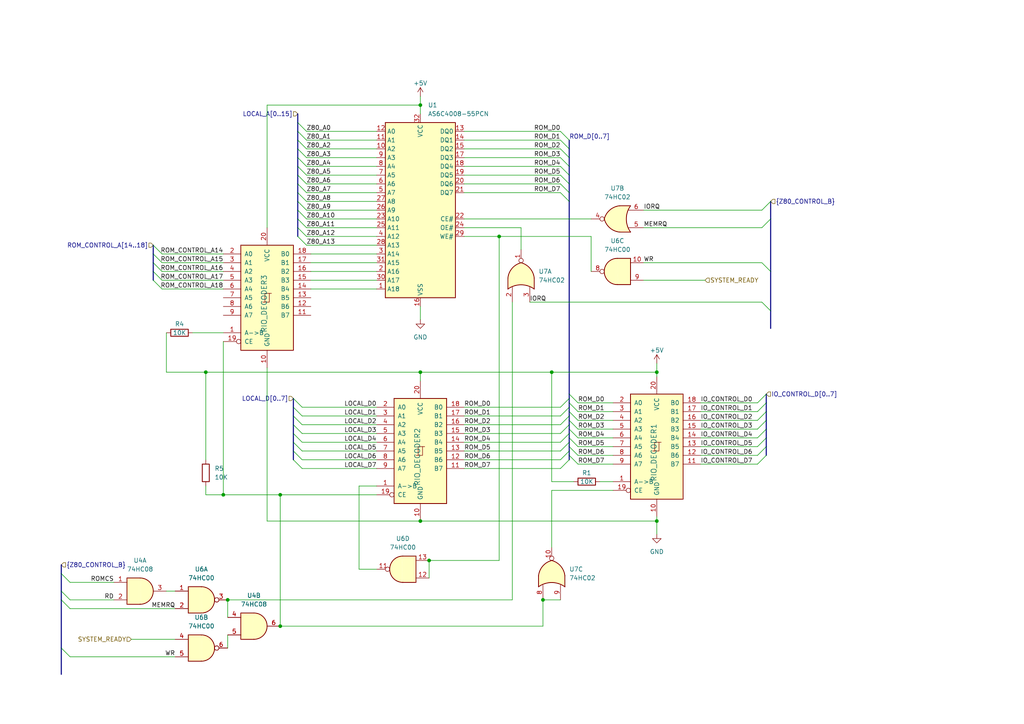
<source format=kicad_sch>
(kicad_sch
	(version 20231120)
	(generator "eeschema")
	(generator_version "8.0")
	(uuid "bfc7d09b-237d-4377-bd78-17d1aeeaf78c")
	(paper "A4")
	(lib_symbols
		(symbol "74xx:74HC00"
			(pin_names
				(offset 1.016)
			)
			(exclude_from_sim no)
			(in_bom yes)
			(on_board yes)
			(property "Reference" "U"
				(at 0 1.27 0)
				(effects
					(font
						(size 1.27 1.27)
					)
				)
			)
			(property "Value" "74HC00"
				(at 0 -1.27 0)
				(effects
					(font
						(size 1.27 1.27)
					)
				)
			)
			(property "Footprint" ""
				(at 0 0 0)
				(effects
					(font
						(size 1.27 1.27)
					)
					(hide yes)
				)
			)
			(property "Datasheet" "http://www.ti.com/lit/gpn/sn74hc00"
				(at 0 0 0)
				(effects
					(font
						(size 1.27 1.27)
					)
					(hide yes)
				)
			)
			(property "Description" "quad 2-input NAND gate"
				(at 0 0 0)
				(effects
					(font
						(size 1.27 1.27)
					)
					(hide yes)
				)
			)
			(property "ki_locked" ""
				(at 0 0 0)
				(effects
					(font
						(size 1.27 1.27)
					)
				)
			)
			(property "ki_keywords" "HCMOS nand 2-input"
				(at 0 0 0)
				(effects
					(font
						(size 1.27 1.27)
					)
					(hide yes)
				)
			)
			(property "ki_fp_filters" "DIP*W7.62mm* SO14*"
				(at 0 0 0)
				(effects
					(font
						(size 1.27 1.27)
					)
					(hide yes)
				)
			)
			(symbol "74HC00_1_1"
				(arc
					(start 0 -3.81)
					(mid 3.7934 0)
					(end 0 3.81)
					(stroke
						(width 0.254)
						(type default)
					)
					(fill
						(type background)
					)
				)
				(polyline
					(pts
						(xy 0 3.81) (xy -3.81 3.81) (xy -3.81 -3.81) (xy 0 -3.81)
					)
					(stroke
						(width 0.254)
						(type default)
					)
					(fill
						(type background)
					)
				)
				(pin input line
					(at -7.62 2.54 0)
					(length 3.81)
					(name "~"
						(effects
							(font
								(size 1.27 1.27)
							)
						)
					)
					(number "1"
						(effects
							(font
								(size 1.27 1.27)
							)
						)
					)
				)
				(pin input line
					(at -7.62 -2.54 0)
					(length 3.81)
					(name "~"
						(effects
							(font
								(size 1.27 1.27)
							)
						)
					)
					(number "2"
						(effects
							(font
								(size 1.27 1.27)
							)
						)
					)
				)
				(pin output inverted
					(at 7.62 0 180)
					(length 3.81)
					(name "~"
						(effects
							(font
								(size 1.27 1.27)
							)
						)
					)
					(number "3"
						(effects
							(font
								(size 1.27 1.27)
							)
						)
					)
				)
			)
			(symbol "74HC00_1_2"
				(arc
					(start -3.81 -3.81)
					(mid -2.589 0)
					(end -3.81 3.81)
					(stroke
						(width 0.254)
						(type default)
					)
					(fill
						(type none)
					)
				)
				(arc
					(start -0.6096 -3.81)
					(mid 2.1842 -2.5851)
					(end 3.81 0)
					(stroke
						(width 0.254)
						(type default)
					)
					(fill
						(type background)
					)
				)
				(polyline
					(pts
						(xy -3.81 -3.81) (xy -0.635 -3.81)
					)
					(stroke
						(width 0.254)
						(type default)
					)
					(fill
						(type background)
					)
				)
				(polyline
					(pts
						(xy -3.81 3.81) (xy -0.635 3.81)
					)
					(stroke
						(width 0.254)
						(type default)
					)
					(fill
						(type background)
					)
				)
				(polyline
					(pts
						(xy -0.635 3.81) (xy -3.81 3.81) (xy -3.81 3.81) (xy -3.556 3.4036) (xy -3.0226 2.2606) (xy -2.6924 1.0414)
						(xy -2.6162 -0.254) (xy -2.7686 -1.4986) (xy -3.175 -2.7178) (xy -3.81 -3.81) (xy -3.81 -3.81)
						(xy -0.635 -3.81)
					)
					(stroke
						(width -25.4)
						(type default)
					)
					(fill
						(type background)
					)
				)
				(arc
					(start 3.81 0)
					(mid 2.1915 2.5936)
					(end -0.6096 3.81)
					(stroke
						(width 0.254)
						(type default)
					)
					(fill
						(type background)
					)
				)
				(pin input inverted
					(at -7.62 2.54 0)
					(length 4.318)
					(name "~"
						(effects
							(font
								(size 1.27 1.27)
							)
						)
					)
					(number "1"
						(effects
							(font
								(size 1.27 1.27)
							)
						)
					)
				)
				(pin input inverted
					(at -7.62 -2.54 0)
					(length 4.318)
					(name "~"
						(effects
							(font
								(size 1.27 1.27)
							)
						)
					)
					(number "2"
						(effects
							(font
								(size 1.27 1.27)
							)
						)
					)
				)
				(pin output line
					(at 7.62 0 180)
					(length 3.81)
					(name "~"
						(effects
							(font
								(size 1.27 1.27)
							)
						)
					)
					(number "3"
						(effects
							(font
								(size 1.27 1.27)
							)
						)
					)
				)
			)
			(symbol "74HC00_2_1"
				(arc
					(start 0 -3.81)
					(mid 3.7934 0)
					(end 0 3.81)
					(stroke
						(width 0.254)
						(type default)
					)
					(fill
						(type background)
					)
				)
				(polyline
					(pts
						(xy 0 3.81) (xy -3.81 3.81) (xy -3.81 -3.81) (xy 0 -3.81)
					)
					(stroke
						(width 0.254)
						(type default)
					)
					(fill
						(type background)
					)
				)
				(pin input line
					(at -7.62 2.54 0)
					(length 3.81)
					(name "~"
						(effects
							(font
								(size 1.27 1.27)
							)
						)
					)
					(number "4"
						(effects
							(font
								(size 1.27 1.27)
							)
						)
					)
				)
				(pin input line
					(at -7.62 -2.54 0)
					(length 3.81)
					(name "~"
						(effects
							(font
								(size 1.27 1.27)
							)
						)
					)
					(number "5"
						(effects
							(font
								(size 1.27 1.27)
							)
						)
					)
				)
				(pin output inverted
					(at 7.62 0 180)
					(length 3.81)
					(name "~"
						(effects
							(font
								(size 1.27 1.27)
							)
						)
					)
					(number "6"
						(effects
							(font
								(size 1.27 1.27)
							)
						)
					)
				)
			)
			(symbol "74HC00_2_2"
				(arc
					(start -3.81 -3.81)
					(mid -2.589 0)
					(end -3.81 3.81)
					(stroke
						(width 0.254)
						(type default)
					)
					(fill
						(type none)
					)
				)
				(arc
					(start -0.6096 -3.81)
					(mid 2.1842 -2.5851)
					(end 3.81 0)
					(stroke
						(width 0.254)
						(type default)
					)
					(fill
						(type background)
					)
				)
				(polyline
					(pts
						(xy -3.81 -3.81) (xy -0.635 -3.81)
					)
					(stroke
						(width 0.254)
						(type default)
					)
					(fill
						(type background)
					)
				)
				(polyline
					(pts
						(xy -3.81 3.81) (xy -0.635 3.81)
					)
					(stroke
						(width 0.254)
						(type default)
					)
					(fill
						(type background)
					)
				)
				(polyline
					(pts
						(xy -0.635 3.81) (xy -3.81 3.81) (xy -3.81 3.81) (xy -3.556 3.4036) (xy -3.0226 2.2606) (xy -2.6924 1.0414)
						(xy -2.6162 -0.254) (xy -2.7686 -1.4986) (xy -3.175 -2.7178) (xy -3.81 -3.81) (xy -3.81 -3.81)
						(xy -0.635 -3.81)
					)
					(stroke
						(width -25.4)
						(type default)
					)
					(fill
						(type background)
					)
				)
				(arc
					(start 3.81 0)
					(mid 2.1915 2.5936)
					(end -0.6096 3.81)
					(stroke
						(width 0.254)
						(type default)
					)
					(fill
						(type background)
					)
				)
				(pin input inverted
					(at -7.62 2.54 0)
					(length 4.318)
					(name "~"
						(effects
							(font
								(size 1.27 1.27)
							)
						)
					)
					(number "4"
						(effects
							(font
								(size 1.27 1.27)
							)
						)
					)
				)
				(pin input inverted
					(at -7.62 -2.54 0)
					(length 4.318)
					(name "~"
						(effects
							(font
								(size 1.27 1.27)
							)
						)
					)
					(number "5"
						(effects
							(font
								(size 1.27 1.27)
							)
						)
					)
				)
				(pin output line
					(at 7.62 0 180)
					(length 3.81)
					(name "~"
						(effects
							(font
								(size 1.27 1.27)
							)
						)
					)
					(number "6"
						(effects
							(font
								(size 1.27 1.27)
							)
						)
					)
				)
			)
			(symbol "74HC00_3_1"
				(arc
					(start 0 -3.81)
					(mid 3.7934 0)
					(end 0 3.81)
					(stroke
						(width 0.254)
						(type default)
					)
					(fill
						(type background)
					)
				)
				(polyline
					(pts
						(xy 0 3.81) (xy -3.81 3.81) (xy -3.81 -3.81) (xy 0 -3.81)
					)
					(stroke
						(width 0.254)
						(type default)
					)
					(fill
						(type background)
					)
				)
				(pin input line
					(at -7.62 -2.54 0)
					(length 3.81)
					(name "~"
						(effects
							(font
								(size 1.27 1.27)
							)
						)
					)
					(number "10"
						(effects
							(font
								(size 1.27 1.27)
							)
						)
					)
				)
				(pin output inverted
					(at 7.62 0 180)
					(length 3.81)
					(name "~"
						(effects
							(font
								(size 1.27 1.27)
							)
						)
					)
					(number "8"
						(effects
							(font
								(size 1.27 1.27)
							)
						)
					)
				)
				(pin input line
					(at -7.62 2.54 0)
					(length 3.81)
					(name "~"
						(effects
							(font
								(size 1.27 1.27)
							)
						)
					)
					(number "9"
						(effects
							(font
								(size 1.27 1.27)
							)
						)
					)
				)
			)
			(symbol "74HC00_3_2"
				(arc
					(start -3.81 -3.81)
					(mid -2.589 0)
					(end -3.81 3.81)
					(stroke
						(width 0.254)
						(type default)
					)
					(fill
						(type none)
					)
				)
				(arc
					(start -0.6096 -3.81)
					(mid 2.1842 -2.5851)
					(end 3.81 0)
					(stroke
						(width 0.254)
						(type default)
					)
					(fill
						(type background)
					)
				)
				(polyline
					(pts
						(xy -3.81 -3.81) (xy -0.635 -3.81)
					)
					(stroke
						(width 0.254)
						(type default)
					)
					(fill
						(type background)
					)
				)
				(polyline
					(pts
						(xy -3.81 3.81) (xy -0.635 3.81)
					)
					(stroke
						(width 0.254)
						(type default)
					)
					(fill
						(type background)
					)
				)
				(polyline
					(pts
						(xy -0.635 3.81) (xy -3.81 3.81) (xy -3.81 3.81) (xy -3.556 3.4036) (xy -3.0226 2.2606) (xy -2.6924 1.0414)
						(xy -2.6162 -0.254) (xy -2.7686 -1.4986) (xy -3.175 -2.7178) (xy -3.81 -3.81) (xy -3.81 -3.81)
						(xy -0.635 -3.81)
					)
					(stroke
						(width -25.4)
						(type default)
					)
					(fill
						(type background)
					)
				)
				(arc
					(start 3.81 0)
					(mid 2.1915 2.5936)
					(end -0.6096 3.81)
					(stroke
						(width 0.254)
						(type default)
					)
					(fill
						(type background)
					)
				)
				(pin input inverted
					(at -7.62 -2.54 0)
					(length 4.318)
					(name "~"
						(effects
							(font
								(size 1.27 1.27)
							)
						)
					)
					(number "10"
						(effects
							(font
								(size 1.27 1.27)
							)
						)
					)
				)
				(pin output line
					(at 7.62 0 180)
					(length 3.81)
					(name "~"
						(effects
							(font
								(size 1.27 1.27)
							)
						)
					)
					(number "8"
						(effects
							(font
								(size 1.27 1.27)
							)
						)
					)
				)
				(pin input inverted
					(at -7.62 2.54 0)
					(length 4.318)
					(name "~"
						(effects
							(font
								(size 1.27 1.27)
							)
						)
					)
					(number "9"
						(effects
							(font
								(size 1.27 1.27)
							)
						)
					)
				)
			)
			(symbol "74HC00_4_1"
				(arc
					(start 0 -3.81)
					(mid 3.7934 0)
					(end 0 3.81)
					(stroke
						(width 0.254)
						(type default)
					)
					(fill
						(type background)
					)
				)
				(polyline
					(pts
						(xy 0 3.81) (xy -3.81 3.81) (xy -3.81 -3.81) (xy 0 -3.81)
					)
					(stroke
						(width 0.254)
						(type default)
					)
					(fill
						(type background)
					)
				)
				(pin output inverted
					(at 7.62 0 180)
					(length 3.81)
					(name "~"
						(effects
							(font
								(size 1.27 1.27)
							)
						)
					)
					(number "11"
						(effects
							(font
								(size 1.27 1.27)
							)
						)
					)
				)
				(pin input line
					(at -7.62 2.54 0)
					(length 3.81)
					(name "~"
						(effects
							(font
								(size 1.27 1.27)
							)
						)
					)
					(number "12"
						(effects
							(font
								(size 1.27 1.27)
							)
						)
					)
				)
				(pin input line
					(at -7.62 -2.54 0)
					(length 3.81)
					(name "~"
						(effects
							(font
								(size 1.27 1.27)
							)
						)
					)
					(number "13"
						(effects
							(font
								(size 1.27 1.27)
							)
						)
					)
				)
			)
			(symbol "74HC00_4_2"
				(arc
					(start -3.81 -3.81)
					(mid -2.589 0)
					(end -3.81 3.81)
					(stroke
						(width 0.254)
						(type default)
					)
					(fill
						(type none)
					)
				)
				(arc
					(start -0.6096 -3.81)
					(mid 2.1842 -2.5851)
					(end 3.81 0)
					(stroke
						(width 0.254)
						(type default)
					)
					(fill
						(type background)
					)
				)
				(polyline
					(pts
						(xy -3.81 -3.81) (xy -0.635 -3.81)
					)
					(stroke
						(width 0.254)
						(type default)
					)
					(fill
						(type background)
					)
				)
				(polyline
					(pts
						(xy -3.81 3.81) (xy -0.635 3.81)
					)
					(stroke
						(width 0.254)
						(type default)
					)
					(fill
						(type background)
					)
				)
				(polyline
					(pts
						(xy -0.635 3.81) (xy -3.81 3.81) (xy -3.81 3.81) (xy -3.556 3.4036) (xy -3.0226 2.2606) (xy -2.6924 1.0414)
						(xy -2.6162 -0.254) (xy -2.7686 -1.4986) (xy -3.175 -2.7178) (xy -3.81 -3.81) (xy -3.81 -3.81)
						(xy -0.635 -3.81)
					)
					(stroke
						(width -25.4)
						(type default)
					)
					(fill
						(type background)
					)
				)
				(arc
					(start 3.81 0)
					(mid 2.1915 2.5936)
					(end -0.6096 3.81)
					(stroke
						(width 0.254)
						(type default)
					)
					(fill
						(type background)
					)
				)
				(pin output line
					(at 7.62 0 180)
					(length 3.81)
					(name "~"
						(effects
							(font
								(size 1.27 1.27)
							)
						)
					)
					(number "11"
						(effects
							(font
								(size 1.27 1.27)
							)
						)
					)
				)
				(pin input inverted
					(at -7.62 2.54 0)
					(length 4.318)
					(name "~"
						(effects
							(font
								(size 1.27 1.27)
							)
						)
					)
					(number "12"
						(effects
							(font
								(size 1.27 1.27)
							)
						)
					)
				)
				(pin input inverted
					(at -7.62 -2.54 0)
					(length 4.318)
					(name "~"
						(effects
							(font
								(size 1.27 1.27)
							)
						)
					)
					(number "13"
						(effects
							(font
								(size 1.27 1.27)
							)
						)
					)
				)
			)
			(symbol "74HC00_5_0"
				(pin power_in line
					(at 0 12.7 270)
					(length 5.08)
					(name "VCC"
						(effects
							(font
								(size 1.27 1.27)
							)
						)
					)
					(number "14"
						(effects
							(font
								(size 1.27 1.27)
							)
						)
					)
				)
				(pin power_in line
					(at 0 -12.7 90)
					(length 5.08)
					(name "GND"
						(effects
							(font
								(size 1.27 1.27)
							)
						)
					)
					(number "7"
						(effects
							(font
								(size 1.27 1.27)
							)
						)
					)
				)
			)
			(symbol "74HC00_5_1"
				(rectangle
					(start -5.08 7.62)
					(end 5.08 -7.62)
					(stroke
						(width 0.254)
						(type default)
					)
					(fill
						(type background)
					)
				)
			)
		)
		(symbol "74xx:74HC02"
			(pin_names
				(offset 1.016)
			)
			(exclude_from_sim no)
			(in_bom yes)
			(on_board yes)
			(property "Reference" "U"
				(at 0 1.27 0)
				(effects
					(font
						(size 1.27 1.27)
					)
				)
			)
			(property "Value" "74HC02"
				(at 0 -1.27 0)
				(effects
					(font
						(size 1.27 1.27)
					)
				)
			)
			(property "Footprint" ""
				(at 0 0 0)
				(effects
					(font
						(size 1.27 1.27)
					)
					(hide yes)
				)
			)
			(property "Datasheet" "http://www.ti.com/lit/gpn/sn74hc02"
				(at 0 0 0)
				(effects
					(font
						(size 1.27 1.27)
					)
					(hide yes)
				)
			)
			(property "Description" "quad 2-input NOR gate"
				(at 0 0 0)
				(effects
					(font
						(size 1.27 1.27)
					)
					(hide yes)
				)
			)
			(property "ki_locked" ""
				(at 0 0 0)
				(effects
					(font
						(size 1.27 1.27)
					)
				)
			)
			(property "ki_keywords" "HCMOS Nor2"
				(at 0 0 0)
				(effects
					(font
						(size 1.27 1.27)
					)
					(hide yes)
				)
			)
			(property "ki_fp_filters" "SO14* DIP*W7.62mm*"
				(at 0 0 0)
				(effects
					(font
						(size 1.27 1.27)
					)
					(hide yes)
				)
			)
			(symbol "74HC02_1_1"
				(arc
					(start -3.81 -3.81)
					(mid -2.589 0)
					(end -3.81 3.81)
					(stroke
						(width 0.254)
						(type default)
					)
					(fill
						(type none)
					)
				)
				(arc
					(start -0.6096 -3.81)
					(mid 2.1842 -2.5851)
					(end 3.81 0)
					(stroke
						(width 0.254)
						(type default)
					)
					(fill
						(type background)
					)
				)
				(polyline
					(pts
						(xy -3.81 -3.81) (xy -0.635 -3.81)
					)
					(stroke
						(width 0.254)
						(type default)
					)
					(fill
						(type background)
					)
				)
				(polyline
					(pts
						(xy -3.81 3.81) (xy -0.635 3.81)
					)
					(stroke
						(width 0.254)
						(type default)
					)
					(fill
						(type background)
					)
				)
				(polyline
					(pts
						(xy -0.635 3.81) (xy -3.81 3.81) (xy -3.81 3.81) (xy -3.556 3.4036) (xy -3.0226 2.2606) (xy -2.6924 1.0414)
						(xy -2.6162 -0.254) (xy -2.7686 -1.4986) (xy -3.175 -2.7178) (xy -3.81 -3.81) (xy -3.81 -3.81)
						(xy -0.635 -3.81)
					)
					(stroke
						(width -25.4)
						(type default)
					)
					(fill
						(type background)
					)
				)
				(arc
					(start 3.81 0)
					(mid 2.1915 2.5936)
					(end -0.6096 3.81)
					(stroke
						(width 0.254)
						(type default)
					)
					(fill
						(type background)
					)
				)
				(pin output inverted
					(at 7.62 0 180)
					(length 3.81)
					(name "~"
						(effects
							(font
								(size 1.27 1.27)
							)
						)
					)
					(number "1"
						(effects
							(font
								(size 1.27 1.27)
							)
						)
					)
				)
				(pin input line
					(at -7.62 2.54 0)
					(length 4.318)
					(name "~"
						(effects
							(font
								(size 1.27 1.27)
							)
						)
					)
					(number "2"
						(effects
							(font
								(size 1.27 1.27)
							)
						)
					)
				)
				(pin input line
					(at -7.62 -2.54 0)
					(length 4.318)
					(name "~"
						(effects
							(font
								(size 1.27 1.27)
							)
						)
					)
					(number "3"
						(effects
							(font
								(size 1.27 1.27)
							)
						)
					)
				)
			)
			(symbol "74HC02_1_2"
				(arc
					(start 0 -3.81)
					(mid 3.7934 0)
					(end 0 3.81)
					(stroke
						(width 0.254)
						(type default)
					)
					(fill
						(type background)
					)
				)
				(polyline
					(pts
						(xy 0 3.81) (xy -3.81 3.81) (xy -3.81 -3.81) (xy 0 -3.81)
					)
					(stroke
						(width 0.254)
						(type default)
					)
					(fill
						(type background)
					)
				)
				(pin output line
					(at 7.62 0 180)
					(length 3.81)
					(name "~"
						(effects
							(font
								(size 1.27 1.27)
							)
						)
					)
					(number "1"
						(effects
							(font
								(size 1.27 1.27)
							)
						)
					)
				)
				(pin input inverted
					(at -7.62 2.54 0)
					(length 3.81)
					(name "~"
						(effects
							(font
								(size 1.27 1.27)
							)
						)
					)
					(number "2"
						(effects
							(font
								(size 1.27 1.27)
							)
						)
					)
				)
				(pin input inverted
					(at -7.62 -2.54 0)
					(length 3.81)
					(name "~"
						(effects
							(font
								(size 1.27 1.27)
							)
						)
					)
					(number "3"
						(effects
							(font
								(size 1.27 1.27)
							)
						)
					)
				)
			)
			(symbol "74HC02_2_1"
				(arc
					(start -3.81 -3.81)
					(mid -2.589 0)
					(end -3.81 3.81)
					(stroke
						(width 0.254)
						(type default)
					)
					(fill
						(type none)
					)
				)
				(arc
					(start -0.6096 -3.81)
					(mid 2.1842 -2.5851)
					(end 3.81 0)
					(stroke
						(width 0.254)
						(type default)
					)
					(fill
						(type background)
					)
				)
				(polyline
					(pts
						(xy -3.81 -3.81) (xy -0.635 -3.81)
					)
					(stroke
						(width 0.254)
						(type default)
					)
					(fill
						(type background)
					)
				)
				(polyline
					(pts
						(xy -3.81 3.81) (xy -0.635 3.81)
					)
					(stroke
						(width 0.254)
						(type default)
					)
					(fill
						(type background)
					)
				)
				(polyline
					(pts
						(xy -0.635 3.81) (xy -3.81 3.81) (xy -3.81 3.81) (xy -3.556 3.4036) (xy -3.0226 2.2606) (xy -2.6924 1.0414)
						(xy -2.6162 -0.254) (xy -2.7686 -1.4986) (xy -3.175 -2.7178) (xy -3.81 -3.81) (xy -3.81 -3.81)
						(xy -0.635 -3.81)
					)
					(stroke
						(width -25.4)
						(type default)
					)
					(fill
						(type background)
					)
				)
				(arc
					(start 3.81 0)
					(mid 2.1915 2.5936)
					(end -0.6096 3.81)
					(stroke
						(width 0.254)
						(type default)
					)
					(fill
						(type background)
					)
				)
				(pin output inverted
					(at 7.62 0 180)
					(length 3.81)
					(name "~"
						(effects
							(font
								(size 1.27 1.27)
							)
						)
					)
					(number "4"
						(effects
							(font
								(size 1.27 1.27)
							)
						)
					)
				)
				(pin input line
					(at -7.62 2.54 0)
					(length 4.318)
					(name "~"
						(effects
							(font
								(size 1.27 1.27)
							)
						)
					)
					(number "5"
						(effects
							(font
								(size 1.27 1.27)
							)
						)
					)
				)
				(pin input line
					(at -7.62 -2.54 0)
					(length 4.318)
					(name "~"
						(effects
							(font
								(size 1.27 1.27)
							)
						)
					)
					(number "6"
						(effects
							(font
								(size 1.27 1.27)
							)
						)
					)
				)
			)
			(symbol "74HC02_2_2"
				(arc
					(start 0 -3.81)
					(mid 3.7934 0)
					(end 0 3.81)
					(stroke
						(width 0.254)
						(type default)
					)
					(fill
						(type background)
					)
				)
				(polyline
					(pts
						(xy 0 3.81) (xy -3.81 3.81) (xy -3.81 -3.81) (xy 0 -3.81)
					)
					(stroke
						(width 0.254)
						(type default)
					)
					(fill
						(type background)
					)
				)
				(pin output line
					(at 7.62 0 180)
					(length 3.81)
					(name "~"
						(effects
							(font
								(size 1.27 1.27)
							)
						)
					)
					(number "4"
						(effects
							(font
								(size 1.27 1.27)
							)
						)
					)
				)
				(pin input inverted
					(at -7.62 2.54 0)
					(length 3.81)
					(name "~"
						(effects
							(font
								(size 1.27 1.27)
							)
						)
					)
					(number "5"
						(effects
							(font
								(size 1.27 1.27)
							)
						)
					)
				)
				(pin input inverted
					(at -7.62 -2.54 0)
					(length 3.81)
					(name "~"
						(effects
							(font
								(size 1.27 1.27)
							)
						)
					)
					(number "6"
						(effects
							(font
								(size 1.27 1.27)
							)
						)
					)
				)
			)
			(symbol "74HC02_3_1"
				(arc
					(start -3.81 -3.81)
					(mid -2.589 0)
					(end -3.81 3.81)
					(stroke
						(width 0.254)
						(type default)
					)
					(fill
						(type none)
					)
				)
				(arc
					(start -0.6096 -3.81)
					(mid 2.1842 -2.5851)
					(end 3.81 0)
					(stroke
						(width 0.254)
						(type default)
					)
					(fill
						(type background)
					)
				)
				(polyline
					(pts
						(xy -3.81 -3.81) (xy -0.635 -3.81)
					)
					(stroke
						(width 0.254)
						(type default)
					)
					(fill
						(type background)
					)
				)
				(polyline
					(pts
						(xy -3.81 3.81) (xy -0.635 3.81)
					)
					(stroke
						(width 0.254)
						(type default)
					)
					(fill
						(type background)
					)
				)
				(polyline
					(pts
						(xy -0.635 3.81) (xy -3.81 3.81) (xy -3.81 3.81) (xy -3.556 3.4036) (xy -3.0226 2.2606) (xy -2.6924 1.0414)
						(xy -2.6162 -0.254) (xy -2.7686 -1.4986) (xy -3.175 -2.7178) (xy -3.81 -3.81) (xy -3.81 -3.81)
						(xy -0.635 -3.81)
					)
					(stroke
						(width -25.4)
						(type default)
					)
					(fill
						(type background)
					)
				)
				(arc
					(start 3.81 0)
					(mid 2.1915 2.5936)
					(end -0.6096 3.81)
					(stroke
						(width 0.254)
						(type default)
					)
					(fill
						(type background)
					)
				)
				(pin output inverted
					(at 7.62 0 180)
					(length 3.81)
					(name "~"
						(effects
							(font
								(size 1.27 1.27)
							)
						)
					)
					(number "10"
						(effects
							(font
								(size 1.27 1.27)
							)
						)
					)
				)
				(pin input line
					(at -7.62 2.54 0)
					(length 4.318)
					(name "~"
						(effects
							(font
								(size 1.27 1.27)
							)
						)
					)
					(number "8"
						(effects
							(font
								(size 1.27 1.27)
							)
						)
					)
				)
				(pin input line
					(at -7.62 -2.54 0)
					(length 4.318)
					(name "~"
						(effects
							(font
								(size 1.27 1.27)
							)
						)
					)
					(number "9"
						(effects
							(font
								(size 1.27 1.27)
							)
						)
					)
				)
			)
			(symbol "74HC02_3_2"
				(arc
					(start 0 -3.81)
					(mid 3.7934 0)
					(end 0 3.81)
					(stroke
						(width 0.254)
						(type default)
					)
					(fill
						(type background)
					)
				)
				(polyline
					(pts
						(xy 0 3.81) (xy -3.81 3.81) (xy -3.81 -3.81) (xy 0 -3.81)
					)
					(stroke
						(width 0.254)
						(type default)
					)
					(fill
						(type background)
					)
				)
				(pin output line
					(at 7.62 0 180)
					(length 3.81)
					(name "~"
						(effects
							(font
								(size 1.27 1.27)
							)
						)
					)
					(number "10"
						(effects
							(font
								(size 1.27 1.27)
							)
						)
					)
				)
				(pin input inverted
					(at -7.62 2.54 0)
					(length 3.81)
					(name "~"
						(effects
							(font
								(size 1.27 1.27)
							)
						)
					)
					(number "8"
						(effects
							(font
								(size 1.27 1.27)
							)
						)
					)
				)
				(pin input inverted
					(at -7.62 -2.54 0)
					(length 3.81)
					(name "~"
						(effects
							(font
								(size 1.27 1.27)
							)
						)
					)
					(number "9"
						(effects
							(font
								(size 1.27 1.27)
							)
						)
					)
				)
			)
			(symbol "74HC02_4_1"
				(arc
					(start -3.81 -3.81)
					(mid -2.589 0)
					(end -3.81 3.81)
					(stroke
						(width 0.254)
						(type default)
					)
					(fill
						(type none)
					)
				)
				(arc
					(start -0.6096 -3.81)
					(mid 2.1842 -2.5851)
					(end 3.81 0)
					(stroke
						(width 0.254)
						(type default)
					)
					(fill
						(type background)
					)
				)
				(polyline
					(pts
						(xy -3.81 -3.81) (xy -0.635 -3.81)
					)
					(stroke
						(width 0.254)
						(type default)
					)
					(fill
						(type background)
					)
				)
				(polyline
					(pts
						(xy -3.81 3.81) (xy -0.635 3.81)
					)
					(stroke
						(width 0.254)
						(type default)
					)
					(fill
						(type background)
					)
				)
				(polyline
					(pts
						(xy -0.635 3.81) (xy -3.81 3.81) (xy -3.81 3.81) (xy -3.556 3.4036) (xy -3.0226 2.2606) (xy -2.6924 1.0414)
						(xy -2.6162 -0.254) (xy -2.7686 -1.4986) (xy -3.175 -2.7178) (xy -3.81 -3.81) (xy -3.81 -3.81)
						(xy -0.635 -3.81)
					)
					(stroke
						(width -25.4)
						(type default)
					)
					(fill
						(type background)
					)
				)
				(arc
					(start 3.81 0)
					(mid 2.1915 2.5936)
					(end -0.6096 3.81)
					(stroke
						(width 0.254)
						(type default)
					)
					(fill
						(type background)
					)
				)
				(pin input line
					(at -7.62 2.54 0)
					(length 4.318)
					(name "~"
						(effects
							(font
								(size 1.27 1.27)
							)
						)
					)
					(number "11"
						(effects
							(font
								(size 1.27 1.27)
							)
						)
					)
				)
				(pin input line
					(at -7.62 -2.54 0)
					(length 4.318)
					(name "~"
						(effects
							(font
								(size 1.27 1.27)
							)
						)
					)
					(number "12"
						(effects
							(font
								(size 1.27 1.27)
							)
						)
					)
				)
				(pin output inverted
					(at 7.62 0 180)
					(length 3.81)
					(name "~"
						(effects
							(font
								(size 1.27 1.27)
							)
						)
					)
					(number "13"
						(effects
							(font
								(size 1.27 1.27)
							)
						)
					)
				)
			)
			(symbol "74HC02_4_2"
				(arc
					(start 0 -3.81)
					(mid 3.7934 0)
					(end 0 3.81)
					(stroke
						(width 0.254)
						(type default)
					)
					(fill
						(type background)
					)
				)
				(polyline
					(pts
						(xy 0 3.81) (xy -3.81 3.81) (xy -3.81 -3.81) (xy 0 -3.81)
					)
					(stroke
						(width 0.254)
						(type default)
					)
					(fill
						(type background)
					)
				)
				(pin input inverted
					(at -7.62 2.54 0)
					(length 3.81)
					(name "~"
						(effects
							(font
								(size 1.27 1.27)
							)
						)
					)
					(number "11"
						(effects
							(font
								(size 1.27 1.27)
							)
						)
					)
				)
				(pin input inverted
					(at -7.62 -2.54 0)
					(length 3.81)
					(name "~"
						(effects
							(font
								(size 1.27 1.27)
							)
						)
					)
					(number "12"
						(effects
							(font
								(size 1.27 1.27)
							)
						)
					)
				)
				(pin output line
					(at 7.62 0 180)
					(length 3.81)
					(name "~"
						(effects
							(font
								(size 1.27 1.27)
							)
						)
					)
					(number "13"
						(effects
							(font
								(size 1.27 1.27)
							)
						)
					)
				)
			)
			(symbol "74HC02_5_0"
				(pin power_in line
					(at 0 12.7 270)
					(length 5.08)
					(name "VCC"
						(effects
							(font
								(size 1.27 1.27)
							)
						)
					)
					(number "14"
						(effects
							(font
								(size 1.27 1.27)
							)
						)
					)
				)
				(pin power_in line
					(at 0 -12.7 90)
					(length 5.08)
					(name "GND"
						(effects
							(font
								(size 1.27 1.27)
							)
						)
					)
					(number "7"
						(effects
							(font
								(size 1.27 1.27)
							)
						)
					)
				)
			)
			(symbol "74HC02_5_1"
				(rectangle
					(start -5.08 7.62)
					(end 5.08 -7.62)
					(stroke
						(width 0.254)
						(type default)
					)
					(fill
						(type background)
					)
				)
			)
		)
		(symbol "74xx:74HC245"
			(pin_names
				(offset 1.016)
			)
			(exclude_from_sim no)
			(in_bom yes)
			(on_board yes)
			(property "Reference" "U"
				(at -7.62 16.51 0)
				(effects
					(font
						(size 1.27 1.27)
					)
				)
			)
			(property "Value" "74HC245"
				(at -7.62 -16.51 0)
				(effects
					(font
						(size 1.27 1.27)
					)
				)
			)
			(property "Footprint" ""
				(at 0 0 0)
				(effects
					(font
						(size 1.27 1.27)
					)
					(hide yes)
				)
			)
			(property "Datasheet" "http://www.ti.com/lit/gpn/sn74HC245"
				(at 0 0 0)
				(effects
					(font
						(size 1.27 1.27)
					)
					(hide yes)
				)
			)
			(property "Description" "Octal BUS Transceivers, 3-State outputs"
				(at 0 0 0)
				(effects
					(font
						(size 1.27 1.27)
					)
					(hide yes)
				)
			)
			(property "ki_locked" ""
				(at 0 0 0)
				(effects
					(font
						(size 1.27 1.27)
					)
				)
			)
			(property "ki_keywords" "HCMOS BUS 3State"
				(at 0 0 0)
				(effects
					(font
						(size 1.27 1.27)
					)
					(hide yes)
				)
			)
			(property "ki_fp_filters" "DIP?20*"
				(at 0 0 0)
				(effects
					(font
						(size 1.27 1.27)
					)
					(hide yes)
				)
			)
			(symbol "74HC245_1_0"
				(polyline
					(pts
						(xy -0.635 -1.27) (xy -0.635 1.27) (xy 0.635 1.27)
					)
					(stroke
						(width 0)
						(type default)
					)
					(fill
						(type none)
					)
				)
				(polyline
					(pts
						(xy -1.27 -1.27) (xy 0.635 -1.27) (xy 0.635 1.27) (xy 1.27 1.27)
					)
					(stroke
						(width 0)
						(type default)
					)
					(fill
						(type none)
					)
				)
				(pin input line
					(at -12.7 -10.16 0)
					(length 5.08)
					(name "A->B"
						(effects
							(font
								(size 1.27 1.27)
							)
						)
					)
					(number "1"
						(effects
							(font
								(size 1.27 1.27)
							)
						)
					)
				)
				(pin power_in line
					(at 0 -20.32 90)
					(length 5.08)
					(name "GND"
						(effects
							(font
								(size 1.27 1.27)
							)
						)
					)
					(number "10"
						(effects
							(font
								(size 1.27 1.27)
							)
						)
					)
				)
				(pin tri_state line
					(at 12.7 -5.08 180)
					(length 5.08)
					(name "B7"
						(effects
							(font
								(size 1.27 1.27)
							)
						)
					)
					(number "11"
						(effects
							(font
								(size 1.27 1.27)
							)
						)
					)
				)
				(pin tri_state line
					(at 12.7 -2.54 180)
					(length 5.08)
					(name "B6"
						(effects
							(font
								(size 1.27 1.27)
							)
						)
					)
					(number "12"
						(effects
							(font
								(size 1.27 1.27)
							)
						)
					)
				)
				(pin tri_state line
					(at 12.7 0 180)
					(length 5.08)
					(name "B5"
						(effects
							(font
								(size 1.27 1.27)
							)
						)
					)
					(number "13"
						(effects
							(font
								(size 1.27 1.27)
							)
						)
					)
				)
				(pin tri_state line
					(at 12.7 2.54 180)
					(length 5.08)
					(name "B4"
						(effects
							(font
								(size 1.27 1.27)
							)
						)
					)
					(number "14"
						(effects
							(font
								(size 1.27 1.27)
							)
						)
					)
				)
				(pin tri_state line
					(at 12.7 5.08 180)
					(length 5.08)
					(name "B3"
						(effects
							(font
								(size 1.27 1.27)
							)
						)
					)
					(number "15"
						(effects
							(font
								(size 1.27 1.27)
							)
						)
					)
				)
				(pin tri_state line
					(at 12.7 7.62 180)
					(length 5.08)
					(name "B2"
						(effects
							(font
								(size 1.27 1.27)
							)
						)
					)
					(number "16"
						(effects
							(font
								(size 1.27 1.27)
							)
						)
					)
				)
				(pin tri_state line
					(at 12.7 10.16 180)
					(length 5.08)
					(name "B1"
						(effects
							(font
								(size 1.27 1.27)
							)
						)
					)
					(number "17"
						(effects
							(font
								(size 1.27 1.27)
							)
						)
					)
				)
				(pin tri_state line
					(at 12.7 12.7 180)
					(length 5.08)
					(name "B0"
						(effects
							(font
								(size 1.27 1.27)
							)
						)
					)
					(number "18"
						(effects
							(font
								(size 1.27 1.27)
							)
						)
					)
				)
				(pin input inverted
					(at -12.7 -12.7 0)
					(length 5.08)
					(name "CE"
						(effects
							(font
								(size 1.27 1.27)
							)
						)
					)
					(number "19"
						(effects
							(font
								(size 1.27 1.27)
							)
						)
					)
				)
				(pin tri_state line
					(at -12.7 12.7 0)
					(length 5.08)
					(name "A0"
						(effects
							(font
								(size 1.27 1.27)
							)
						)
					)
					(number "2"
						(effects
							(font
								(size 1.27 1.27)
							)
						)
					)
				)
				(pin power_in line
					(at 0 20.32 270)
					(length 5.08)
					(name "VCC"
						(effects
							(font
								(size 1.27 1.27)
							)
						)
					)
					(number "20"
						(effects
							(font
								(size 1.27 1.27)
							)
						)
					)
				)
				(pin tri_state line
					(at -12.7 10.16 0)
					(length 5.08)
					(name "A1"
						(effects
							(font
								(size 1.27 1.27)
							)
						)
					)
					(number "3"
						(effects
							(font
								(size 1.27 1.27)
							)
						)
					)
				)
				(pin tri_state line
					(at -12.7 7.62 0)
					(length 5.08)
					(name "A2"
						(effects
							(font
								(size 1.27 1.27)
							)
						)
					)
					(number "4"
						(effects
							(font
								(size 1.27 1.27)
							)
						)
					)
				)
				(pin tri_state line
					(at -12.7 5.08 0)
					(length 5.08)
					(name "A3"
						(effects
							(font
								(size 1.27 1.27)
							)
						)
					)
					(number "5"
						(effects
							(font
								(size 1.27 1.27)
							)
						)
					)
				)
				(pin tri_state line
					(at -12.7 2.54 0)
					(length 5.08)
					(name "A4"
						(effects
							(font
								(size 1.27 1.27)
							)
						)
					)
					(number "6"
						(effects
							(font
								(size 1.27 1.27)
							)
						)
					)
				)
				(pin tri_state line
					(at -12.7 0 0)
					(length 5.08)
					(name "A5"
						(effects
							(font
								(size 1.27 1.27)
							)
						)
					)
					(number "7"
						(effects
							(font
								(size 1.27 1.27)
							)
						)
					)
				)
				(pin tri_state line
					(at -12.7 -2.54 0)
					(length 5.08)
					(name "A6"
						(effects
							(font
								(size 1.27 1.27)
							)
						)
					)
					(number "8"
						(effects
							(font
								(size 1.27 1.27)
							)
						)
					)
				)
				(pin tri_state line
					(at -12.7 -5.08 0)
					(length 5.08)
					(name "A7"
						(effects
							(font
								(size 1.27 1.27)
							)
						)
					)
					(number "9"
						(effects
							(font
								(size 1.27 1.27)
							)
						)
					)
				)
			)
			(symbol "74HC245_1_1"
				(rectangle
					(start -7.62 15.24)
					(end 7.62 -15.24)
					(stroke
						(width 0.254)
						(type default)
					)
					(fill
						(type background)
					)
				)
			)
		)
		(symbol "74xx:74LS08"
			(pin_names
				(offset 1.016)
			)
			(exclude_from_sim no)
			(in_bom yes)
			(on_board yes)
			(property "Reference" "U"
				(at 0 1.27 0)
				(effects
					(font
						(size 1.27 1.27)
					)
				)
			)
			(property "Value" "74LS08"
				(at 0 -1.27 0)
				(effects
					(font
						(size 1.27 1.27)
					)
				)
			)
			(property "Footprint" ""
				(at 0 0 0)
				(effects
					(font
						(size 1.27 1.27)
					)
					(hide yes)
				)
			)
			(property "Datasheet" "http://www.ti.com/lit/gpn/sn74LS08"
				(at 0 0 0)
				(effects
					(font
						(size 1.27 1.27)
					)
					(hide yes)
				)
			)
			(property "Description" "Quad And2"
				(at 0 0 0)
				(effects
					(font
						(size 1.27 1.27)
					)
					(hide yes)
				)
			)
			(property "ki_locked" ""
				(at 0 0 0)
				(effects
					(font
						(size 1.27 1.27)
					)
				)
			)
			(property "ki_keywords" "TTL and2"
				(at 0 0 0)
				(effects
					(font
						(size 1.27 1.27)
					)
					(hide yes)
				)
			)
			(property "ki_fp_filters" "DIP*W7.62mm*"
				(at 0 0 0)
				(effects
					(font
						(size 1.27 1.27)
					)
					(hide yes)
				)
			)
			(symbol "74LS08_1_1"
				(arc
					(start 0 -3.81)
					(mid 3.7934 0)
					(end 0 3.81)
					(stroke
						(width 0.254)
						(type default)
					)
					(fill
						(type background)
					)
				)
				(polyline
					(pts
						(xy 0 3.81) (xy -3.81 3.81) (xy -3.81 -3.81) (xy 0 -3.81)
					)
					(stroke
						(width 0.254)
						(type default)
					)
					(fill
						(type background)
					)
				)
				(pin input line
					(at -7.62 2.54 0)
					(length 3.81)
					(name "~"
						(effects
							(font
								(size 1.27 1.27)
							)
						)
					)
					(number "1"
						(effects
							(font
								(size 1.27 1.27)
							)
						)
					)
				)
				(pin input line
					(at -7.62 -2.54 0)
					(length 3.81)
					(name "~"
						(effects
							(font
								(size 1.27 1.27)
							)
						)
					)
					(number "2"
						(effects
							(font
								(size 1.27 1.27)
							)
						)
					)
				)
				(pin output line
					(at 7.62 0 180)
					(length 3.81)
					(name "~"
						(effects
							(font
								(size 1.27 1.27)
							)
						)
					)
					(number "3"
						(effects
							(font
								(size 1.27 1.27)
							)
						)
					)
				)
			)
			(symbol "74LS08_1_2"
				(arc
					(start -3.81 -3.81)
					(mid -2.589 0)
					(end -3.81 3.81)
					(stroke
						(width 0.254)
						(type default)
					)
					(fill
						(type none)
					)
				)
				(arc
					(start -0.6096 -3.81)
					(mid 2.1842 -2.5851)
					(end 3.81 0)
					(stroke
						(width 0.254)
						(type default)
					)
					(fill
						(type background)
					)
				)
				(polyline
					(pts
						(xy -3.81 -3.81) (xy -0.635 -3.81)
					)
					(stroke
						(width 0.254)
						(type default)
					)
					(fill
						(type background)
					)
				)
				(polyline
					(pts
						(xy -3.81 3.81) (xy -0.635 3.81)
					)
					(stroke
						(width 0.254)
						(type default)
					)
					(fill
						(type background)
					)
				)
				(polyline
					(pts
						(xy -0.635 3.81) (xy -3.81 3.81) (xy -3.81 3.81) (xy -3.556 3.4036) (xy -3.0226 2.2606) (xy -2.6924 1.0414)
						(xy -2.6162 -0.254) (xy -2.7686 -1.4986) (xy -3.175 -2.7178) (xy -3.81 -3.81) (xy -3.81 -3.81)
						(xy -0.635 -3.81)
					)
					(stroke
						(width -25.4)
						(type default)
					)
					(fill
						(type background)
					)
				)
				(arc
					(start 3.81 0)
					(mid 2.1915 2.5936)
					(end -0.6096 3.81)
					(stroke
						(width 0.254)
						(type default)
					)
					(fill
						(type background)
					)
				)
				(pin input inverted
					(at -7.62 2.54 0)
					(length 4.318)
					(name "~"
						(effects
							(font
								(size 1.27 1.27)
							)
						)
					)
					(number "1"
						(effects
							(font
								(size 1.27 1.27)
							)
						)
					)
				)
				(pin input inverted
					(at -7.62 -2.54 0)
					(length 4.318)
					(name "~"
						(effects
							(font
								(size 1.27 1.27)
							)
						)
					)
					(number "2"
						(effects
							(font
								(size 1.27 1.27)
							)
						)
					)
				)
				(pin output inverted
					(at 7.62 0 180)
					(length 3.81)
					(name "~"
						(effects
							(font
								(size 1.27 1.27)
							)
						)
					)
					(number "3"
						(effects
							(font
								(size 1.27 1.27)
							)
						)
					)
				)
			)
			(symbol "74LS08_2_1"
				(arc
					(start 0 -3.81)
					(mid 3.7934 0)
					(end 0 3.81)
					(stroke
						(width 0.254)
						(type default)
					)
					(fill
						(type background)
					)
				)
				(polyline
					(pts
						(xy 0 3.81) (xy -3.81 3.81) (xy -3.81 -3.81) (xy 0 -3.81)
					)
					(stroke
						(width 0.254)
						(type default)
					)
					(fill
						(type background)
					)
				)
				(pin input line
					(at -7.62 2.54 0)
					(length 3.81)
					(name "~"
						(effects
							(font
								(size 1.27 1.27)
							)
						)
					)
					(number "4"
						(effects
							(font
								(size 1.27 1.27)
							)
						)
					)
				)
				(pin input line
					(at -7.62 -2.54 0)
					(length 3.81)
					(name "~"
						(effects
							(font
								(size 1.27 1.27)
							)
						)
					)
					(number "5"
						(effects
							(font
								(size 1.27 1.27)
							)
						)
					)
				)
				(pin output line
					(at 7.62 0 180)
					(length 3.81)
					(name "~"
						(effects
							(font
								(size 1.27 1.27)
							)
						)
					)
					(number "6"
						(effects
							(font
								(size 1.27 1.27)
							)
						)
					)
				)
			)
			(symbol "74LS08_2_2"
				(arc
					(start -3.81 -3.81)
					(mid -2.589 0)
					(end -3.81 3.81)
					(stroke
						(width 0.254)
						(type default)
					)
					(fill
						(type none)
					)
				)
				(arc
					(start -0.6096 -3.81)
					(mid 2.1842 -2.5851)
					(end 3.81 0)
					(stroke
						(width 0.254)
						(type default)
					)
					(fill
						(type background)
					)
				)
				(polyline
					(pts
						(xy -3.81 -3.81) (xy -0.635 -3.81)
					)
					(stroke
						(width 0.254)
						(type default)
					)
					(fill
						(type background)
					)
				)
				(polyline
					(pts
						(xy -3.81 3.81) (xy -0.635 3.81)
					)
					(stroke
						(width 0.254)
						(type default)
					)
					(fill
						(type background)
					)
				)
				(polyline
					(pts
						(xy -0.635 3.81) (xy -3.81 3.81) (xy -3.81 3.81) (xy -3.556 3.4036) (xy -3.0226 2.2606) (xy -2.6924 1.0414)
						(xy -2.6162 -0.254) (xy -2.7686 -1.4986) (xy -3.175 -2.7178) (xy -3.81 -3.81) (xy -3.81 -3.81)
						(xy -0.635 -3.81)
					)
					(stroke
						(width -25.4)
						(type default)
					)
					(fill
						(type background)
					)
				)
				(arc
					(start 3.81 0)
					(mid 2.1915 2.5936)
					(end -0.6096 3.81)
					(stroke
						(width 0.254)
						(type default)
					)
					(fill
						(type background)
					)
				)
				(pin input inverted
					(at -7.62 2.54 0)
					(length 4.318)
					(name "~"
						(effects
							(font
								(size 1.27 1.27)
							)
						)
					)
					(number "4"
						(effects
							(font
								(size 1.27 1.27)
							)
						)
					)
				)
				(pin input inverted
					(at -7.62 -2.54 0)
					(length 4.318)
					(name "~"
						(effects
							(font
								(size 1.27 1.27)
							)
						)
					)
					(number "5"
						(effects
							(font
								(size 1.27 1.27)
							)
						)
					)
				)
				(pin output inverted
					(at 7.62 0 180)
					(length 3.81)
					(name "~"
						(effects
							(font
								(size 1.27 1.27)
							)
						)
					)
					(number "6"
						(effects
							(font
								(size 1.27 1.27)
							)
						)
					)
				)
			)
			(symbol "74LS08_3_1"
				(arc
					(start 0 -3.81)
					(mid 3.7934 0)
					(end 0 3.81)
					(stroke
						(width 0.254)
						(type default)
					)
					(fill
						(type background)
					)
				)
				(polyline
					(pts
						(xy 0 3.81) (xy -3.81 3.81) (xy -3.81 -3.81) (xy 0 -3.81)
					)
					(stroke
						(width 0.254)
						(type default)
					)
					(fill
						(type background)
					)
				)
				(pin input line
					(at -7.62 -2.54 0)
					(length 3.81)
					(name "~"
						(effects
							(font
								(size 1.27 1.27)
							)
						)
					)
					(number "10"
						(effects
							(font
								(size 1.27 1.27)
							)
						)
					)
				)
				(pin output line
					(at 7.62 0 180)
					(length 3.81)
					(name "~"
						(effects
							(font
								(size 1.27 1.27)
							)
						)
					)
					(number "8"
						(effects
							(font
								(size 1.27 1.27)
							)
						)
					)
				)
				(pin input line
					(at -7.62 2.54 0)
					(length 3.81)
					(name "~"
						(effects
							(font
								(size 1.27 1.27)
							)
						)
					)
					(number "9"
						(effects
							(font
								(size 1.27 1.27)
							)
						)
					)
				)
			)
			(symbol "74LS08_3_2"
				(arc
					(start -3.81 -3.81)
					(mid -2.589 0)
					(end -3.81 3.81)
					(stroke
						(width 0.254)
						(type default)
					)
					(fill
						(type none)
					)
				)
				(arc
					(start -0.6096 -3.81)
					(mid 2.1842 -2.5851)
					(end 3.81 0)
					(stroke
						(width 0.254)
						(type default)
					)
					(fill
						(type background)
					)
				)
				(polyline
					(pts
						(xy -3.81 -3.81) (xy -0.635 -3.81)
					)
					(stroke
						(width 0.254)
						(type default)
					)
					(fill
						(type background)
					)
				)
				(polyline
					(pts
						(xy -3.81 3.81) (xy -0.635 3.81)
					)
					(stroke
						(width 0.254)
						(type default)
					)
					(fill
						(type background)
					)
				)
				(polyline
					(pts
						(xy -0.635 3.81) (xy -3.81 3.81) (xy -3.81 3.81) (xy -3.556 3.4036) (xy -3.0226 2.2606) (xy -2.6924 1.0414)
						(xy -2.6162 -0.254) (xy -2.7686 -1.4986) (xy -3.175 -2.7178) (xy -3.81 -3.81) (xy -3.81 -3.81)
						(xy -0.635 -3.81)
					)
					(stroke
						(width -25.4)
						(type default)
					)
					(fill
						(type background)
					)
				)
				(arc
					(start 3.81 0)
					(mid 2.1915 2.5936)
					(end -0.6096 3.81)
					(stroke
						(width 0.254)
						(type default)
					)
					(fill
						(type background)
					)
				)
				(pin input inverted
					(at -7.62 -2.54 0)
					(length 4.318)
					(name "~"
						(effects
							(font
								(size 1.27 1.27)
							)
						)
					)
					(number "10"
						(effects
							(font
								(size 1.27 1.27)
							)
						)
					)
				)
				(pin output inverted
					(at 7.62 0 180)
					(length 3.81)
					(name "~"
						(effects
							(font
								(size 1.27 1.27)
							)
						)
					)
					(number "8"
						(effects
							(font
								(size 1.27 1.27)
							)
						)
					)
				)
				(pin input inverted
					(at -7.62 2.54 0)
					(length 4.318)
					(name "~"
						(effects
							(font
								(size 1.27 1.27)
							)
						)
					)
					(number "9"
						(effects
							(font
								(size 1.27 1.27)
							)
						)
					)
				)
			)
			(symbol "74LS08_4_1"
				(arc
					(start 0 -3.81)
					(mid 3.7934 0)
					(end 0 3.81)
					(stroke
						(width 0.254)
						(type default)
					)
					(fill
						(type background)
					)
				)
				(polyline
					(pts
						(xy 0 3.81) (xy -3.81 3.81) (xy -3.81 -3.81) (xy 0 -3.81)
					)
					(stroke
						(width 0.254)
						(type default)
					)
					(fill
						(type background)
					)
				)
				(pin output line
					(at 7.62 0 180)
					(length 3.81)
					(name "~"
						(effects
							(font
								(size 1.27 1.27)
							)
						)
					)
					(number "11"
						(effects
							(font
								(size 1.27 1.27)
							)
						)
					)
				)
				(pin input line
					(at -7.62 2.54 0)
					(length 3.81)
					(name "~"
						(effects
							(font
								(size 1.27 1.27)
							)
						)
					)
					(number "12"
						(effects
							(font
								(size 1.27 1.27)
							)
						)
					)
				)
				(pin input line
					(at -7.62 -2.54 0)
					(length 3.81)
					(name "~"
						(effects
							(font
								(size 1.27 1.27)
							)
						)
					)
					(number "13"
						(effects
							(font
								(size 1.27 1.27)
							)
						)
					)
				)
			)
			(symbol "74LS08_4_2"
				(arc
					(start -3.81 -3.81)
					(mid -2.589 0)
					(end -3.81 3.81)
					(stroke
						(width 0.254)
						(type default)
					)
					(fill
						(type none)
					)
				)
				(arc
					(start -0.6096 -3.81)
					(mid 2.1842 -2.5851)
					(end 3.81 0)
					(stroke
						(width 0.254)
						(type default)
					)
					(fill
						(type background)
					)
				)
				(polyline
					(pts
						(xy -3.81 -3.81) (xy -0.635 -3.81)
					)
					(stroke
						(width 0.254)
						(type default)
					)
					(fill
						(type background)
					)
				)
				(polyline
					(pts
						(xy -3.81 3.81) (xy -0.635 3.81)
					)
					(stroke
						(width 0.254)
						(type default)
					)
					(fill
						(type background)
					)
				)
				(polyline
					(pts
						(xy -0.635 3.81) (xy -3.81 3.81) (xy -3.81 3.81) (xy -3.556 3.4036) (xy -3.0226 2.2606) (xy -2.6924 1.0414)
						(xy -2.6162 -0.254) (xy -2.7686 -1.4986) (xy -3.175 -2.7178) (xy -3.81 -3.81) (xy -3.81 -3.81)
						(xy -0.635 -3.81)
					)
					(stroke
						(width -25.4)
						(type default)
					)
					(fill
						(type background)
					)
				)
				(arc
					(start 3.81 0)
					(mid 2.1915 2.5936)
					(end -0.6096 3.81)
					(stroke
						(width 0.254)
						(type default)
					)
					(fill
						(type background)
					)
				)
				(pin output inverted
					(at 7.62 0 180)
					(length 3.81)
					(name "~"
						(effects
							(font
								(size 1.27 1.27)
							)
						)
					)
					(number "11"
						(effects
							(font
								(size 1.27 1.27)
							)
						)
					)
				)
				(pin input inverted
					(at -7.62 2.54 0)
					(length 4.318)
					(name "~"
						(effects
							(font
								(size 1.27 1.27)
							)
						)
					)
					(number "12"
						(effects
							(font
								(size 1.27 1.27)
							)
						)
					)
				)
				(pin input inverted
					(at -7.62 -2.54 0)
					(length 4.318)
					(name "~"
						(effects
							(font
								(size 1.27 1.27)
							)
						)
					)
					(number "13"
						(effects
							(font
								(size 1.27 1.27)
							)
						)
					)
				)
			)
			(symbol "74LS08_5_0"
				(pin power_in line
					(at 0 12.7 270)
					(length 5.08)
					(name "VCC"
						(effects
							(font
								(size 1.27 1.27)
							)
						)
					)
					(number "14"
						(effects
							(font
								(size 1.27 1.27)
							)
						)
					)
				)
				(pin power_in line
					(at 0 -12.7 90)
					(length 5.08)
					(name "GND"
						(effects
							(font
								(size 1.27 1.27)
							)
						)
					)
					(number "7"
						(effects
							(font
								(size 1.27 1.27)
							)
						)
					)
				)
			)
			(symbol "74LS08_5_1"
				(rectangle
					(start -5.08 7.62)
					(end 5.08 -7.62)
					(stroke
						(width 0.254)
						(type default)
					)
					(fill
						(type background)
					)
				)
			)
		)
		(symbol "Device:R"
			(pin_numbers hide)
			(pin_names
				(offset 0)
			)
			(exclude_from_sim no)
			(in_bom yes)
			(on_board yes)
			(property "Reference" "R"
				(at 2.032 0 90)
				(effects
					(font
						(size 1.27 1.27)
					)
				)
			)
			(property "Value" "R"
				(at 0 0 90)
				(effects
					(font
						(size 1.27 1.27)
					)
				)
			)
			(property "Footprint" ""
				(at -1.778 0 90)
				(effects
					(font
						(size 1.27 1.27)
					)
					(hide yes)
				)
			)
			(property "Datasheet" "~"
				(at 0 0 0)
				(effects
					(font
						(size 1.27 1.27)
					)
					(hide yes)
				)
			)
			(property "Description" "Resistor"
				(at 0 0 0)
				(effects
					(font
						(size 1.27 1.27)
					)
					(hide yes)
				)
			)
			(property "ki_keywords" "R res resistor"
				(at 0 0 0)
				(effects
					(font
						(size 1.27 1.27)
					)
					(hide yes)
				)
			)
			(property "ki_fp_filters" "R_*"
				(at 0 0 0)
				(effects
					(font
						(size 1.27 1.27)
					)
					(hide yes)
				)
			)
			(symbol "R_0_1"
				(rectangle
					(start -1.016 -2.54)
					(end 1.016 2.54)
					(stroke
						(width 0.254)
						(type default)
					)
					(fill
						(type none)
					)
				)
			)
			(symbol "R_1_1"
				(pin passive line
					(at 0 3.81 270)
					(length 1.27)
					(name "~"
						(effects
							(font
								(size 1.27 1.27)
							)
						)
					)
					(number "1"
						(effects
							(font
								(size 1.27 1.27)
							)
						)
					)
				)
				(pin passive line
					(at 0 -3.81 90)
					(length 1.27)
					(name "~"
						(effects
							(font
								(size 1.27 1.27)
							)
						)
					)
					(number "2"
						(effects
							(font
								(size 1.27 1.27)
							)
						)
					)
				)
			)
		)
		(symbol "Memory_RAM:AS6C4008-55PCN"
			(exclude_from_sim no)
			(in_bom yes)
			(on_board yes)
			(property "Reference" "U"
				(at -10.16 26.035 0)
				(effects
					(font
						(size 1.27 1.27)
					)
					(justify left bottom)
				)
			)
			(property "Value" "AS6C4008-55PCN"
				(at 2.54 26.035 0)
				(effects
					(font
						(size 1.27 1.27)
					)
					(justify left bottom)
				)
			)
			(property "Footprint" "Package_DIP:DIP-32_W15.24mm"
				(at 0 2.54 0)
				(effects
					(font
						(size 1.27 1.27)
					)
					(hide yes)
				)
			)
			(property "Datasheet" "https://www.alliancememory.com/wp-content/uploads/pdf/AS6C4008.pdf"
				(at 0 2.54 0)
				(effects
					(font
						(size 1.27 1.27)
					)
					(hide yes)
				)
			)
			(property "Description" "512K x 8 Low Power CMOS RAM, DIP-32"
				(at 0 0 0)
				(effects
					(font
						(size 1.27 1.27)
					)
					(hide yes)
				)
			)
			(property "ki_keywords" "RAM SRAM CMOS MEMORY"
				(at 0 0 0)
				(effects
					(font
						(size 1.27 1.27)
					)
					(hide yes)
				)
			)
			(property "ki_fp_filters" "DIP*W15.24mm*"
				(at 0 0 0)
				(effects
					(font
						(size 1.27 1.27)
					)
					(hide yes)
				)
			)
			(symbol "AS6C4008-55PCN_0_0"
				(pin power_in line
					(at 0 -27.94 90)
					(length 2.54)
					(name "VSS"
						(effects
							(font
								(size 1.27 1.27)
							)
						)
					)
					(number "16"
						(effects
							(font
								(size 1.27 1.27)
							)
						)
					)
				)
				(pin power_in line
					(at 0 27.94 270)
					(length 2.54)
					(name "VCC"
						(effects
							(font
								(size 1.27 1.27)
							)
						)
					)
					(number "32"
						(effects
							(font
								(size 1.27 1.27)
							)
						)
					)
				)
			)
			(symbol "AS6C4008-55PCN_0_1"
				(rectangle
					(start -10.16 25.4)
					(end 10.16 -25.4)
					(stroke
						(width 0.254)
						(type default)
					)
					(fill
						(type background)
					)
				)
			)
			(symbol "AS6C4008-55PCN_1_1"
				(pin input line
					(at -12.7 -22.86 0)
					(length 2.54)
					(name "A18"
						(effects
							(font
								(size 1.27 1.27)
							)
						)
					)
					(number "1"
						(effects
							(font
								(size 1.27 1.27)
							)
						)
					)
				)
				(pin input line
					(at -12.7 17.78 0)
					(length 2.54)
					(name "A2"
						(effects
							(font
								(size 1.27 1.27)
							)
						)
					)
					(number "10"
						(effects
							(font
								(size 1.27 1.27)
							)
						)
					)
				)
				(pin input line
					(at -12.7 20.32 0)
					(length 2.54)
					(name "A1"
						(effects
							(font
								(size 1.27 1.27)
							)
						)
					)
					(number "11"
						(effects
							(font
								(size 1.27 1.27)
							)
						)
					)
				)
				(pin input line
					(at -12.7 22.86 0)
					(length 2.54)
					(name "A0"
						(effects
							(font
								(size 1.27 1.27)
							)
						)
					)
					(number "12"
						(effects
							(font
								(size 1.27 1.27)
							)
						)
					)
				)
				(pin tri_state line
					(at 12.7 22.86 180)
					(length 2.54)
					(name "DQ0"
						(effects
							(font
								(size 1.27 1.27)
							)
						)
					)
					(number "13"
						(effects
							(font
								(size 1.27 1.27)
							)
						)
					)
				)
				(pin tri_state line
					(at 12.7 20.32 180)
					(length 2.54)
					(name "DQ1"
						(effects
							(font
								(size 1.27 1.27)
							)
						)
					)
					(number "14"
						(effects
							(font
								(size 1.27 1.27)
							)
						)
					)
				)
				(pin tri_state line
					(at 12.7 17.78 180)
					(length 2.54)
					(name "DQ2"
						(effects
							(font
								(size 1.27 1.27)
							)
						)
					)
					(number "15"
						(effects
							(font
								(size 1.27 1.27)
							)
						)
					)
				)
				(pin tri_state line
					(at 12.7 15.24 180)
					(length 2.54)
					(name "DQ3"
						(effects
							(font
								(size 1.27 1.27)
							)
						)
					)
					(number "17"
						(effects
							(font
								(size 1.27 1.27)
							)
						)
					)
				)
				(pin tri_state line
					(at 12.7 12.7 180)
					(length 2.54)
					(name "DQ4"
						(effects
							(font
								(size 1.27 1.27)
							)
						)
					)
					(number "18"
						(effects
							(font
								(size 1.27 1.27)
							)
						)
					)
				)
				(pin tri_state line
					(at 12.7 10.16 180)
					(length 2.54)
					(name "DQ5"
						(effects
							(font
								(size 1.27 1.27)
							)
						)
					)
					(number "19"
						(effects
							(font
								(size 1.27 1.27)
							)
						)
					)
				)
				(pin input line
					(at -12.7 -17.78 0)
					(length 2.54)
					(name "A16"
						(effects
							(font
								(size 1.27 1.27)
							)
						)
					)
					(number "2"
						(effects
							(font
								(size 1.27 1.27)
							)
						)
					)
				)
				(pin tri_state line
					(at 12.7 7.62 180)
					(length 2.54)
					(name "DQ6"
						(effects
							(font
								(size 1.27 1.27)
							)
						)
					)
					(number "20"
						(effects
							(font
								(size 1.27 1.27)
							)
						)
					)
				)
				(pin tri_state line
					(at 12.7 5.08 180)
					(length 2.54)
					(name "DQ7"
						(effects
							(font
								(size 1.27 1.27)
							)
						)
					)
					(number "21"
						(effects
							(font
								(size 1.27 1.27)
							)
						)
					)
				)
				(pin input line
					(at 12.7 -2.54 180)
					(length 2.54)
					(name "CE#"
						(effects
							(font
								(size 1.27 1.27)
							)
						)
					)
					(number "22"
						(effects
							(font
								(size 1.27 1.27)
							)
						)
					)
				)
				(pin input line
					(at -12.7 -2.54 0)
					(length 2.54)
					(name "A10"
						(effects
							(font
								(size 1.27 1.27)
							)
						)
					)
					(number "23"
						(effects
							(font
								(size 1.27 1.27)
							)
						)
					)
				)
				(pin input line
					(at 12.7 -5.08 180)
					(length 2.54)
					(name "OE#"
						(effects
							(font
								(size 1.27 1.27)
							)
						)
					)
					(number "24"
						(effects
							(font
								(size 1.27 1.27)
							)
						)
					)
				)
				(pin input line
					(at -12.7 -5.08 0)
					(length 2.54)
					(name "A11"
						(effects
							(font
								(size 1.27 1.27)
							)
						)
					)
					(number "25"
						(effects
							(font
								(size 1.27 1.27)
							)
						)
					)
				)
				(pin input line
					(at -12.7 0 0)
					(length 2.54)
					(name "A9"
						(effects
							(font
								(size 1.27 1.27)
							)
						)
					)
					(number "26"
						(effects
							(font
								(size 1.27 1.27)
							)
						)
					)
				)
				(pin input line
					(at -12.7 2.54 0)
					(length 2.54)
					(name "A8"
						(effects
							(font
								(size 1.27 1.27)
							)
						)
					)
					(number "27"
						(effects
							(font
								(size 1.27 1.27)
							)
						)
					)
				)
				(pin input line
					(at -12.7 -10.16 0)
					(length 2.54)
					(name "A13"
						(effects
							(font
								(size 1.27 1.27)
							)
						)
					)
					(number "28"
						(effects
							(font
								(size 1.27 1.27)
							)
						)
					)
				)
				(pin input line
					(at 12.7 -7.62 180)
					(length 2.54)
					(name "WE#"
						(effects
							(font
								(size 1.27 1.27)
							)
						)
					)
					(number "29"
						(effects
							(font
								(size 1.27 1.27)
							)
						)
					)
				)
				(pin input line
					(at -12.7 -12.7 0)
					(length 2.54)
					(name "A14"
						(effects
							(font
								(size 1.27 1.27)
							)
						)
					)
					(number "3"
						(effects
							(font
								(size 1.27 1.27)
							)
						)
					)
				)
				(pin input line
					(at -12.7 -20.32 0)
					(length 2.54)
					(name "A17"
						(effects
							(font
								(size 1.27 1.27)
							)
						)
					)
					(number "30"
						(effects
							(font
								(size 1.27 1.27)
							)
						)
					)
				)
				(pin input line
					(at -12.7 -15.24 0)
					(length 2.54)
					(name "A15"
						(effects
							(font
								(size 1.27 1.27)
							)
						)
					)
					(number "31"
						(effects
							(font
								(size 1.27 1.27)
							)
						)
					)
				)
				(pin input line
					(at -12.7 -7.62 0)
					(length 2.54)
					(name "A12"
						(effects
							(font
								(size 1.27 1.27)
							)
						)
					)
					(number "4"
						(effects
							(font
								(size 1.27 1.27)
							)
						)
					)
				)
				(pin input line
					(at -12.7 5.08 0)
					(length 2.54)
					(name "A7"
						(effects
							(font
								(size 1.27 1.27)
							)
						)
					)
					(number "5"
						(effects
							(font
								(size 1.27 1.27)
							)
						)
					)
				)
				(pin input line
					(at -12.7 7.62 0)
					(length 2.54)
					(name "A6"
						(effects
							(font
								(size 1.27 1.27)
							)
						)
					)
					(number "6"
						(effects
							(font
								(size 1.27 1.27)
							)
						)
					)
				)
				(pin input line
					(at -12.7 10.16 0)
					(length 2.54)
					(name "A5"
						(effects
							(font
								(size 1.27 1.27)
							)
						)
					)
					(number "7"
						(effects
							(font
								(size 1.27 1.27)
							)
						)
					)
				)
				(pin input line
					(at -12.7 12.7 0)
					(length 2.54)
					(name "A4"
						(effects
							(font
								(size 1.27 1.27)
							)
						)
					)
					(number "8"
						(effects
							(font
								(size 1.27 1.27)
							)
						)
					)
				)
				(pin input line
					(at -12.7 15.24 0)
					(length 2.54)
					(name "A3"
						(effects
							(font
								(size 1.27 1.27)
							)
						)
					)
					(number "9"
						(effects
							(font
								(size 1.27 1.27)
							)
						)
					)
				)
			)
		)
		(symbol "power:+5V"
			(power)
			(pin_numbers hide)
			(pin_names
				(offset 0) hide)
			(exclude_from_sim no)
			(in_bom yes)
			(on_board yes)
			(property "Reference" "#PWR"
				(at 0 -3.81 0)
				(effects
					(font
						(size 1.27 1.27)
					)
					(hide yes)
				)
			)
			(property "Value" "+5V"
				(at 0 3.556 0)
				(effects
					(font
						(size 1.27 1.27)
					)
				)
			)
			(property "Footprint" ""
				(at 0 0 0)
				(effects
					(font
						(size 1.27 1.27)
					)
					(hide yes)
				)
			)
			(property "Datasheet" ""
				(at 0 0 0)
				(effects
					(font
						(size 1.27 1.27)
					)
					(hide yes)
				)
			)
			(property "Description" "Power symbol creates a global label with name \"+5V\""
				(at 0 0 0)
				(effects
					(font
						(size 1.27 1.27)
					)
					(hide yes)
				)
			)
			(property "ki_keywords" "global power"
				(at 0 0 0)
				(effects
					(font
						(size 1.27 1.27)
					)
					(hide yes)
				)
			)
			(symbol "+5V_0_1"
				(polyline
					(pts
						(xy -0.762 1.27) (xy 0 2.54)
					)
					(stroke
						(width 0)
						(type default)
					)
					(fill
						(type none)
					)
				)
				(polyline
					(pts
						(xy 0 0) (xy 0 2.54)
					)
					(stroke
						(width 0)
						(type default)
					)
					(fill
						(type none)
					)
				)
				(polyline
					(pts
						(xy 0 2.54) (xy 0.762 1.27)
					)
					(stroke
						(width 0)
						(type default)
					)
					(fill
						(type none)
					)
				)
			)
			(symbol "+5V_1_1"
				(pin power_in line
					(at 0 0 90)
					(length 0)
					(name "~"
						(effects
							(font
								(size 1.27 1.27)
							)
						)
					)
					(number "1"
						(effects
							(font
								(size 1.27 1.27)
							)
						)
					)
				)
			)
		)
		(symbol "power:GND"
			(power)
			(pin_numbers hide)
			(pin_names
				(offset 0) hide)
			(exclude_from_sim no)
			(in_bom yes)
			(on_board yes)
			(property "Reference" "#PWR"
				(at 0 -6.35 0)
				(effects
					(font
						(size 1.27 1.27)
					)
					(hide yes)
				)
			)
			(property "Value" "GND"
				(at 0 -3.81 0)
				(effects
					(font
						(size 1.27 1.27)
					)
				)
			)
			(property "Footprint" ""
				(at 0 0 0)
				(effects
					(font
						(size 1.27 1.27)
					)
					(hide yes)
				)
			)
			(property "Datasheet" ""
				(at 0 0 0)
				(effects
					(font
						(size 1.27 1.27)
					)
					(hide yes)
				)
			)
			(property "Description" "Power symbol creates a global label with name \"GND\" , ground"
				(at 0 0 0)
				(effects
					(font
						(size 1.27 1.27)
					)
					(hide yes)
				)
			)
			(property "ki_keywords" "global power"
				(at 0 0 0)
				(effects
					(font
						(size 1.27 1.27)
					)
					(hide yes)
				)
			)
			(symbol "GND_0_1"
				(polyline
					(pts
						(xy 0 0) (xy 0 -1.27) (xy 1.27 -1.27) (xy 0 -2.54) (xy -1.27 -1.27) (xy 0 -1.27)
					)
					(stroke
						(width 0)
						(type default)
					)
					(fill
						(type none)
					)
				)
			)
			(symbol "GND_1_1"
				(pin power_in line
					(at 0 0 270)
					(length 0)
					(name "~"
						(effects
							(font
								(size 1.27 1.27)
							)
						)
					)
					(number "1"
						(effects
							(font
								(size 1.27 1.27)
							)
						)
					)
				)
			)
		)
	)
	(junction
		(at 121.92 151.13)
		(diameter 0)
		(color 0 0 0 0)
		(uuid "1a9f5d4e-bfc7-4975-88f4-31c751abd487")
	)
	(junction
		(at 121.92 107.95)
		(diameter 0)
		(color 0 0 0 0)
		(uuid "1ebb82da-a260-4002-ba95-a9e2c02b66b8")
	)
	(junction
		(at 144.78 68.58)
		(diameter 0)
		(color 0 0 0 0)
		(uuid "5aa8a3a5-06c0-4dcf-b434-f024a6b8e8ba")
	)
	(junction
		(at 81.28 143.51)
		(diameter 0)
		(color 0 0 0 0)
		(uuid "6c4c3d57-35bd-4b7d-bb90-f6d799674f3b")
	)
	(junction
		(at 160.02 107.95)
		(diameter 0)
		(color 0 0 0 0)
		(uuid "6ca13e6b-d3ba-46e9-94d0-74f9fb423cc3")
	)
	(junction
		(at 81.28 181.61)
		(diameter 0)
		(color 0 0 0 0)
		(uuid "73e47ca2-6382-4e61-8d3c-c701286aaf33")
	)
	(junction
		(at 64.77 143.51)
		(diameter 0)
		(color 0 0 0 0)
		(uuid "806f39b0-5a2c-4b7f-b369-6dc3572e7fef")
	)
	(junction
		(at 190.5 151.13)
		(diameter 0)
		(color 0 0 0 0)
		(uuid "89f11f52-d49b-47fc-ac59-8fc954395389")
	)
	(junction
		(at 124.46 162.56)
		(diameter 0)
		(color 0 0 0 0)
		(uuid "c24c2b6a-027a-438b-a0f2-7986284a5459")
	)
	(junction
		(at 190.5 107.95)
		(diameter 0)
		(color 0 0 0 0)
		(uuid "c2f141f3-1ef8-4cd8-b3a1-e92e0fda7975")
	)
	(junction
		(at 66.04 173.99)
		(diameter 0)
		(color 0 0 0 0)
		(uuid "edc9c1d4-0795-4435-ae6c-ea8d3d2d966b")
	)
	(junction
		(at 157.48 173.99)
		(diameter 0)
		(color 0 0 0 0)
		(uuid "f06d056e-d96b-468a-91b6-f57edb41a2b7")
	)
	(junction
		(at 59.69 107.95)
		(diameter 0)
		(color 0 0 0 0)
		(uuid "f1945b4d-bb2b-4489-9bd4-f14423298f5b")
	)
	(junction
		(at 121.92 30.48)
		(diameter 0)
		(color 0 0 0 0)
		(uuid "f70e2382-9711-415d-883f-b040d6a25f70")
	)
	(bus_entry
		(at 222.25 114.3)
		(size -2.54 2.54)
		(stroke
			(width 0)
			(type default)
		)
		(uuid "023c9b86-ebc8-47e5-8b88-9e803b92a680")
	)
	(bus_entry
		(at 86.36 35.56)
		(size 2.54 2.54)
		(stroke
			(width 0)
			(type default)
		)
		(uuid "05767dcd-1d58-47f8-9082-db86e2e376bf")
	)
	(bus_entry
		(at 223.52 58.42)
		(size -2.54 2.54)
		(stroke
			(width 0)
			(type default)
		)
		(uuid "0991fcce-c570-468d-aadb-d341d0857c74")
	)
	(bus_entry
		(at 85.09 115.57)
		(size 2.54 2.54)
		(stroke
			(width 0)
			(type default)
		)
		(uuid "0faf9dfd-09e5-473b-8f26-b7f1f6d25401")
	)
	(bus_entry
		(at 86.36 55.88)
		(size 2.54 2.54)
		(stroke
			(width 0)
			(type default)
		)
		(uuid "1242b740-8abd-4b7f-8e6e-2d7e8a5a56c1")
	)
	(bus_entry
		(at 17.78 187.96)
		(size 2.54 2.54)
		(stroke
			(width 0)
			(type default)
		)
		(uuid "127d1a7b-c460-43e2-bcb5-b440c0fe0e09")
	)
	(bus_entry
		(at 86.36 68.58)
		(size 2.54 2.54)
		(stroke
			(width 0)
			(type default)
		)
		(uuid "1418d95e-4b43-4611-ad7a-4a5cd322b36a")
	)
	(bus_entry
		(at 165.1 114.3)
		(size 2.54 2.54)
		(stroke
			(width 0)
			(type default)
		)
		(uuid "15f4c661-eb04-4902-a6dd-0acac2795ab5")
	)
	(bus_entry
		(at 162.56 38.1)
		(size 2.54 2.54)
		(stroke
			(width 0)
			(type default)
		)
		(uuid "17dd849a-44af-4d46-bdc1-c2ba23bca19b")
	)
	(bus_entry
		(at 162.56 45.72)
		(size 2.54 2.54)
		(stroke
			(width 0)
			(type default)
		)
		(uuid "19653d02-ac85-4481-8a70-d907d71bbb05")
	)
	(bus_entry
		(at 223.52 90.17)
		(size -2.54 -2.54)
		(stroke
			(width 0)
			(type default)
		)
		(uuid "1d060ef0-39e2-48af-bc1d-e02656449d24")
	)
	(bus_entry
		(at 86.36 50.8)
		(size 2.54 2.54)
		(stroke
			(width 0)
			(type default)
		)
		(uuid "1f398af0-f8e9-4aa0-b5bc-55d8cc3d53a4")
	)
	(bus_entry
		(at 222.25 127)
		(size -2.54 2.54)
		(stroke
			(width 0)
			(type default)
		)
		(uuid "1ffc0cd6-1ad9-47eb-9dd6-7b34c06492be")
	)
	(bus_entry
		(at 44.45 73.66)
		(size 2.54 2.54)
		(stroke
			(width 0)
			(type default)
		)
		(uuid "251010ee-33fa-425b-ae17-1386c29d075f")
	)
	(bus_entry
		(at 85.09 133.35)
		(size 2.54 2.54)
		(stroke
			(width 0)
			(type default)
		)
		(uuid "27a7bc6f-e3f5-4258-9edf-f069f48df71e")
	)
	(bus_entry
		(at 44.45 76.2)
		(size 2.54 2.54)
		(stroke
			(width 0)
			(type default)
		)
		(uuid "281619e0-3f28-49da-96ab-6d2b74a9dd8c")
	)
	(bus_entry
		(at 162.56 50.8)
		(size 2.54 2.54)
		(stroke
			(width 0)
			(type default)
		)
		(uuid "2e77124b-106a-4b3d-8456-7e6459c2810f")
	)
	(bus_entry
		(at 222.25 116.84)
		(size -2.54 2.54)
		(stroke
			(width 0)
			(type default)
		)
		(uuid "31e5e3bd-67bb-4e57-bb54-e0ef3a3b4ca8")
	)
	(bus_entry
		(at 165.1 127)
		(size 2.54 2.54)
		(stroke
			(width 0)
			(type default)
		)
		(uuid "35ab211b-7db0-4b9f-a7cb-75d3914dbd3d")
	)
	(bus_entry
		(at 165.1 115.57)
		(size -2.54 2.54)
		(stroke
			(width 0)
			(type default)
		)
		(uuid "3d458a40-71f7-4155-968b-6e77b1803f85")
	)
	(bus_entry
		(at 222.25 129.54)
		(size -2.54 2.54)
		(stroke
			(width 0)
			(type default)
		)
		(uuid "4599254c-e77d-4e2e-9d48-1ae6cadc8787")
	)
	(bus_entry
		(at 86.36 53.34)
		(size 2.54 2.54)
		(stroke
			(width 0)
			(type default)
		)
		(uuid "47f200ca-ed43-48d6-9d34-f81d1280a80b")
	)
	(bus_entry
		(at 44.45 78.74)
		(size 2.54 2.54)
		(stroke
			(width 0)
			(type default)
		)
		(uuid "489cbbc2-f102-4214-8a62-e05ce95f8b0d")
	)
	(bus_entry
		(at 222.25 124.46)
		(size -2.54 2.54)
		(stroke
			(width 0)
			(type default)
		)
		(uuid "4f93709e-6ec0-4427-a3bd-7ab93810feb9")
	)
	(bus_entry
		(at 85.09 130.81)
		(size 2.54 2.54)
		(stroke
			(width 0)
			(type default)
		)
		(uuid "530735f5-9637-4598-8064-c7a67e77629e")
	)
	(bus_entry
		(at 222.25 132.08)
		(size -2.54 2.54)
		(stroke
			(width 0)
			(type default)
		)
		(uuid "5be225f1-adfc-43ef-841d-b3310c83b8fa")
	)
	(bus_entry
		(at 165.1 125.73)
		(size -2.54 2.54)
		(stroke
			(width 0)
			(type default)
		)
		(uuid "5cab5ffa-4ebe-4b56-ba2f-e48fc12a6984")
	)
	(bus_entry
		(at 88.9 66.04)
		(size -2.54 -2.54)
		(stroke
			(width 0)
			(type default)
		)
		(uuid "65f353fa-55dd-4d57-9c8c-1e1f04dadc96")
	)
	(bus_entry
		(at 162.56 48.26)
		(size 2.54 2.54)
		(stroke
			(width 0)
			(type default)
		)
		(uuid "686adf5a-4ace-455e-95ce-ee1757988948")
	)
	(bus_entry
		(at 86.36 40.64)
		(size 2.54 2.54)
		(stroke
			(width 0)
			(type default)
		)
		(uuid "6b9f867d-2348-456d-813f-383106b86e0c")
	)
	(bus_entry
		(at 165.1 133.35)
		(size -2.54 2.54)
		(stroke
			(width 0)
			(type default)
		)
		(uuid "6fc6a135-245a-4f81-b097-3085a356c5e6")
	)
	(bus_entry
		(at 85.09 123.19)
		(size 2.54 2.54)
		(stroke
			(width 0)
			(type default)
		)
		(uuid "74ef9ebd-8be7-44fc-ad33-a87b8f2b5f71")
	)
	(bus_entry
		(at 165.1 129.54)
		(size 2.54 2.54)
		(stroke
			(width 0)
			(type default)
		)
		(uuid "76415e68-a9a2-4204-aba2-83e583f48e45")
	)
	(bus_entry
		(at 85.09 120.65)
		(size 2.54 2.54)
		(stroke
			(width 0)
			(type default)
		)
		(uuid "79fcc201-7612-4354-a3fd-9ec871d8dc83")
	)
	(bus_entry
		(at 85.09 128.27)
		(size 2.54 2.54)
		(stroke
			(width 0)
			(type default)
		)
		(uuid "7f641709-58fd-40db-b0e6-dd67eac153ab")
	)
	(bus_entry
		(at 17.78 173.99)
		(size 2.54 2.54)
		(stroke
			(width 0)
			(type default)
		)
		(uuid "8411f873-d9e9-493e-848e-151a83a1a04b")
	)
	(bus_entry
		(at 162.56 43.18)
		(size 2.54 2.54)
		(stroke
			(width 0)
			(type default)
		)
		(uuid "8599bcc8-aace-44fc-beb6-f857f0eac23a")
	)
	(bus_entry
		(at 17.78 166.37)
		(size 2.54 2.54)
		(stroke
			(width 0)
			(type default)
		)
		(uuid "86718b2f-0804-4448-a7b2-2f49ff0d9900")
	)
	(bus_entry
		(at 165.1 124.46)
		(size 2.54 2.54)
		(stroke
			(width 0)
			(type default)
		)
		(uuid "8a8d7ba1-bcf0-4fba-a0cf-2e2ae2b1353c")
	)
	(bus_entry
		(at 165.1 123.19)
		(size -2.54 2.54)
		(stroke
			(width 0)
			(type default)
		)
		(uuid "8b096cd2-991b-4a05-9480-22cf9a688c34")
	)
	(bus_entry
		(at 165.1 128.27)
		(size -2.54 2.54)
		(stroke
			(width 0)
			(type default)
		)
		(uuid "8b0dcbe0-0336-414f-a764-9792c7477fe6")
	)
	(bus_entry
		(at 223.52 63.5)
		(size -2.54 2.54)
		(stroke
			(width 0)
			(type default)
		)
		(uuid "9145ad8b-e31e-41cf-8d83-9d6a8af26ae7")
	)
	(bus_entry
		(at 88.9 68.58)
		(size -2.54 -2.54)
		(stroke
			(width 0)
			(type default)
		)
		(uuid "94efbc6a-21b5-424f-9267-70d9d55c451a")
	)
	(bus_entry
		(at 162.56 40.64)
		(size 2.54 2.54)
		(stroke
			(width 0)
			(type default)
		)
		(uuid "9f90409f-bf63-4a19-ba67-8012a176f33f")
	)
	(bus_entry
		(at 223.52 78.74)
		(size -2.54 -2.54)
		(stroke
			(width 0)
			(type default)
		)
		(uuid "a3f8f11d-d810-47ff-8bf4-df8c0a07ab8f")
	)
	(bus_entry
		(at 222.25 121.92)
		(size -2.54 2.54)
		(stroke
			(width 0)
			(type default)
		)
		(uuid "b11f851e-4ac5-416f-ac9a-834ea7601d7f")
	)
	(bus_entry
		(at 162.56 55.88)
		(size 2.54 2.54)
		(stroke
			(width 0)
			(type default)
		)
		(uuid "b8923256-0406-4e19-8c22-9eb8d9abba6d")
	)
	(bus_entry
		(at 165.1 130.81)
		(size -2.54 2.54)
		(stroke
			(width 0)
			(type default)
		)
		(uuid "b91ef53a-f603-4ffc-bb57-ce4bd7e1ed70")
	)
	(bus_entry
		(at 86.36 38.1)
		(size 2.54 2.54)
		(stroke
			(width 0)
			(type default)
		)
		(uuid "bee13e69-94d3-4305-ba11-17be51bd2cdf")
	)
	(bus_entry
		(at 162.56 53.34)
		(size 2.54 2.54)
		(stroke
			(width 0)
			(type default)
		)
		(uuid "c3b7c9e0-f16d-43cc-8caa-311d6937ae61")
	)
	(bus_entry
		(at 86.36 43.18)
		(size 2.54 2.54)
		(stroke
			(width 0)
			(type default)
		)
		(uuid "c3e9b6a1-83e6-4fd1-ac00-c200155d079b")
	)
	(bus_entry
		(at 85.09 125.73)
		(size 2.54 2.54)
		(stroke
			(width 0)
			(type default)
		)
		(uuid "c51215de-22f2-4862-ab32-46eb392980f1")
	)
	(bus_entry
		(at 44.45 81.28)
		(size 2.54 2.54)
		(stroke
			(width 0)
			(type default)
		)
		(uuid "ca140c63-8901-4f87-80a7-ea537ac60a40")
	)
	(bus_entry
		(at 165.1 119.38)
		(size 2.54 2.54)
		(stroke
			(width 0)
			(type default)
		)
		(uuid "ccde3aa3-ae55-40ab-9b01-d5755a14daf0")
	)
	(bus_entry
		(at 165.1 120.65)
		(size -2.54 2.54)
		(stroke
			(width 0)
			(type default)
		)
		(uuid "ce72feef-b2fe-4649-ba45-d98e74623095")
	)
	(bus_entry
		(at 222.25 119.38)
		(size -2.54 2.54)
		(stroke
			(width 0)
			(type default)
		)
		(uuid "ce88ee15-f00f-4547-9a76-ee663e737f63")
	)
	(bus_entry
		(at 85.09 118.11)
		(size 2.54 2.54)
		(stroke
			(width 0)
			(type default)
		)
		(uuid "cea1bbc3-641a-47d7-b8ca-947e5da4eb35")
	)
	(bus_entry
		(at 165.1 118.11)
		(size -2.54 2.54)
		(stroke
			(width 0)
			(type default)
		)
		(uuid "d099b952-8039-46bd-aa4e-ce6b957e00d6")
	)
	(bus_entry
		(at 44.45 71.12)
		(size 2.54 2.54)
		(stroke
			(width 0)
			(type default)
		)
		(uuid "d7bdb2ff-e216-43d5-b3bf-cffd2852881f")
	)
	(bus_entry
		(at 86.36 45.72)
		(size 2.54 2.54)
		(stroke
			(width 0)
			(type default)
		)
		(uuid "dacb61e1-6d55-49b9-8cbe-258a8b971c14")
	)
	(bus_entry
		(at 86.36 48.26)
		(size 2.54 2.54)
		(stroke
			(width 0)
			(type default)
		)
		(uuid "e1380d41-10a0-498b-a0fc-33edd631e762")
	)
	(bus_entry
		(at 165.1 116.84)
		(size 2.54 2.54)
		(stroke
			(width 0)
			(type default)
		)
		(uuid "e441cd56-78a4-4bfb-9c80-ac6364958e7f")
	)
	(bus_entry
		(at 88.9 60.96)
		(size -2.54 -2.54)
		(stroke
			(width 0)
			(type default)
		)
		(uuid "e4d9cc63-ff5d-4f50-a29d-c887b678eff0")
	)
	(bus_entry
		(at 17.78 171.45)
		(size 2.54 2.54)
		(stroke
			(width 0)
			(type default)
		)
		(uuid "eb989da7-bd9d-4c6c-8e01-a1ae481d716b")
	)
	(bus_entry
		(at 88.9 63.5)
		(size -2.54 -2.54)
		(stroke
			(width 0)
			(type default)
		)
		(uuid "f9669cbe-75fb-428c-933d-5a2ca119ec8a")
	)
	(bus_entry
		(at 165.1 121.92)
		(size 2.54 2.54)
		(stroke
			(width 0)
			(type default)
		)
		(uuid "fc710b7e-2032-4857-9a03-bc832a2e5b1d")
	)
	(bus_entry
		(at 165.1 132.08)
		(size 2.54 2.54)
		(stroke
			(width 0)
			(type default)
		)
		(uuid "ff8e9b52-7af2-405d-8eca-2cb55529b940")
	)
	(bus
		(pts
			(xy 165.1 53.34) (xy 165.1 55.88)
		)
		(stroke
			(width 0)
			(type default)
		)
		(uuid "001e5276-0264-4ee1-98e7-6386579c7840")
	)
	(wire
		(pts
			(xy 167.64 127) (xy 177.8 127)
		)
		(stroke
			(width 0)
			(type default)
		)
		(uuid "0246438b-28ab-408f-bca2-1e5af0d892a5")
	)
	(wire
		(pts
			(xy 134.62 48.26) (xy 162.56 48.26)
		)
		(stroke
			(width 0)
			(type default)
		)
		(uuid "02a9ee3e-9732-433a-a16d-51898d0bf481")
	)
	(wire
		(pts
			(xy 109.22 71.12) (xy 88.9 71.12)
		)
		(stroke
			(width 0)
			(type default)
		)
		(uuid "04c9880b-437d-4529-9f90-ef5775dce68f")
	)
	(bus
		(pts
			(xy 223.52 78.74) (xy 223.52 90.17)
		)
		(stroke
			(width 0)
			(type default)
		)
		(uuid "064f3a88-4242-42c2-8911-651c20cf0d2b")
	)
	(wire
		(pts
			(xy 66.04 173.99) (xy 66.04 179.07)
		)
		(stroke
			(width 0)
			(type default)
		)
		(uuid "082309d2-9fc0-4c43-84ba-c5c3da5e1c09")
	)
	(wire
		(pts
			(xy 77.47 66.04) (xy 77.47 30.48)
		)
		(stroke
			(width 0)
			(type default)
		)
		(uuid "0b0cb072-814f-49f7-a66c-aa6b3bca1b14")
	)
	(wire
		(pts
			(xy 167.64 116.84) (xy 177.8 116.84)
		)
		(stroke
			(width 0)
			(type default)
		)
		(uuid "0b5fca65-8e39-4bc6-9812-1d082e18a2cc")
	)
	(wire
		(pts
			(xy 90.17 78.74) (xy 109.22 78.74)
		)
		(stroke
			(width 0)
			(type default)
		)
		(uuid "0de24af1-f985-4d0d-bbde-20f26e3936dd")
	)
	(bus
		(pts
			(xy 165.1 124.46) (xy 165.1 125.73)
		)
		(stroke
			(width 0)
			(type default)
		)
		(uuid "0dfbe2e8-2006-4893-b44c-8e2d3cf8527c")
	)
	(wire
		(pts
			(xy 87.63 120.65) (xy 109.22 120.65)
		)
		(stroke
			(width 0)
			(type default)
		)
		(uuid "0ed33086-5860-4a3b-ad11-e7b31eeb4cb8")
	)
	(wire
		(pts
			(xy 20.32 168.91) (xy 33.02 168.91)
		)
		(stroke
			(width 0)
			(type default)
		)
		(uuid "0f3e1788-c2dc-4734-998e-91b338f9f382")
	)
	(wire
		(pts
			(xy 124.46 162.56) (xy 144.78 162.56)
		)
		(stroke
			(width 0)
			(type default)
		)
		(uuid "1394f1d4-491a-4a9f-92d8-66a1793ed0a3")
	)
	(bus
		(pts
			(xy 165.1 114.3) (xy 165.1 115.57)
		)
		(stroke
			(width 0)
			(type default)
		)
		(uuid "139cc3f4-84c3-406b-825c-49c0617f20d2")
	)
	(wire
		(pts
			(xy 203.2 132.08) (xy 219.71 132.08)
		)
		(stroke
			(width 0)
			(type default)
		)
		(uuid "1561f1d7-67c7-4ad8-98d4-b98735f296d6")
	)
	(wire
		(pts
			(xy 20.32 173.99) (xy 33.02 173.99)
		)
		(stroke
			(width 0)
			(type default)
		)
		(uuid "192a7c43-e330-4ae1-989a-304132c570bb")
	)
	(wire
		(pts
			(xy 59.69 107.95) (xy 59.69 133.35)
		)
		(stroke
			(width 0)
			(type default)
		)
		(uuid "1b6cb426-c0db-4f65-82c5-5b42b2f10ca1")
	)
	(wire
		(pts
			(xy 167.64 121.92) (xy 177.8 121.92)
		)
		(stroke
			(width 0)
			(type default)
		)
		(uuid "1be3ff60-5dae-468d-b6a9-37e79f2153aa")
	)
	(wire
		(pts
			(xy 48.26 107.95) (xy 59.69 107.95)
		)
		(stroke
			(width 0)
			(type default)
		)
		(uuid "1c3877b7-9930-4670-849a-9238adc1a907")
	)
	(wire
		(pts
			(xy 220.98 87.63) (xy 153.67 87.63)
		)
		(stroke
			(width 0)
			(type default)
		)
		(uuid "1ffe129a-d230-4b56-b517-afc62b0ab353")
	)
	(wire
		(pts
			(xy 134.62 38.1) (xy 162.56 38.1)
		)
		(stroke
			(width 0)
			(type default)
		)
		(uuid "206ef6d0-3a5a-4167-a77d-8fbb469249cc")
	)
	(wire
		(pts
			(xy 171.45 68.58) (xy 144.78 68.58)
		)
		(stroke
			(width 0)
			(type default)
		)
		(uuid "2102badd-b119-4b51-a481-afdfe740857c")
	)
	(bus
		(pts
			(xy 17.78 187.96) (xy 17.78 195.58)
		)
		(stroke
			(width 0)
			(type default)
		)
		(uuid "214be203-30e2-4bb4-b9c0-ece4381b2f44")
	)
	(bus
		(pts
			(xy 86.36 43.18) (xy 86.36 45.72)
		)
		(stroke
			(width 0)
			(type default)
		)
		(uuid "22050920-3226-43c8-bcb2-2016549e5ef9")
	)
	(bus
		(pts
			(xy 86.36 38.1) (xy 86.36 40.64)
		)
		(stroke
			(width 0)
			(type default)
		)
		(uuid "23adaa43-64e1-4786-85aa-9138a0209f49")
	)
	(bus
		(pts
			(xy 222.25 124.46) (xy 222.25 127)
		)
		(stroke
			(width 0)
			(type default)
		)
		(uuid "259fbe3d-153a-4553-9054-9ec304a50d41")
	)
	(wire
		(pts
			(xy 59.69 107.95) (xy 121.92 107.95)
		)
		(stroke
			(width 0)
			(type default)
		)
		(uuid "25cfda35-6cdf-499c-ad27-b3df4757c0ea")
	)
	(wire
		(pts
			(xy 20.32 176.53) (xy 50.8 176.53)
		)
		(stroke
			(width 0)
			(type default)
		)
		(uuid "27f68d0c-9f80-44b4-bb2b-b9ae0bdd36c5")
	)
	(bus
		(pts
			(xy 165.1 127) (xy 165.1 128.27)
		)
		(stroke
			(width 0)
			(type default)
		)
		(uuid "2d3920c5-6c11-4e84-a5d2-e603fc87bcbc")
	)
	(wire
		(pts
			(xy 121.92 27.94) (xy 121.92 30.48)
		)
		(stroke
			(width 0)
			(type default)
		)
		(uuid "2e16a159-7645-4d54-9487-496bd7ec5af5")
	)
	(bus
		(pts
			(xy 17.78 163.83) (xy 17.78 166.37)
		)
		(stroke
			(width 0)
			(type default)
		)
		(uuid "2f3bc095-47de-4b56-be43-74eee7f82eb4")
	)
	(bus
		(pts
			(xy 44.45 71.12) (xy 44.45 73.66)
		)
		(stroke
			(width 0)
			(type default)
		)
		(uuid "31433fc1-f809-44f3-b92a-f9c87045b528")
	)
	(bus
		(pts
			(xy 86.36 55.88) (xy 86.36 58.42)
		)
		(stroke
			(width 0)
			(type default)
		)
		(uuid "3434d00d-1357-4ecd-b0a8-d04ceb0d34b9")
	)
	(wire
		(pts
			(xy 81.28 143.51) (xy 81.28 181.61)
		)
		(stroke
			(width 0)
			(type default)
		)
		(uuid "348076d6-32f6-41c0-b0d9-0f426e44a2fc")
	)
	(wire
		(pts
			(xy 160.02 139.7) (xy 166.37 139.7)
		)
		(stroke
			(width 0)
			(type default)
		)
		(uuid "35685af5-841f-417b-b38f-8435d7701716")
	)
	(wire
		(pts
			(xy 20.32 190.5) (xy 50.8 190.5)
		)
		(stroke
			(width 0)
			(type default)
		)
		(uuid "36a5146f-f4e8-4db8-9168-da221a797dd7")
	)
	(bus
		(pts
			(xy 86.36 40.64) (xy 86.36 43.18)
		)
		(stroke
			(width 0)
			(type default)
		)
		(uuid "36af9dd7-cf5b-42b2-9f6e-641e85544b30")
	)
	(wire
		(pts
			(xy 88.9 58.42) (xy 109.22 58.42)
		)
		(stroke
			(width 0)
			(type default)
		)
		(uuid "3754a0a8-2031-44f6-a015-f5d420cd3b0c")
	)
	(wire
		(pts
			(xy 134.62 40.64) (xy 162.56 40.64)
		)
		(stroke
			(width 0)
			(type default)
		)
		(uuid "3a8e1716-722f-446c-8f49-a8f01853aa6f")
	)
	(wire
		(pts
			(xy 109.22 40.64) (xy 88.9 40.64)
		)
		(stroke
			(width 0)
			(type default)
		)
		(uuid "3a959f84-d40b-4099-b492-0d27349dbe96")
	)
	(bus
		(pts
			(xy 86.36 50.8) (xy 86.36 53.34)
		)
		(stroke
			(width 0)
			(type default)
		)
		(uuid "3d07ca1e-eb44-4758-a66b-a1c903057c2c")
	)
	(wire
		(pts
			(xy 46.99 76.2) (xy 64.77 76.2)
		)
		(stroke
			(width 0)
			(type default)
		)
		(uuid "3dfb92f9-706b-4a25-bb1f-0daf71d21c45")
	)
	(bus
		(pts
			(xy 223.52 90.17) (xy 223.52 95.25)
		)
		(stroke
			(width 0)
			(type default)
		)
		(uuid "3f7dc8c4-ca56-499c-af8a-8ee490705c8c")
	)
	(wire
		(pts
			(xy 173.99 139.7) (xy 177.8 139.7)
		)
		(stroke
			(width 0)
			(type default)
		)
		(uuid "3ffbf0d7-75cb-4339-be64-0cea62803c0d")
	)
	(bus
		(pts
			(xy 165.1 45.72) (xy 165.1 48.26)
		)
		(stroke
			(width 0)
			(type default)
		)
		(uuid "40a2f23e-9bb1-4c45-9a68-34874b8eb972")
	)
	(bus
		(pts
			(xy 165.1 121.92) (xy 165.1 123.19)
		)
		(stroke
			(width 0)
			(type default)
		)
		(uuid "41299b96-9da9-48ff-bb59-be82a7245898")
	)
	(wire
		(pts
			(xy 148.59 173.99) (xy 66.04 173.99)
		)
		(stroke
			(width 0)
			(type default)
		)
		(uuid "4250014b-80af-4266-9f0f-f2d362c9491f")
	)
	(wire
		(pts
			(xy 109.22 55.88) (xy 88.9 55.88)
		)
		(stroke
			(width 0)
			(type default)
		)
		(uuid "44657bd1-a0ee-4d2b-867e-9401510c1de1")
	)
	(wire
		(pts
			(xy 90.17 81.28) (xy 109.22 81.28)
		)
		(stroke
			(width 0)
			(type default)
		)
		(uuid "44f5bb08-e55f-4e07-aa50-907fabe374d0")
	)
	(bus
		(pts
			(xy 165.1 128.27) (xy 165.1 129.54)
		)
		(stroke
			(width 0)
			(type default)
		)
		(uuid "453b0c93-5bd5-493a-921e-76a0ebf22a97")
	)
	(wire
		(pts
			(xy 134.62 130.81) (xy 162.56 130.81)
		)
		(stroke
			(width 0)
			(type default)
		)
		(uuid "45fe05d5-6b3c-44c1-b0fb-9e47d4ad7d01")
	)
	(wire
		(pts
			(xy 134.62 135.89) (xy 162.56 135.89)
		)
		(stroke
			(width 0)
			(type default)
		)
		(uuid "474240f0-02a2-4ae6-90aa-128f8d2c00e4")
	)
	(bus
		(pts
			(xy 165.1 118.11) (xy 165.1 119.38)
		)
		(stroke
			(width 0)
			(type default)
		)
		(uuid "48967a82-7823-44af-908d-6316956e4c49")
	)
	(wire
		(pts
			(xy 134.62 45.72) (xy 162.56 45.72)
		)
		(stroke
			(width 0)
			(type default)
		)
		(uuid "48f92a5e-c919-4a58-8ca0-15d5a26e513c")
	)
	(wire
		(pts
			(xy 203.2 119.38) (xy 219.71 119.38)
		)
		(stroke
			(width 0)
			(type default)
		)
		(uuid "49860c3f-43c5-467f-a1a2-e56647def0c5")
	)
	(wire
		(pts
			(xy 87.63 135.89) (xy 109.22 135.89)
		)
		(stroke
			(width 0)
			(type default)
		)
		(uuid "49a056c4-7965-4247-819e-0a34de54e861")
	)
	(bus
		(pts
			(xy 85.09 120.65) (xy 85.09 123.19)
		)
		(stroke
			(width 0)
			(type default)
		)
		(uuid "4f7e4918-9b36-4096-a21c-3b7644762628")
	)
	(wire
		(pts
			(xy 46.99 83.82) (xy 64.77 83.82)
		)
		(stroke
			(width 0)
			(type default)
		)
		(uuid "56239cc3-940c-47d3-a082-6975f0b0133f")
	)
	(wire
		(pts
			(xy 64.77 99.06) (xy 64.77 143.51)
		)
		(stroke
			(width 0)
			(type default)
		)
		(uuid "59c9b454-bb84-4d39-ad9a-61c4c9173955")
	)
	(wire
		(pts
			(xy 109.22 43.18) (xy 88.9 43.18)
		)
		(stroke
			(width 0)
			(type default)
		)
		(uuid "5a3552ea-dcbd-4855-b1b7-7fea578c6bd0")
	)
	(wire
		(pts
			(xy 134.62 50.8) (xy 162.56 50.8)
		)
		(stroke
			(width 0)
			(type default)
		)
		(uuid "5b4f2f92-9368-4d63-a79f-1b3f451271d0")
	)
	(wire
		(pts
			(xy 66.04 184.15) (xy 66.04 187.96)
		)
		(stroke
			(width 0)
			(type default)
		)
		(uuid "6084411f-f38c-4bd7-b1f7-3ece550ca095")
	)
	(bus
		(pts
			(xy 223.52 58.42) (xy 223.52 63.5)
		)
		(stroke
			(width 0)
			(type default)
		)
		(uuid "609b302f-0ce9-4f06-b5dc-b82b238bc198")
	)
	(bus
		(pts
			(xy 85.09 123.19) (xy 85.09 125.73)
		)
		(stroke
			(width 0)
			(type default)
		)
		(uuid "6175227d-c8a6-4d02-8c38-4667d3b556a0")
	)
	(bus
		(pts
			(xy 222.25 116.84) (xy 222.25 119.38)
		)
		(stroke
			(width 0)
			(type default)
		)
		(uuid "6330fb22-71b7-4675-896d-dbd3979be6cb")
	)
	(wire
		(pts
			(xy 121.92 107.95) (xy 160.02 107.95)
		)
		(stroke
			(width 0)
			(type default)
		)
		(uuid "65985a43-14fa-4620-9e38-6def2fb4d8c7")
	)
	(wire
		(pts
			(xy 109.22 53.34) (xy 88.9 53.34)
		)
		(stroke
			(width 0)
			(type default)
		)
		(uuid "667e8f4c-18d4-4f22-ae26-2629cd965d1c")
	)
	(wire
		(pts
			(xy 109.22 45.72) (xy 88.9 45.72)
		)
		(stroke
			(width 0)
			(type default)
		)
		(uuid "6a499f8c-ee6f-47b0-8e4c-2dabc78022b1")
	)
	(wire
		(pts
			(xy 203.2 124.46) (xy 219.71 124.46)
		)
		(stroke
			(width 0)
			(type default)
		)
		(uuid "6b2aac2b-786c-48e1-b59e-333f18314780")
	)
	(bus
		(pts
			(xy 17.78 171.45) (xy 17.78 173.99)
		)
		(stroke
			(width 0)
			(type default)
		)
		(uuid "6c658538-23a5-4509-b87f-176af6c24777")
	)
	(wire
		(pts
			(xy 87.63 128.27) (xy 109.22 128.27)
		)
		(stroke
			(width 0)
			(type default)
		)
		(uuid "6d00fbcf-b26d-4c59-a970-a989d6fca7ab")
	)
	(wire
		(pts
			(xy 109.22 48.26) (xy 88.9 48.26)
		)
		(stroke
			(width 0)
			(type default)
		)
		(uuid "6fa4e972-8bab-4068-92ff-572f10e0496a")
	)
	(wire
		(pts
			(xy 109.22 50.8) (xy 88.9 50.8)
		)
		(stroke
			(width 0)
			(type default)
		)
		(uuid "72da667c-84d2-458d-a77c-53346349e177")
	)
	(wire
		(pts
			(xy 203.2 127) (xy 219.71 127)
		)
		(stroke
			(width 0)
			(type default)
		)
		(uuid "730c8fdc-fd95-4f42-a453-f353cb3c1eea")
	)
	(bus
		(pts
			(xy 165.1 43.18) (xy 165.1 45.72)
		)
		(stroke
			(width 0)
			(type default)
		)
		(uuid "73d625a7-3814-466d-8a6d-fa044fcd4bc0")
	)
	(wire
		(pts
			(xy 167.64 134.62) (xy 177.8 134.62)
		)
		(stroke
			(width 0)
			(type default)
		)
		(uuid "7408934e-1071-4330-a1d7-5f997daf4fac")
	)
	(wire
		(pts
			(xy 121.92 88.9) (xy 121.92 92.71)
		)
		(stroke
			(width 0)
			(type default)
		)
		(uuid "74e028e8-74c9-4470-b312-8c0c31b3d64d")
	)
	(wire
		(pts
			(xy 186.69 81.28) (xy 204.47 81.28)
		)
		(stroke
			(width 0)
			(type default)
		)
		(uuid "752c6bd3-95a4-4827-aa8a-a060f99ef4d0")
	)
	(bus
		(pts
			(xy 222.25 121.92) (xy 222.25 124.46)
		)
		(stroke
			(width 0)
			(type default)
		)
		(uuid "78c2a61c-a862-41dc-b8fc-e4d6770edf3a")
	)
	(bus
		(pts
			(xy 165.1 55.88) (xy 165.1 58.42)
		)
		(stroke
			(width 0)
			(type default)
		)
		(uuid "7a18d649-4685-4cce-90b4-0588ea1ef146")
	)
	(wire
		(pts
			(xy 46.99 78.74) (xy 64.77 78.74)
		)
		(stroke
			(width 0)
			(type default)
		)
		(uuid "7ad391ea-fd8c-435d-a458-c3ffbcd75a5a")
	)
	(bus
		(pts
			(xy 44.45 76.2) (xy 44.45 78.74)
		)
		(stroke
			(width 0)
			(type default)
		)
		(uuid "7aee4389-4c54-4cf6-9158-0091fe55db5a")
	)
	(wire
		(pts
			(xy 48.26 96.52) (xy 48.26 107.95)
		)
		(stroke
			(width 0)
			(type default)
		)
		(uuid "7eaef63e-b568-4d73-afe0-fa76e35a8015")
	)
	(wire
		(pts
			(xy 81.28 143.51) (xy 109.22 143.51)
		)
		(stroke
			(width 0)
			(type default)
		)
		(uuid "7ebe4ff8-1e75-4faa-85a4-4eea63bc887e")
	)
	(bus
		(pts
			(xy 165.1 123.19) (xy 165.1 124.46)
		)
		(stroke
			(width 0)
			(type default)
		)
		(uuid "7f60e086-6da1-4643-b375-88e51e505d58")
	)
	(bus
		(pts
			(xy 86.36 60.96) (xy 86.36 63.5)
		)
		(stroke
			(width 0)
			(type default)
		)
		(uuid "7fc2c8cc-cbc4-4e0f-84e1-a37c33b4e82c")
	)
	(bus
		(pts
			(xy 85.09 115.57) (xy 85.09 118.11)
		)
		(stroke
			(width 0)
			(type default)
		)
		(uuid "80e0ea9e-5c7b-43fa-a4c3-22977ab8cb51")
	)
	(bus
		(pts
			(xy 17.78 166.37) (xy 17.78 171.45)
		)
		(stroke
			(width 0)
			(type default)
		)
		(uuid "82b68f37-dc99-4fb7-9d82-7303b1e1910d")
	)
	(wire
		(pts
			(xy 157.48 181.61) (xy 81.28 181.61)
		)
		(stroke
			(width 0)
			(type default)
		)
		(uuid "8326b296-2540-4ad9-8b5c-f47c68250d4b")
	)
	(bus
		(pts
			(xy 165.1 119.38) (xy 165.1 120.65)
		)
		(stroke
			(width 0)
			(type default)
		)
		(uuid "8335590d-e467-4591-adac-c5b6a9858dc3")
	)
	(bus
		(pts
			(xy 86.36 48.26) (xy 86.36 50.8)
		)
		(stroke
			(width 0)
			(type default)
		)
		(uuid "840d8503-52de-485c-9c76-22cf19e3239f")
	)
	(wire
		(pts
			(xy 90.17 73.66) (xy 109.22 73.66)
		)
		(stroke
			(width 0)
			(type default)
		)
		(uuid "8601f6a9-badb-4e94-86bf-5f6247201da5")
	)
	(wire
		(pts
			(xy 167.64 119.38) (xy 177.8 119.38)
		)
		(stroke
			(width 0)
			(type default)
		)
		(uuid "86f5c092-c3d0-4ac7-a6f3-1bf4aa205ba2")
	)
	(bus
		(pts
			(xy 222.25 119.38) (xy 222.25 121.92)
		)
		(stroke
			(width 0)
			(type default)
		)
		(uuid "88a3b070-3b02-4a3b-be81-3104ba4ce111")
	)
	(wire
		(pts
			(xy 148.59 87.63) (xy 148.59 173.99)
		)
		(stroke
			(width 0)
			(type default)
		)
		(uuid "89f20ff6-410b-40cb-8e0b-2e8768f97cdd")
	)
	(wire
		(pts
			(xy 77.47 30.48) (xy 121.92 30.48)
		)
		(stroke
			(width 0)
			(type default)
		)
		(uuid "8aec8156-fe12-4009-aeab-ee0e2eebe003")
	)
	(wire
		(pts
			(xy 190.5 107.95) (xy 190.5 109.22)
		)
		(stroke
			(width 0)
			(type default)
		)
		(uuid "8b635995-051d-4db3-a455-3ceb67b73a8d")
	)
	(wire
		(pts
			(xy 77.47 151.13) (xy 121.92 151.13)
		)
		(stroke
			(width 0)
			(type default)
		)
		(uuid "8be28b31-5618-4a42-9dc3-c911acb7a63b")
	)
	(wire
		(pts
			(xy 109.22 63.5) (xy 88.9 63.5)
		)
		(stroke
			(width 0)
			(type default)
		)
		(uuid "8d63abeb-a20e-47c0-800c-4bd34b8f551a")
	)
	(bus
		(pts
			(xy 44.45 78.74) (xy 44.45 81.28)
		)
		(stroke
			(width 0)
			(type default)
		)
		(uuid "8f3d3da7-f639-4b8d-869f-f0101062e735")
	)
	(wire
		(pts
			(xy 87.63 118.11) (xy 109.22 118.11)
		)
		(stroke
			(width 0)
			(type default)
		)
		(uuid "92940049-7f63-406b-95de-1846135dce93")
	)
	(wire
		(pts
			(xy 219.71 116.84) (xy 203.2 116.84)
		)
		(stroke
			(width 0)
			(type default)
		)
		(uuid "946cd565-d2cb-4767-a5b9-60aec01f5b92")
	)
	(wire
		(pts
			(xy 190.5 151.13) (xy 190.5 149.86)
		)
		(stroke
			(width 0)
			(type default)
		)
		(uuid "94964577-2d16-4788-946a-0849b4ddfb3f")
	)
	(bus
		(pts
			(xy 165.1 116.84) (xy 165.1 118.11)
		)
		(stroke
			(width 0)
			(type default)
		)
		(uuid "951ea2d1-3fdc-4cb9-8dca-68f642751334")
	)
	(wire
		(pts
			(xy 121.92 30.48) (xy 121.92 33.02)
		)
		(stroke
			(width 0)
			(type default)
		)
		(uuid "963d294f-d8e3-4ac4-820f-06dd105d1338")
	)
	(wire
		(pts
			(xy 160.02 107.95) (xy 160.02 139.7)
		)
		(stroke
			(width 0)
			(type default)
		)
		(uuid "9804c7af-4cd8-47f4-9f45-0b11c0e47078")
	)
	(wire
		(pts
			(xy 157.48 173.99) (xy 157.48 181.61)
		)
		(stroke
			(width 0)
			(type default)
		)
		(uuid "9a2074f7-a095-4372-b298-09490acbf0af")
	)
	(wire
		(pts
			(xy 46.99 81.28) (xy 64.77 81.28)
		)
		(stroke
			(width 0)
			(type default)
		)
		(uuid "9cbe148a-3b9e-4b7e-87dd-16d526ad08fe")
	)
	(wire
		(pts
			(xy 46.99 73.66) (xy 64.77 73.66)
		)
		(stroke
			(width 0)
			(type default)
		)
		(uuid "9d631525-52b3-48d6-be56-457efa864a42")
	)
	(bus
		(pts
			(xy 85.09 118.11) (xy 85.09 120.65)
		)
		(stroke
			(width 0)
			(type default)
		)
		(uuid "a114301b-6499-4a51-a061-9da9570aa1cd")
	)
	(wire
		(pts
			(xy 87.63 133.35) (xy 109.22 133.35)
		)
		(stroke
			(width 0)
			(type default)
		)
		(uuid "a2e7e9cd-f0cb-44c9-9c94-fd5d27505c8c")
	)
	(bus
		(pts
			(xy 86.36 35.56) (xy 86.36 38.1)
		)
		(stroke
			(width 0)
			(type default)
		)
		(uuid "a5276480-22e9-4d6a-bead-7e41bacb37ab")
	)
	(wire
		(pts
			(xy 167.64 129.54) (xy 177.8 129.54)
		)
		(stroke
			(width 0)
			(type default)
		)
		(uuid "a82be9d2-167a-4624-8586-0c33a918354e")
	)
	(wire
		(pts
			(xy 203.2 121.92) (xy 219.71 121.92)
		)
		(stroke
			(width 0)
			(type default)
		)
		(uuid "ab006679-c037-4aa2-a6a9-bea86b9d8153")
	)
	(bus
		(pts
			(xy 165.1 115.57) (xy 165.1 116.84)
		)
		(stroke
			(width 0)
			(type default)
		)
		(uuid "ab853331-f24f-4eaf-b9b5-e78a800ad8d4")
	)
	(wire
		(pts
			(xy 88.9 66.04) (xy 109.22 66.04)
		)
		(stroke
			(width 0)
			(type default)
		)
		(uuid "ac47ec4f-d152-4fe9-8890-4d1dfb815028")
	)
	(bus
		(pts
			(xy 85.09 128.27) (xy 85.09 130.81)
		)
		(stroke
			(width 0)
			(type default)
		)
		(uuid "ada0995e-8f05-4048-a3fb-4fd431591549")
	)
	(bus
		(pts
			(xy 86.36 45.72) (xy 86.36 48.26)
		)
		(stroke
			(width 0)
			(type default)
		)
		(uuid "ae9a043b-6ec1-42bf-810f-87cde136efe8")
	)
	(bus
		(pts
			(xy 44.45 73.66) (xy 44.45 76.2)
		)
		(stroke
			(width 0)
			(type default)
		)
		(uuid "aeb04980-97a1-45ee-918b-543211a8818e")
	)
	(bus
		(pts
			(xy 165.1 58.42) (xy 165.1 114.3)
		)
		(stroke
			(width 0)
			(type default)
		)
		(uuid "aeb50027-924d-45c2-b764-b4110135d192")
	)
	(wire
		(pts
			(xy 160.02 158.75) (xy 160.02 142.24)
		)
		(stroke
			(width 0)
			(type default)
		)
		(uuid "af7e1e37-cb98-4c2d-bb0d-d33821b386ba")
	)
	(wire
		(pts
			(xy 134.62 123.19) (xy 162.56 123.19)
		)
		(stroke
			(width 0)
			(type default)
		)
		(uuid "afe6fac1-de41-48d9-bbac-a79b4a0abd35")
	)
	(wire
		(pts
			(xy 55.88 96.52) (xy 64.77 96.52)
		)
		(stroke
			(width 0)
			(type default)
		)
		(uuid "b0576576-64bc-47b2-98c7-7f92307bec08")
	)
	(bus
		(pts
			(xy 165.1 125.73) (xy 165.1 127)
		)
		(stroke
			(width 0)
			(type default)
		)
		(uuid "b1021164-f990-4cb4-a88c-c1f9b5fc8d27")
	)
	(wire
		(pts
			(xy 109.22 38.1) (xy 88.9 38.1)
		)
		(stroke
			(width 0)
			(type default)
		)
		(uuid "b1ffa73d-b086-47b7-9e31-09298dde4b22")
	)
	(wire
		(pts
			(xy 109.22 68.58) (xy 88.9 68.58)
		)
		(stroke
			(width 0)
			(type default)
		)
		(uuid "b26d5638-d9aa-4e77-aee7-40911ce4a7cc")
	)
	(wire
		(pts
			(xy 144.78 162.56) (xy 144.78 68.58)
		)
		(stroke
			(width 0)
			(type default)
		)
		(uuid "b405f252-f83f-484c-9316-d2f798673772")
	)
	(wire
		(pts
			(xy 64.77 143.51) (xy 81.28 143.51)
		)
		(stroke
			(width 0)
			(type default)
		)
		(uuid "b450dd3d-f929-409d-8729-630cb5e16e47")
	)
	(bus
		(pts
			(xy 86.36 53.34) (xy 86.36 55.88)
		)
		(stroke
			(width 0)
			(type default)
		)
		(uuid "b52876ca-92b0-4f3f-915e-bfc749160cf4")
	)
	(wire
		(pts
			(xy 104.14 140.97) (xy 109.22 140.97)
		)
		(stroke
			(width 0)
			(type default)
		)
		(uuid "b568ad74-9a2a-49e2-86b0-417e1173c5d9")
	)
	(wire
		(pts
			(xy 162.56 118.11) (xy 134.62 118.11)
		)
		(stroke
			(width 0)
			(type default)
		)
		(uuid "ba4f60a2-9d9c-4419-8842-dd7df7487f1f")
	)
	(wire
		(pts
			(xy 77.47 106.68) (xy 77.47 151.13)
		)
		(stroke
			(width 0)
			(type default)
		)
		(uuid "bac3b189-3515-447f-a99e-174e85d3408e")
	)
	(wire
		(pts
			(xy 144.78 68.58) (xy 134.62 68.58)
		)
		(stroke
			(width 0)
			(type default)
		)
		(uuid "c1bccb90-bb47-4681-b69a-1b580f4e3315")
	)
	(wire
		(pts
			(xy 121.92 110.49) (xy 121.92 107.95)
		)
		(stroke
			(width 0)
			(type default)
		)
		(uuid "c2d7a240-0dfa-4f93-84fd-9eca8a0f4c15")
	)
	(wire
		(pts
			(xy 160.02 142.24) (xy 177.8 142.24)
		)
		(stroke
			(width 0)
			(type default)
		)
		(uuid "c480dfa0-f885-4d30-99c3-2a503d9b8c00")
	)
	(wire
		(pts
			(xy 203.2 134.62) (xy 219.71 134.62)
		)
		(stroke
			(width 0)
			(type default)
		)
		(uuid "c5b1226b-7f39-4dd8-b2c8-5477e92bce1b")
	)
	(wire
		(pts
			(xy 134.62 63.5) (xy 171.45 63.5)
		)
		(stroke
			(width 0)
			(type default)
		)
		(uuid "c61a2d9b-155b-4b51-b8e3-b6d226b2c691")
	)
	(wire
		(pts
			(xy 121.92 151.13) (xy 190.5 151.13)
		)
		(stroke
			(width 0)
			(type default)
		)
		(uuid "c85a1654-baaa-46f7-8f51-640d557d7570")
	)
	(wire
		(pts
			(xy 38.1 185.42) (xy 50.8 185.42)
		)
		(stroke
			(width 0)
			(type default)
		)
		(uuid "c86ae4d7-172c-481d-82fe-c834c2430c40")
	)
	(bus
		(pts
			(xy 165.1 120.65) (xy 165.1 121.92)
		)
		(stroke
			(width 0)
			(type default)
		)
		(uuid "cac6e246-1375-4702-a636-7d4a4ae206e2")
	)
	(wire
		(pts
			(xy 109.22 165.1) (xy 104.14 165.1)
		)
		(stroke
			(width 0)
			(type default)
		)
		(uuid "cafe55b3-ded4-4c1a-9f1e-f115f4509495")
	)
	(wire
		(pts
			(xy 134.62 125.73) (xy 162.56 125.73)
		)
		(stroke
			(width 0)
			(type default)
		)
		(uuid "cdaa785d-b7ef-4623-a6c2-b836537f7d91")
	)
	(bus
		(pts
			(xy 85.09 125.73) (xy 85.09 128.27)
		)
		(stroke
			(width 0)
			(type default)
		)
		(uuid "d03d8170-9247-4118-8c35-1838cc7027c9")
	)
	(wire
		(pts
			(xy 134.62 128.27) (xy 162.56 128.27)
		)
		(stroke
			(width 0)
			(type default)
		)
		(uuid "d104d25e-0f88-4bc0-b2ab-c2d86311b594")
	)
	(wire
		(pts
			(xy 59.69 140.97) (xy 59.69 143.51)
		)
		(stroke
			(width 0)
			(type default)
		)
		(uuid "d13cdbb0-1bb8-4437-ab7a-a51141665843")
	)
	(wire
		(pts
			(xy 124.46 162.56) (xy 124.46 167.64)
		)
		(stroke
			(width 0)
			(type default)
		)
		(uuid "d482f07b-0168-4c09-b936-22b211daa85d")
	)
	(wire
		(pts
			(xy 134.62 55.88) (xy 162.56 55.88)
		)
		(stroke
			(width 0)
			(type default)
		)
		(uuid "d49e8565-7030-4bb9-b930-557d82272673")
	)
	(bus
		(pts
			(xy 165.1 48.26) (xy 165.1 50.8)
		)
		(stroke
			(width 0)
			(type default)
		)
		(uuid "d66ff1e0-cf84-443f-8315-7929b360c2b7")
	)
	(wire
		(pts
			(xy 220.98 76.2) (xy 186.69 76.2)
		)
		(stroke
			(width 0)
			(type default)
		)
		(uuid "d684f8b7-08c1-4fb5-be41-c83c6d87d6ba")
	)
	(wire
		(pts
			(xy 104.14 165.1) (xy 104.14 140.97)
		)
		(stroke
			(width 0)
			(type default)
		)
		(uuid "d7850546-02ab-47d4-995b-ae686ce46719")
	)
	(wire
		(pts
			(xy 87.63 123.19) (xy 109.22 123.19)
		)
		(stroke
			(width 0)
			(type default)
		)
		(uuid "d8d2496e-2888-4244-8f4d-0bb593f18112")
	)
	(wire
		(pts
			(xy 186.69 60.96) (xy 220.98 60.96)
		)
		(stroke
			(width 0)
			(type default)
		)
		(uuid "da845bb9-9e13-4696-b80b-1608cb34a450")
	)
	(bus
		(pts
			(xy 222.25 127) (xy 222.25 129.54)
		)
		(stroke
			(width 0)
			(type default)
		)
		(uuid "dade7e41-350e-47eb-bf07-81d388538640")
	)
	(bus
		(pts
			(xy 86.36 33.02) (xy 86.36 35.56)
		)
		(stroke
			(width 0)
			(type default)
		)
		(uuid "dc1ede52-47bc-4b5a-a4f5-c9a1574ccfd0")
	)
	(wire
		(pts
			(xy 87.63 130.81) (xy 109.22 130.81)
		)
		(stroke
			(width 0)
			(type default)
		)
		(uuid "dcde8901-e725-4940-aed0-9b0274989e9c")
	)
	(wire
		(pts
			(xy 59.69 143.51) (xy 64.77 143.51)
		)
		(stroke
			(width 0)
			(type default)
		)
		(uuid "dd03a6fe-a925-46b8-ac73-fa599b0127a6")
	)
	(bus
		(pts
			(xy 223.52 63.5) (xy 223.52 78.74)
		)
		(stroke
			(width 0)
			(type default)
		)
		(uuid "dd477678-12d7-47e9-8070-85d385dcf4b4")
	)
	(wire
		(pts
			(xy 167.64 124.46) (xy 177.8 124.46)
		)
		(stroke
			(width 0)
			(type default)
		)
		(uuid "e16fe151-74e2-47f7-8a8e-a8aaba86c818")
	)
	(wire
		(pts
			(xy 190.5 154.94) (xy 190.5 151.13)
		)
		(stroke
			(width 0)
			(type default)
		)
		(uuid "e5a4fc8e-77ec-4049-85f2-12adf900dd24")
	)
	(bus
		(pts
			(xy 17.78 173.99) (xy 17.78 187.96)
		)
		(stroke
			(width 0)
			(type default)
		)
		(uuid "e5d4d512-f283-4e79-b02d-9d95699540e8")
	)
	(wire
		(pts
			(xy 134.62 120.65) (xy 162.56 120.65)
		)
		(stroke
			(width 0)
			(type default)
		)
		(uuid "e6feea76-06a1-4aa1-b31d-510374268a46")
	)
	(wire
		(pts
			(xy 151.13 66.04) (xy 134.62 66.04)
		)
		(stroke
			(width 0)
			(type default)
		)
		(uuid "e7f105e2-d032-4b77-b335-a36a1ad4c4a9")
	)
	(wire
		(pts
			(xy 109.22 60.96) (xy 88.9 60.96)
		)
		(stroke
			(width 0)
			(type default)
		)
		(uuid "e93a76cf-12b5-4e3d-b255-baabb4cca02f")
	)
	(wire
		(pts
			(xy 90.17 83.82) (xy 109.22 83.82)
		)
		(stroke
			(width 0)
			(type default)
		)
		(uuid "e9908e89-0c3f-421e-8846-cae5f099c0ad")
	)
	(bus
		(pts
			(xy 86.36 58.42) (xy 86.36 60.96)
		)
		(stroke
			(width 0)
			(type default)
		)
		(uuid "e9d93a8c-c495-4645-ab02-f0995ca50a42")
	)
	(wire
		(pts
			(xy 160.02 107.95) (xy 190.5 107.95)
		)
		(stroke
			(width 0)
			(type default)
		)
		(uuid "e9e77d16-d955-4b78-bd00-8bc1e5b26f38")
	)
	(wire
		(pts
			(xy 134.62 53.34) (xy 162.56 53.34)
		)
		(stroke
			(width 0)
			(type default)
		)
		(uuid "eb7488b4-8465-4738-9e47-a0410d73c243")
	)
	(bus
		(pts
			(xy 86.36 66.04) (xy 86.36 68.58)
		)
		(stroke
			(width 0)
			(type default)
		)
		(uuid "edabda5f-e09b-464c-9f5d-7788981bb663")
	)
	(bus
		(pts
			(xy 165.1 132.08) (xy 165.1 133.35)
		)
		(stroke
			(width 0)
			(type default)
		)
		(uuid "eeac2c36-562e-479c-a3f0-545d339c4fa5")
	)
	(wire
		(pts
			(xy 48.26 171.45) (xy 50.8 171.45)
		)
		(stroke
			(width 0)
			(type default)
		)
		(uuid "ef4b073e-5c47-47de-8e4c-9caf023db74c")
	)
	(wire
		(pts
			(xy 186.69 66.04) (xy 220.98 66.04)
		)
		(stroke
			(width 0)
			(type default)
		)
		(uuid "f12e7735-8424-4a4f-8c44-83df2b46cfb7")
	)
	(wire
		(pts
			(xy 134.62 133.35) (xy 162.56 133.35)
		)
		(stroke
			(width 0)
			(type default)
		)
		(uuid "f150d2c7-244f-4703-9a2b-9a677e7934f2")
	)
	(wire
		(pts
			(xy 190.5 105.41) (xy 190.5 107.95)
		)
		(stroke
			(width 0)
			(type default)
		)
		(uuid "f39d7351-4876-445c-8160-0969f04350b6")
	)
	(wire
		(pts
			(xy 157.48 173.99) (xy 162.56 173.99)
		)
		(stroke
			(width 0)
			(type default)
		)
		(uuid "f4abb14b-2e0b-41c5-94c9-bf616e3a5c61")
	)
	(bus
		(pts
			(xy 86.36 63.5) (xy 86.36 66.04)
		)
		(stroke
			(width 0)
			(type default)
		)
		(uuid "f4dd6846-2687-407c-9785-22682e95a91a")
	)
	(wire
		(pts
			(xy 203.2 129.54) (xy 219.71 129.54)
		)
		(stroke
			(width 0)
			(type default)
		)
		(uuid "f6114bf0-de1c-481f-bb13-9c7ad471c0f8")
	)
	(bus
		(pts
			(xy 165.1 129.54) (xy 165.1 130.81)
		)
		(stroke
			(width 0)
			(type default)
		)
		(uuid "f661d802-3266-44fb-922f-683f8d3422ac")
	)
	(bus
		(pts
			(xy 222.25 129.54) (xy 222.25 132.08)
		)
		(stroke
			(width 0)
			(type default)
		)
		(uuid "f77f6b36-2c45-4800-bc03-f05495886b4e")
	)
	(bus
		(pts
			(xy 165.1 50.8) (xy 165.1 53.34)
		)
		(stroke
			(width 0)
			(type default)
		)
		(uuid "f7b5981e-3c5f-4a2a-860b-bd0bd331575a")
	)
	(bus
		(pts
			(xy 165.1 130.81) (xy 165.1 132.08)
		)
		(stroke
			(width 0)
			(type default)
		)
		(uuid "f7daa64a-338a-4122-9054-042b74042c01")
	)
	(wire
		(pts
			(xy 134.62 43.18) (xy 162.56 43.18)
		)
		(stroke
			(width 0)
			(type default)
		)
		(uuid "fb66309f-c5fd-4487-b774-f3fae5255a17")
	)
	(wire
		(pts
			(xy 87.63 125.73) (xy 109.22 125.73)
		)
		(stroke
			(width 0)
			(type default)
		)
		(uuid "fbcea44b-e36e-467f-b27a-d6076145be84")
	)
	(wire
		(pts
			(xy 171.45 78.74) (xy 171.45 68.58)
		)
		(stroke
			(width 0)
			(type default)
		)
		(uuid "fbf1a44d-0d53-4705-a5d7-da98390bc684")
	)
	(wire
		(pts
			(xy 151.13 72.39) (xy 151.13 66.04)
		)
		(stroke
			(width 0)
			(type default)
		)
		(uuid "fc6f40b0-cb80-4b0d-a059-4e1931027328")
	)
	(bus
		(pts
			(xy 165.1 40.64) (xy 165.1 43.18)
		)
		(stroke
			(width 0)
			(type default)
		)
		(uuid "fe644a78-2c98-4e3d-87c3-e2e2cb09a533")
	)
	(bus
		(pts
			(xy 85.09 130.81) (xy 85.09 133.35)
		)
		(stroke
			(width 0)
			(type default)
		)
		(uuid "fe9d7c53-6aef-4841-b7fb-66d07682b6e5")
	)
	(wire
		(pts
			(xy 90.17 76.2) (xy 109.22 76.2)
		)
		(stroke
			(width 0)
			(type default)
		)
		(uuid "fed1ca03-6c9c-4269-8718-a946954a0828")
	)
	(bus
		(pts
			(xy 222.25 114.3) (xy 222.25 116.84)
		)
		(stroke
			(width 0)
			(type default)
		)
		(uuid "fee11c92-85c4-4676-b5ab-7c7d3df1e48a")
	)
	(wire
		(pts
			(xy 167.64 132.08) (xy 177.8 132.08)
		)
		(stroke
			(width 0)
			(type default)
		)
		(uuid "ffb6dd50-2354-41af-8440-e5ae4de1d170")
	)
	(label "ROM_D0"
		(at 134.62 118.11 0)
		(fields_autoplaced yes)
		(effects
			(font
				(size 1.27 1.27)
			)
			(justify left bottom)
		)
		(uuid "09ea267c-bd1e-40cb-ae5f-2a84524aa4ec")
	)
	(label "Z80_A7"
		(at 88.9 55.88 0)
		(fields_autoplaced yes)
		(effects
			(font
				(size 1.27 1.27)
			)
			(justify left bottom)
		)
		(uuid "14fb7d77-8e9f-42f0-a860-2f031c69803a")
	)
	(label "IO_CONTROL_D4"
		(at 203.2 127 0)
		(effects
			(font
				(size 1.27 1.27)
			)
			(justify left bottom)
		)
		(uuid "1531fa9b-34bb-4b44-a7e4-413bf409867f")
	)
	(label "ROM_D1"
		(at 134.62 120.65 0)
		(fields_autoplaced yes)
		(effects
			(font
				(size 1.27 1.27)
			)
			(justify left bottom)
		)
		(uuid "15648b2f-899a-4e54-99ca-c3c9c8024c3e")
	)
	(label "LOCAL_D7"
		(at 109.22 135.89 180)
		(effects
			(font
				(size 1.27 1.27)
			)
			(justify right bottom)
		)
		(uuid "1c9f1da6-fd77-4dcb-834c-e392c4c28be9")
	)
	(label "Z80_A8"
		(at 88.9 58.42 0)
		(fields_autoplaced yes)
		(effects
			(font
				(size 1.27 1.27)
			)
			(justify left bottom)
		)
		(uuid "21cb9b7a-9b6a-4bb9-8c58-9e7e5fcf0066")
	)
	(label "Z80_A13"
		(at 88.9 71.12 0)
		(fields_autoplaced yes)
		(effects
			(font
				(size 1.27 1.27)
			)
			(justify left bottom)
		)
		(uuid "2392eaf2-17fd-4f2b-9d19-d91bfc4cc8b9")
	)
	(label "IO_CONTROL_D6"
		(at 203.2 132.08 0)
		(effects
			(font
				(size 1.27 1.27)
			)
			(justify left bottom)
		)
		(uuid "23c0c959-3f9e-4525-b65a-bf581406d910")
	)
	(label "ROM_D5"
		(at 162.56 50.8 180)
		(fields_autoplaced yes)
		(effects
			(font
				(size 1.27 1.27)
			)
			(justify right bottom)
		)
		(uuid "2414cfdd-e2f0-47e4-8f42-bb796be35a8d")
	)
	(label "Z80_A6"
		(at 88.9 53.34 0)
		(fields_autoplaced yes)
		(effects
			(font
				(size 1.27 1.27)
			)
			(justify left bottom)
		)
		(uuid "26b4114e-306e-4f9e-bf6b-66d271ac17c1")
	)
	(label "ROM_D4"
		(at 134.62 128.27 0)
		(fields_autoplaced yes)
		(effects
			(font
				(size 1.27 1.27)
			)
			(justify left bottom)
		)
		(uuid "29fc0fea-eb66-4487-8d24-c80c9f728d10")
	)
	(label "IORQ"
		(at 186.69 60.96 0)
		(effects
			(font
				(size 1.27 1.27)
			)
			(justify left bottom)
		)
		(uuid "2a69e4e4-c260-487e-be7c-52465cd09c75")
	)
	(label "Z80_A0"
		(at 88.9 38.1 0)
		(fields_autoplaced yes)
		(effects
			(font
				(size 1.27 1.27)
			)
			(justify left bottom)
		)
		(uuid "2c1f55b1-87da-424d-ba72-e9c646ae045a")
	)
	(label "Z80_A9"
		(at 88.9 60.96 0)
		(fields_autoplaced yes)
		(effects
			(font
				(size 1.27 1.27)
			)
			(justify left bottom)
		)
		(uuid "2cd1b761-6f5c-4cd1-ad60-9454ad5b9e4d")
	)
	(label "ROM_D2"
		(at 134.62 123.19 0)
		(fields_autoplaced yes)
		(effects
			(font
				(size 1.27 1.27)
			)
			(justify left bottom)
		)
		(uuid "2fccca93-9f87-41cc-be7a-e4b371863e93")
	)
	(label "Z80_A1"
		(at 88.9 40.64 0)
		(fields_autoplaced yes)
		(effects
			(font
				(size 1.27 1.27)
			)
			(justify left bottom)
		)
		(uuid "2fe3f98a-d586-4aaa-99a6-e33309f8a59b")
	)
	(label "WR"
		(at 186.69 76.2 0)
		(effects
			(font
				(size 1.27 1.27)
			)
			(justify left bottom)
		)
		(uuid "3277910e-24c5-4440-b9eb-bab120c4d18b")
	)
	(label "LOCAL_D4"
		(at 109.22 128.27 180)
		(effects
			(font
				(size 1.27 1.27)
			)
			(justify right bottom)
		)
		(uuid "344b2741-b2d2-4e88-b3a3-9f3c4926ce5a")
	)
	(label "LOCAL_D2"
		(at 109.22 123.19 180)
		(effects
			(font
				(size 1.27 1.27)
			)
			(justify right bottom)
		)
		(uuid "3b6f7285-f4c7-4270-84a6-8676baf274e6")
	)
	(label "Z80_A2"
		(at 88.9 43.18 0)
		(fields_autoplaced yes)
		(effects
			(font
				(size 1.27 1.27)
			)
			(justify left bottom)
		)
		(uuid "3dbd6ebe-a7e3-45db-a8d6-6794ef43dd35")
	)
	(label "Z80_A10"
		(at 88.9 63.5 0)
		(fields_autoplaced yes)
		(effects
			(font
				(size 1.27 1.27)
			)
			(justify left bottom)
		)
		(uuid "3e7cad52-c22a-4069-bad6-9c34614cd9ea")
	)
	(label "Z80_A5"
		(at 88.9 50.8 0)
		(fields_autoplaced yes)
		(effects
			(font
				(size 1.27 1.27)
			)
			(justify left bottom)
		)
		(uuid "402e35a5-7aa9-4697-9e66-bc9478e27ebe")
	)
	(label "ROM_D1"
		(at 167.64 119.38 0)
		(fields_autoplaced yes)
		(effects
			(font
				(size 1.27 1.27)
			)
			(justify left bottom)
		)
		(uuid "4060bd4e-a633-48b4-81f7-5eb3f0977449")
	)
	(label "ROM_D6"
		(at 167.64 132.08 0)
		(fields_autoplaced yes)
		(effects
			(font
				(size 1.27 1.27)
			)
			(justify left bottom)
		)
		(uuid "419272af-a3b4-459c-96d7-859e0b0447bc")
	)
	(label "RD"
		(at 33.02 173.99 180)
		(effects
			(font
				(size 1.27 1.27)
			)
			(justify right bottom)
		)
		(uuid "4518935f-dcb3-4782-bb53-c1fde99a7850")
	)
	(label "ROM_CONTROL_A17"
		(at 64.77 81.28 180)
		(fields_autoplaced yes)
		(effects
			(font
				(size 1.27 1.27)
			)
			(justify right bottom)
		)
		(uuid "4aae32d3-ea7e-4cb4-a5e4-713f37dc6922")
	)
	(label "ROM_D[0..7]"
		(at 165.1 40.64 0)
		(fields_autoplaced yes)
		(effects
			(font
				(size 1.27 1.27)
			)
			(justify left bottom)
		)
		(uuid "4b755670-5322-47e2-a7c0-395f46615fdd")
	)
	(label "ROMCS"
		(at 33.02 168.91 180)
		(effects
			(font
				(size 1.27 1.27)
			)
			(justify right bottom)
		)
		(uuid "51b6082b-f943-4adf-b231-3eb73acfefe4")
	)
	(label "IO_CONTROL_D7"
		(at 203.2 134.62 0)
		(effects
			(font
				(size 1.27 1.27)
			)
			(justify left bottom)
		)
		(uuid "5e3fab19-e8f3-496a-bfca-a36a60a5279f")
	)
	(label "ROM_CONTROL_A14"
		(at 64.77 73.66 180)
		(fields_autoplaced yes)
		(effects
			(font
				(size 1.27 1.27)
			)
			(justify right bottom)
		)
		(uuid "643d96c8-be84-4c22-b969-11c30b85d9a0")
	)
	(label "ROM_D7"
		(at 162.56 55.88 180)
		(fields_autoplaced yes)
		(effects
			(font
				(size 1.27 1.27)
			)
			(justify right bottom)
		)
		(uuid "694bb56e-a1d2-4350-a67e-5c1570d3d08f")
	)
	(label "LOCAL_D6"
		(at 109.22 133.35 180)
		(effects
			(font
				(size 1.27 1.27)
			)
			(justify right bottom)
		)
		(uuid "6a87ba5b-03e0-4f0c-bf64-3805e459ce68")
	)
	(label "ROM_D1"
		(at 162.56 40.64 180)
		(fields_autoplaced yes)
		(effects
			(font
				(size 1.27 1.27)
			)
			(justify right bottom)
		)
		(uuid "6f434a1e-9611-4180-996a-7413bea1d85d")
	)
	(label "ROM_D5"
		(at 134.62 130.81 0)
		(fields_autoplaced yes)
		(effects
			(font
				(size 1.27 1.27)
			)
			(justify left bottom)
		)
		(uuid "78c4116b-906d-43df-8d19-65fb71ed2582")
	)
	(label "ROM_D3"
		(at 167.64 124.46 0)
		(fields_autoplaced yes)
		(effects
			(font
				(size 1.27 1.27)
			)
			(justify left bottom)
		)
		(uuid "7b3022a7-090b-4355-8ea1-001167d9749c")
	)
	(label "Z80_A11"
		(at 88.9 66.04 0)
		(fields_autoplaced yes)
		(effects
			(font
				(size 1.27 1.27)
			)
			(justify left bottom)
		)
		(uuid "7b637bbb-e274-42be-80fb-ecce0abd1e89")
	)
	(label "Z80_A12"
		(at 88.9 68.58 0)
		(fields_autoplaced yes)
		(effects
			(font
				(size 1.27 1.27)
			)
			(justify left bottom)
		)
		(uuid "7e318410-efbd-4918-994a-2f1e84080c75")
	)
	(label "MEMRQ"
		(at 186.69 66.04 0)
		(effects
			(font
				(size 1.27 1.27)
			)
			(justify left bottom)
		)
		(uuid "88a615ee-30f7-497d-baa2-dc14de864352")
	)
	(label "ROM_D3"
		(at 162.56 45.72 180)
		(fields_autoplaced yes)
		(effects
			(font
				(size 1.27 1.27)
			)
			(justify right bottom)
		)
		(uuid "8cc860ed-afbd-4f92-8c2d-cd57f6a855bc")
	)
	(label "MEMRQ"
		(at 50.8 176.53 180)
		(effects
			(font
				(size 1.27 1.27)
			)
			(justify right bottom)
		)
		(uuid "8dec2eea-e245-4367-88c5-8c1a1e7f2077")
	)
	(label "IO_CONTROL_D5"
		(at 203.2 129.54 0)
		(effects
			(font
				(size 1.27 1.27)
			)
			(justify left bottom)
		)
		(uuid "93caca2f-d633-4bdd-8f22-0f54dd9969d2")
	)
	(label "WR"
		(at 50.8 190.5 180)
		(effects
			(font
				(size 1.27 1.27)
			)
			(justify right bottom)
		)
		(uuid "96c38490-c7d7-40fe-a430-b90e83fe7d4a")
	)
	(label "IO_CONTROL_D3"
		(at 203.2 124.46 0)
		(effects
			(font
				(size 1.27 1.27)
			)
			(justify left bottom)
		)
		(uuid "a1fb9159-0a6b-4d4b-bac6-d0ab3c77f0c0")
	)
	(label "IO_CONTROL_D2"
		(at 203.2 121.92 0)
		(effects
			(font
				(size 1.27 1.27)
			)
			(justify left bottom)
		)
		(uuid "a8e7bcd3-4c77-4723-8b1f-2d26430fdbab")
	)
	(label "ROM_CONTROL_A15"
		(at 64.77 76.2 180)
		(fields_autoplaced yes)
		(effects
			(font
				(size 1.27 1.27)
			)
			(justify right bottom)
		)
		(uuid "ae5e2e91-16ec-4634-9359-9580410a8ee8")
	)
	(label "ROM_D6"
		(at 134.62 133.35 0)
		(fields_autoplaced yes)
		(effects
			(font
				(size 1.27 1.27)
			)
			(justify left bottom)
		)
		(uuid "b4e85d73-8eca-4534-bacb-9bc491f75d35")
	)
	(label "ROM_D0"
		(at 162.56 38.1 180)
		(fields_autoplaced yes)
		(effects
			(font
				(size 1.27 1.27)
			)
			(justify right bottom)
		)
		(uuid "b9ec150a-e04d-4ce4-a38f-a21b025b884e")
	)
	(label "LOCAL_D0"
		(at 109.22 118.11 180)
		(effects
			(font
				(size 1.27 1.27)
			)
			(justify right bottom)
		)
		(uuid "bd5f8398-2775-4e15-8db1-a0da5a7c84b0")
	)
	(label "ROM_D7"
		(at 134.62 135.89 0)
		(fields_autoplaced yes)
		(effects
			(font
				(size 1.27 1.27)
			)
			(justify left bottom)
		)
		(uuid "bfeda8b1-c445-43d1-b16a-ff8e2910dca1")
	)
	(label "ROM_D0"
		(at 167.64 116.84 0)
		(fields_autoplaced yes)
		(effects
			(font
				(size 1.27 1.27)
			)
			(justify left bottom)
		)
		(uuid "c0ac2bb3-a697-4d08-add5-157fb175ea8e")
	)
	(label "ROM_D4"
		(at 167.64 127 0)
		(fields_autoplaced yes)
		(effects
			(font
				(size 1.27 1.27)
			)
			(justify left bottom)
		)
		(uuid "c165d619-4611-4e11-82be-5c6b412c287c")
	)
	(label "ROM_CONTROL_A16"
		(at 64.77 78.74 180)
		(fields_autoplaced yes)
		(effects
			(font
				(size 1.27 1.27)
			)
			(justify right bottom)
		)
		(uuid "c4b47dc2-7f75-46c9-88ae-7eb07d943cd3")
	)
	(label "ROM_CONTROL_A18"
		(at 64.77 83.82 180)
		(fields_autoplaced yes)
		(effects
			(font
				(size 1.27 1.27)
			)
			(justify right bottom)
		)
		(uuid "c586a729-f778-4724-9601-b1803c0791da")
	)
	(label "ROM_D4"
		(at 162.56 48.26 180)
		(fields_autoplaced yes)
		(effects
			(font
				(size 1.27 1.27)
			)
			(justify right bottom)
		)
		(uuid "c706265c-7ac0-480e-b354-f366a6411bc1")
	)
	(label "ROM_D2"
		(at 167.64 121.92 0)
		(fields_autoplaced yes)
		(effects
			(font
				(size 1.27 1.27)
			)
			(justify left bottom)
		)
		(uuid "c82fa13b-5d3d-4116-b759-39bcabb0ea33")
	)
	(label "ROM_D5"
		(at 167.64 129.54 0)
		(fields_autoplaced yes)
		(effects
			(font
				(size 1.27 1.27)
			)
			(justify left bottom)
		)
		(uuid "c88e12c5-7aab-4adb-ab6e-be43f3b4b837")
	)
	(label "IORQ"
		(at 153.67 87.63 0)
		(effects
			(font
				(size 1.27 1.27)
			)
			(justify left bottom)
		)
		(uuid "cfe66c55-f07b-4924-84e4-a2ff097c2d96")
	)
	(label "ROM_D2"
		(at 162.56 43.18 180)
		(fields_autoplaced yes)
		(effects
			(font
				(size 1.27 1.27)
			)
			(justify right bottom)
		)
		(uuid "cff0bd21-da36-40d6-9143-4e71c5d6a57a")
	)
	(label "IO_CONTROL_D1"
		(at 203.2 119.38 0)
		(effects
			(font
				(size 1.27 1.27)
			)
			(justify left bottom)
		)
		(uuid "d07d577d-e734-4dca-8c71-dee42dd48d42")
	)
	(label "Z80_A4"
		(at 88.9 48.26 0)
		(fields_autoplaced yes)
		(effects
			(font
				(size 1.27 1.27)
			)
			(justify left bottom)
		)
		(uuid "dba8310a-47a5-4c99-9924-7b5b7a8992b3")
	)
	(label "LOCAL_D1"
		(at 109.22 120.65 180)
		(effects
			(font
				(size 1.27 1.27)
			)
			(justify right bottom)
		)
		(uuid "e07c9ba4-c82e-47bf-ba87-6e3bf9588bdf")
	)
	(label "ROM_D6"
		(at 162.56 53.34 180)
		(fields_autoplaced yes)
		(effects
			(font
				(size 1.27 1.27)
			)
			(justify right bottom)
		)
		(uuid "e0ab930c-ba87-4e99-a86a-4f2cee44813f")
	)
	(label "ROM_D3"
		(at 134.62 125.73 0)
		(fields_autoplaced yes)
		(effects
			(font
				(size 1.27 1.27)
			)
			(justify left bottom)
		)
		(uuid "e0f21083-6a8c-4791-900b-3d4e02efde45")
	)
	(label "ROM_D7"
		(at 167.64 134.62 0)
		(fields_autoplaced yes)
		(effects
			(font
				(size 1.27 1.27)
			)
			(justify left bottom)
		)
		(uuid "e516dfeb-c669-410f-b24d-b9fb2098b85c")
	)
	(label "LOCAL_D5"
		(at 109.22 130.81 180)
		(effects
			(font
				(size 1.27 1.27)
			)
			(justify right bottom)
		)
		(uuid "e537ad42-f9fc-4a9b-8728-93083a3bfc6f")
	)
	(label "Z80_A3"
		(at 88.9 45.72 0)
		(fields_autoplaced yes)
		(effects
			(font
				(size 1.27 1.27)
			)
			(justify left bottom)
		)
		(uuid "f27610d8-859b-40dd-92d2-3046de0832cf")
	)
	(label "IO_CONTROL_D0"
		(at 203.2 116.84 0)
		(effects
			(font
				(size 1.27 1.27)
			)
			(justify left bottom)
		)
		(uuid "f418d63a-98f5-42dd-82c9-e53b432b8ac7")
	)
	(label "LOCAL_D3"
		(at 109.22 125.73 180)
		(effects
			(font
				(size 1.27 1.27)
			)
			(justify right bottom)
		)
		(uuid "f88c4229-3bf4-4b3b-88ec-059dfd0b1f2a")
	)
	(hierarchical_label "SYSTEM_READY"
		(shape input)
		(at 38.1 185.42 180)
		(fields_autoplaced yes)
		(effects
			(font
				(size 1.27 1.27)
			)
			(justify right)
		)
		(uuid "138c2c59-cde8-4867-afff-3ec1b14769f9")
	)
	(hierarchical_label "{Z80_CONTROL_B}"
		(shape input)
		(at 17.78 163.83 0)
		(fields_autoplaced yes)
		(effects
			(font
				(size 1.27 1.27)
			)
			(justify left)
		)
		(uuid "2d197783-b068-4c1d-86f4-66850880e86d")
	)
	(hierarchical_label "LOCAL_D[0..7]"
		(shape input)
		(at 85.09 115.57 180)
		(fields_autoplaced yes)
		(effects
			(font
				(size 1.27 1.27)
			)
			(justify right)
		)
		(uuid "54c315ba-3c04-4267-97a0-96f7949e3d9a")
	)
	(hierarchical_label "IO_CONTROL_D[0..7]"
		(shape input)
		(at 222.25 114.3 0)
		(fields_autoplaced yes)
		(effects
			(font
				(size 1.27 1.27)
			)
			(justify left)
		)
		(uuid "5b1ffc49-9c2c-40f0-bacb-53485b90ba66")
	)
	(hierarchical_label "ROM_CONTROL_A[14..18]"
		(shape input)
		(at 44.45 71.12 180)
		(fields_autoplaced yes)
		(effects
			(font
				(size 1.27 1.27)
			)
			(justify right)
		)
		(uuid "a5e61931-5192-41fa-914e-e0158d801d0c")
	)
	(hierarchical_label "{Z80_CONTROL_B}"
		(shape input)
		(at 223.52 58.42 0)
		(fields_autoplaced yes)
		(effects
			(font
				(size 1.27 1.27)
			)
			(justify left)
		)
		(uuid "aa28da6c-ec99-4e73-94ac-e6a86d23a7f1")
	)
	(hierarchical_label "LOCAL_A[0..15]"
		(shape input)
		(at 86.36 33.02 180)
		(fields_autoplaced yes)
		(effects
			(font
				(size 1.27 1.27)
			)
			(justify right)
		)
		(uuid "cd376e92-cd32-4c4e-a112-d09774f30b7c")
	)
	(hierarchical_label "SYSTEM_READY"
		(shape input)
		(at 204.47 81.28 0)
		(fields_autoplaced yes)
		(effects
			(font
				(size 1.27 1.27)
			)
			(justify left)
		)
		(uuid "de55843e-6d4e-4c0e-8969-ef822050de23")
	)
	(symbol
		(lib_id "74xx:74HC245")
		(at 77.47 86.36 0)
		(unit 1)
		(exclude_from_sim no)
		(in_bom yes)
		(on_board yes)
		(dnp no)
		(uuid "180c9a81-c983-471b-ab3e-bafbd5d73248")
		(property "Reference" "RIO_DECODER3"
			(at 77.47 96.52 90)
			(effects
				(font
					(size 1.4986 1.4986)
				)
				(justify left bottom)
			)
		)
		(property "Value" "74HC245N"
			(at 69.85 104.14 0)
			(effects
				(font
					(size 1.4986 1.4986)
				)
				(justify left bottom)
				(hide yes)
			)
		)
		(property "Footprint" "Package_DIP:DIP-20_W7.62mm_Socket"
			(at 77.47 86.36 0)
			(effects
				(font
					(size 1.27 1.27)
				)
				(hide yes)
			)
		)
		(property "Datasheet" "http://www.ti.com/lit/gpn/sn74HC245"
			(at 77.47 86.36 0)
			(effects
				(font
					(size 1.27 1.27)
				)
				(hide yes)
			)
		)
		(property "Description" "Octal BUS Transceivers, 3-State outputs"
			(at 77.47 86.36 0)
			(effects
				(font
					(size 1.27 1.27)
				)
				(hide yes)
			)
		)
		(pin "1"
			(uuid "80113986-f768-4fe8-811e-385749c164b1")
		)
		(pin "10"
			(uuid "929e2e80-d921-4ec7-a10b-2dfbefe096db")
		)
		(pin "11"
			(uuid "8c883ebf-2bae-4d1c-9708-ab2574c2cdc0")
		)
		(pin "12"
			(uuid "c7784eb5-7e96-4d99-a728-175a2cb9ef98")
		)
		(pin "13"
			(uuid "bceed91c-d77e-4f2c-b312-3550343129ef")
		)
		(pin "14"
			(uuid "e6ab6b55-b038-4e16-8200-2ad460c93885")
		)
		(pin "15"
			(uuid "018e26ae-8463-47fb-a2e6-fb05be618bd3")
		)
		(pin "16"
			(uuid "b2237c7f-bfe1-4d8b-bd55-4fcfc693b41d")
		)
		(pin "17"
			(uuid "b4f41758-329d-414d-a848-7eece4e39320")
		)
		(pin "18"
			(uuid "89644beb-e2f0-45ae-a356-2997d8d6030b")
		)
		(pin "19"
			(uuid "2cd8861c-0459-44cc-84c9-41dc81e1a152")
		)
		(pin "2"
			(uuid "040689bb-2f8d-4034-b4b7-811d5c0ff4ea")
		)
		(pin "20"
			(uuid "f044bbfa-ff6a-4ba1-9359-4219c317ea36")
		)
		(pin "3"
			(uuid "5996a93b-60c8-45d0-a90b-0f7d0b382a94")
		)
		(pin "4"
			(uuid "82f69a33-ab61-4bad-ae88-aaff32c29f09")
		)
		(pin "5"
			(uuid "1cf6e564-e2ec-45c7-985f-cc6e7083bd14")
		)
		(pin "6"
			(uuid "e7082a94-45ae-48a3-9abf-8a5bde0fd0bf")
		)
		(pin "7"
			(uuid "e4e8345f-6459-4203-a14e-21246503bd47")
		)
		(pin "8"
			(uuid "29c68467-6ac0-4b19-b165-dc5d30b18927")
		)
		(pin "9"
			(uuid "94c03071-7cb5-4c98-b257-a47b8f4ef88f")
		)
		(instances
			(project "FujiNet 4.0"
				(path "/3f4c9c6f-2a2f-4b07-95a4-300eafec0cc9/f5c6edd0-e00d-4cd9-84d8-e97bc3b54145"
					(reference "RIO_DECODER3")
					(unit 1)
				)
			)
		)
	)
	(symbol
		(lib_id "74xx:74HC02")
		(at 151.13 80.01 90)
		(unit 1)
		(exclude_from_sim no)
		(in_bom yes)
		(on_board yes)
		(dnp no)
		(fields_autoplaced yes)
		(uuid "1939cf35-3e6e-48dc-82c7-7cf7da224754")
		(property "Reference" "U7"
			(at 156.21 78.7399 90)
			(effects
				(font
					(size 1.27 1.27)
				)
				(justify right)
			)
		)
		(property "Value" "74HC02"
			(at 156.21 81.2799 90)
			(effects
				(font
					(size 1.27 1.27)
				)
				(justify right)
			)
		)
		(property "Footprint" ""
			(at 151.13 80.01 0)
			(effects
				(font
					(size 1.27 1.27)
				)
				(hide yes)
			)
		)
		(property "Datasheet" "http://www.ti.com/lit/gpn/sn74hc02"
			(at 151.13 80.01 0)
			(effects
				(font
					(size 1.27 1.27)
				)
				(hide yes)
			)
		)
		(property "Description" "quad 2-input NOR gate"
			(at 151.13 80.01 0)
			(effects
				(font
					(size 1.27 1.27)
				)
				(hide yes)
			)
		)
		(pin "13"
			(uuid "afd2a56c-2747-4f51-98c7-f02f5d2c0210")
		)
		(pin "1"
			(uuid "9b4d41b8-0bc2-40f9-b972-761495b35239")
		)
		(pin "9"
			(uuid "32318a5e-474b-4aa0-aa47-81cab53df6c4")
		)
		(pin "5"
			(uuid "76106b6a-5e2d-4b50-86c4-d3dbae7728f9")
		)
		(pin "2"
			(uuid "b37d39e6-3dda-4832-abb1-7c10d77ac803")
		)
		(pin "3"
			(uuid "197c8b54-3d18-42c3-882b-c0aa2f55cd85")
		)
		(pin "6"
			(uuid "c4063799-b61a-49ac-b117-9e2557fcacc8")
		)
		(pin "8"
			(uuid "7c730f55-1fbf-4bd5-91e9-fe5b3e2e6bb8")
		)
		(pin "7"
			(uuid "384f0478-db82-4ed4-b1a1-79c5c364bf9b")
		)
		(pin "11"
			(uuid "f2a6f03b-a59d-4965-b0a2-770147d0b035")
		)
		(pin "4"
			(uuid "e8bd9721-33bf-484f-8bc0-91e60791347a")
		)
		(pin "12"
			(uuid "5c5fc16c-f84c-4bf0-98be-ffd2a99dc264")
		)
		(pin "14"
			(uuid "3e13f33f-11d5-4e40-bf2e-5b30796ec364")
		)
		(pin "10"
			(uuid "6fc7aba5-0a7c-47a0-93eb-84aba3fe1519")
		)
		(instances
			(project "FujiNet 4.0"
				(path "/3f4c9c6f-2a2f-4b07-95a4-300eafec0cc9/f5c6edd0-e00d-4cd9-84d8-e97bc3b54145"
					(reference "U7")
					(unit 1)
				)
			)
		)
	)
	(symbol
		(lib_id "74xx:74HC245")
		(at 121.92 130.81 0)
		(unit 1)
		(exclude_from_sim no)
		(in_bom yes)
		(on_board yes)
		(dnp no)
		(uuid "23f357b5-cc00-4b02-b754-0e1476c33d9e")
		(property "Reference" "RIO_DECODER2"
			(at 121.92 140.97 90)
			(effects
				(font
					(size 1.4986 1.4986)
				)
				(justify left bottom)
			)
		)
		(property "Value" "74HC245N"
			(at 114.3 148.59 0)
			(effects
				(font
					(size 1.4986 1.4986)
				)
				(justify left bottom)
				(hide yes)
			)
		)
		(property "Footprint" "Package_DIP:DIP-20_W7.62mm_Socket"
			(at 121.92 130.81 0)
			(effects
				(font
					(size 1.27 1.27)
				)
				(hide yes)
			)
		)
		(property "Datasheet" "http://www.ti.com/lit/gpn/sn74HC245"
			(at 121.92 130.81 0)
			(effects
				(font
					(size 1.27 1.27)
				)
				(hide yes)
			)
		)
		(property "Description" "Octal BUS Transceivers, 3-State outputs"
			(at 121.92 130.81 0)
			(effects
				(font
					(size 1.27 1.27)
				)
				(hide yes)
			)
		)
		(pin "1"
			(uuid "5cd14d9e-f50e-4be4-b577-eb6cebb2e841")
		)
		(pin "10"
			(uuid "7bebc7b7-c764-470e-ab05-65138c9c0377")
		)
		(pin "11"
			(uuid "3d30ea8a-d005-42ea-b2f5-798c9ca6b7b2")
		)
		(pin "12"
			(uuid "6a39143c-5dad-4c14-9ab2-9705b8b56b0d")
		)
		(pin "13"
			(uuid "d13eb4ec-f578-4e41-bb65-6080b3017636")
		)
		(pin "14"
			(uuid "520409e6-2778-4301-9af3-2c443be58abb")
		)
		(pin "15"
			(uuid "adff30e0-eb69-4b28-a985-2a805b5bcf7b")
		)
		(pin "16"
			(uuid "88eb4898-bd63-4c04-a0e4-d6fec1397107")
		)
		(pin "17"
			(uuid "061409ed-8406-42e7-84f2-ccfb1bad9437")
		)
		(pin "18"
			(uuid "738a78a7-5838-465c-9fde-f273a1ee3007")
		)
		(pin "19"
			(uuid "f45f0b00-dd05-4922-8bc7-30b5e04eb5cb")
		)
		(pin "2"
			(uuid "e9450fbc-4d8d-4b9e-86c5-d0c715fd1a0e")
		)
		(pin "20"
			(uuid "301f4605-c340-410d-a637-5ab643934909")
		)
		(pin "3"
			(uuid "a267f439-bbef-4579-a2e4-576d0e6a8e66")
		)
		(pin "4"
			(uuid "c5f40035-1e64-498d-b7df-f99b49cba36b")
		)
		(pin "5"
			(uuid "8d96734b-399e-463b-acf9-3ad15499a942")
		)
		(pin "6"
			(uuid "f226c99b-e3df-454d-8435-bd23210a00cd")
		)
		(pin "7"
			(uuid "48ee14dc-c5e5-4343-82a4-46396f42d774")
		)
		(pin "8"
			(uuid "a9302b0a-0415-4f99-bcae-cd23bff70566")
		)
		(pin "9"
			(uuid "38c4eeb9-8015-4ee6-a598-679a0841ff55")
		)
		(instances
			(project "FujiNet 4.0"
				(path "/3f4c9c6f-2a2f-4b07-95a4-300eafec0cc9/f5c6edd0-e00d-4cd9-84d8-e97bc3b54145"
					(reference "RIO_DECODER2")
					(unit 1)
				)
			)
		)
	)
	(symbol
		(lib_id "power:+5V")
		(at 190.5 105.41 0)
		(unit 1)
		(exclude_from_sim no)
		(in_bom yes)
		(on_board yes)
		(dnp no)
		(fields_autoplaced yes)
		(uuid "292942fc-2841-49bc-aefe-fda12d646add")
		(property "Reference" "#PWR017"
			(at 190.5 109.22 0)
			(effects
				(font
					(size 1.27 1.27)
				)
				(hide yes)
			)
		)
		(property "Value" "+5V"
			(at 190.5 101.6 0)
			(effects
				(font
					(size 1.27 1.27)
				)
			)
		)
		(property "Footprint" ""
			(at 190.5 105.41 0)
			(effects
				(font
					(size 1.27 1.27)
				)
				(hide yes)
			)
		)
		(property "Datasheet" ""
			(at 190.5 105.41 0)
			(effects
				(font
					(size 1.27 1.27)
				)
				(hide yes)
			)
		)
		(property "Description" "Power symbol creates a global label with name \"+5V\""
			(at 190.5 105.41 0)
			(effects
				(font
					(size 1.27 1.27)
				)
				(hide yes)
			)
		)
		(pin "1"
			(uuid "749b4cd6-8de1-4f8b-9787-c840a15f5419")
		)
		(instances
			(project "FujiNet 4.0"
				(path "/3f4c9c6f-2a2f-4b07-95a4-300eafec0cc9/f5c6edd0-e00d-4cd9-84d8-e97bc3b54145"
					(reference "#PWR017")
					(unit 1)
				)
			)
		)
	)
	(symbol
		(lib_id "74xx:74HC02")
		(at 179.07 63.5 180)
		(unit 2)
		(exclude_from_sim no)
		(in_bom yes)
		(on_board yes)
		(dnp no)
		(fields_autoplaced yes)
		(uuid "3a075cbf-ed43-482a-9ec3-6a62af0a5352")
		(property "Reference" "U7"
			(at 179.07 54.61 0)
			(effects
				(font
					(size 1.27 1.27)
				)
			)
		)
		(property "Value" "74HC02"
			(at 179.07 57.15 0)
			(effects
				(font
					(size 1.27 1.27)
				)
			)
		)
		(property "Footprint" ""
			(at 179.07 63.5 0)
			(effects
				(font
					(size 1.27 1.27)
				)
				(hide yes)
			)
		)
		(property "Datasheet" "http://www.ti.com/lit/gpn/sn74hc02"
			(at 179.07 63.5 0)
			(effects
				(font
					(size 1.27 1.27)
				)
				(hide yes)
			)
		)
		(property "Description" "quad 2-input NOR gate"
			(at 179.07 63.5 0)
			(effects
				(font
					(size 1.27 1.27)
				)
				(hide yes)
			)
		)
		(pin "13"
			(uuid "afd2a56c-2747-4f51-98c7-f02f5d2c0210")
		)
		(pin "1"
			(uuid "6cbb6667-8d2b-4011-8b64-8c8b702a78eb")
		)
		(pin "9"
			(uuid "32318a5e-474b-4aa0-aa47-81cab53df6c4")
		)
		(pin "5"
			(uuid "db6bf8e0-885a-4a0d-b0ad-f11442acd127")
		)
		(pin "2"
			(uuid "17b85f17-6b32-46b2-bd05-5eac4a10718e")
		)
		(pin "3"
			(uuid "76a31f02-df06-4780-90e5-dc1eb12afccd")
		)
		(pin "6"
			(uuid "9a104990-0eca-4f92-b6d1-d580aa2834e0")
		)
		(pin "8"
			(uuid "7c730f55-1fbf-4bd5-91e9-fe5b3e2e6bb8")
		)
		(pin "7"
			(uuid "384f0478-db82-4ed4-b1a1-79c5c364bf9b")
		)
		(pin "11"
			(uuid "f2a6f03b-a59d-4965-b0a2-770147d0b035")
		)
		(pin "4"
			(uuid "101fd92d-5a15-4b9c-8a98-8ca0ca6d81cc")
		)
		(pin "12"
			(uuid "5c5fc16c-f84c-4bf0-98be-ffd2a99dc264")
		)
		(pin "14"
			(uuid "3e13f33f-11d5-4e40-bf2e-5b30796ec364")
		)
		(pin "10"
			(uuid "6fc7aba5-0a7c-47a0-93eb-84aba3fe1519")
		)
		(instances
			(project "FujiNet 4.0"
				(path "/3f4c9c6f-2a2f-4b07-95a4-300eafec0cc9/f5c6edd0-e00d-4cd9-84d8-e97bc3b54145"
					(reference "U7")
					(unit 2)
				)
			)
		)
	)
	(symbol
		(lib_id "Memory_RAM:AS6C4008-55PCN")
		(at 121.92 60.96 0)
		(unit 1)
		(exclude_from_sim no)
		(in_bom yes)
		(on_board yes)
		(dnp no)
		(fields_autoplaced yes)
		(uuid "3bb96109-5fc8-45ee-865d-e8dcad78132c")
		(property "Reference" "U1"
			(at 124.1141 30.48 0)
			(effects
				(font
					(size 1.27 1.27)
				)
				(justify left)
			)
		)
		(property "Value" "AS6C4008-55PCN"
			(at 124.1141 33.02 0)
			(effects
				(font
					(size 1.27 1.27)
				)
				(justify left)
			)
		)
		(property "Footprint" "Package_DIP:DIP-32_W15.24mm"
			(at 121.92 58.42 0)
			(effects
				(font
					(size 1.27 1.27)
				)
				(hide yes)
			)
		)
		(property "Datasheet" "https://www.alliancememory.com/wp-content/uploads/pdf/AS6C4008.pdf"
			(at 121.92 58.42 0)
			(effects
				(font
					(size 1.27 1.27)
				)
				(hide yes)
			)
		)
		(property "Description" "512K x 8 Low Power CMOS RAM, DIP-32"
			(at 121.92 60.96 0)
			(effects
				(font
					(size 1.27 1.27)
				)
				(hide yes)
			)
		)
		(pin "18"
			(uuid "3ab1510a-f222-4f5d-9073-57408a271bb8")
		)
		(pin "6"
			(uuid "72794949-43b5-4947-bd98-0404bda0938e")
		)
		(pin "11"
			(uuid "9ebaeca3-055b-4fa8-bda5-fd4b94b4f910")
		)
		(pin "25"
			(uuid "8fa06453-184d-4d2a-bc50-e5571107d0c1")
		)
		(pin "26"
			(uuid "fe4c52e0-e0b8-40ef-a1e7-fdc476f74910")
		)
		(pin "10"
			(uuid "eb969ea4-f366-4d7c-9fb0-380aa25ca55e")
		)
		(pin "3"
			(uuid "3ccc65f0-63a0-4b79-a600-c3c38cf2b1df")
		)
		(pin "31"
			(uuid "a6ba4deb-28a4-4e4c-abea-433c766925f4")
		)
		(pin "32"
			(uuid "9130ee92-8431-44f4-9e38-1ad5d87de82e")
		)
		(pin "9"
			(uuid "fa7aeb4c-ad3b-41ef-bf4f-e06f36bc5a60")
		)
		(pin "20"
			(uuid "26d20609-6e82-4a2a-9e4a-c59275dfa41d")
		)
		(pin "15"
			(uuid "557e4109-8d30-456f-b8bb-476bffe95fb8")
		)
		(pin "23"
			(uuid "7995e052-a500-4c4a-b42b-7acf28abf18d")
		)
		(pin "24"
			(uuid "f238c27c-c417-47a4-a209-77b8b9220f4b")
		)
		(pin "30"
			(uuid "a61bab63-6e47-43b0-a91e-4e98bbc4389c")
		)
		(pin "4"
			(uuid "033d8d1d-940e-42ec-b097-a81332505759")
		)
		(pin "7"
			(uuid "bf7a164c-243a-41db-ac5a-ab9c08a3a6c1")
		)
		(pin "19"
			(uuid "2485c2a9-ae8f-42a1-a7a8-9014c88c8ae2")
		)
		(pin "8"
			(uuid "8158774b-61fb-4a54-9d7e-b2a266493371")
		)
		(pin "28"
			(uuid "bc202373-4e37-458c-ba54-9570929ceca9")
		)
		(pin "17"
			(uuid "7c0ddb98-27b5-4983-8de0-77606543ca6f")
		)
		(pin "27"
			(uuid "1c5abbea-3c52-4fd2-a416-b4474006b3f0")
		)
		(pin "29"
			(uuid "73533cf9-8661-419d-8889-9a8a303bd86a")
		)
		(pin "14"
			(uuid "2ccbf283-1932-49bd-855f-93a2674558dd")
		)
		(pin "2"
			(uuid "17474988-df29-4d4e-90ac-212f8ae54eb4")
		)
		(pin "5"
			(uuid "3909aa15-4f83-4ec5-aaa3-e0ad82d68690")
		)
		(pin "1"
			(uuid "ccf9dc73-b709-4d86-b281-de5d2426aa3e")
		)
		(pin "13"
			(uuid "85f88825-a5a1-4c91-aadf-2cf94e287842")
		)
		(pin "16"
			(uuid "fe0381a0-c031-4c1d-8419-800c9b5f9a81")
		)
		(pin "12"
			(uuid "bcbb8eb5-dc6c-4f4a-8386-eeaa907ab25b")
		)
		(pin "21"
			(uuid "14fbb6db-ed3c-438f-9524-8a1113520112")
		)
		(pin "22"
			(uuid "45ae3644-48a3-4755-a246-7c0656caa7f3")
		)
		(instances
			(project "FujiNet 4.0"
				(path "/3f4c9c6f-2a2f-4b07-95a4-300eafec0cc9/f5c6edd0-e00d-4cd9-84d8-e97bc3b54145"
					(reference "U1")
					(unit 1)
				)
			)
		)
	)
	(symbol
		(lib_id "power:GND")
		(at 121.92 92.71 0)
		(unit 1)
		(exclude_from_sim no)
		(in_bom yes)
		(on_board yes)
		(dnp no)
		(fields_autoplaced yes)
		(uuid "56974011-eeba-4541-a9a9-866124f173dd")
		(property "Reference" "#PWR015"
			(at 121.92 99.06 0)
			(effects
				(font
					(size 1.27 1.27)
				)
				(hide yes)
			)
		)
		(property "Value" "GND"
			(at 121.92 97.79 0)
			(effects
				(font
					(size 1.27 1.27)
				)
			)
		)
		(property "Footprint" ""
			(at 121.92 92.71 0)
			(effects
				(font
					(size 1.27 1.27)
				)
				(hide yes)
			)
		)
		(property "Datasheet" ""
			(at 121.92 92.71 0)
			(effects
				(font
					(size 1.27 1.27)
				)
				(hide yes)
			)
		)
		(property "Description" "Power symbol creates a global label with name \"GND\" , ground"
			(at 121.92 92.71 0)
			(effects
				(font
					(size 1.27 1.27)
				)
				(hide yes)
			)
		)
		(pin "1"
			(uuid "47a4ed60-7f80-4135-b25e-9c59ad2c7b06")
		)
		(instances
			(project "FujiNet 4.0"
				(path "/3f4c9c6f-2a2f-4b07-95a4-300eafec0cc9/f5c6edd0-e00d-4cd9-84d8-e97bc3b54145"
					(reference "#PWR015")
					(unit 1)
				)
			)
		)
	)
	(symbol
		(lib_id "power:GND")
		(at 190.5 154.94 0)
		(unit 1)
		(exclude_from_sim no)
		(in_bom yes)
		(on_board yes)
		(dnp no)
		(fields_autoplaced yes)
		(uuid "5b0b3020-611a-4e34-8cd4-f66898809292")
		(property "Reference" "#PWR018"
			(at 190.5 161.29 0)
			(effects
				(font
					(size 1.27 1.27)
				)
				(hide yes)
			)
		)
		(property "Value" "GND"
			(at 190.5 160.02 0)
			(effects
				(font
					(size 1.27 1.27)
				)
			)
		)
		(property "Footprint" ""
			(at 190.5 154.94 0)
			(effects
				(font
					(size 1.27 1.27)
				)
				(hide yes)
			)
		)
		(property "Datasheet" ""
			(at 190.5 154.94 0)
			(effects
				(font
					(size 1.27 1.27)
				)
				(hide yes)
			)
		)
		(property "Description" "Power symbol creates a global label with name \"GND\" , ground"
			(at 190.5 154.94 0)
			(effects
				(font
					(size 1.27 1.27)
				)
				(hide yes)
			)
		)
		(pin "1"
			(uuid "3f16db2a-bdcc-4b22-aa17-19bcbcf8efc9")
		)
		(instances
			(project "FujiNet 4.0"
				(path "/3f4c9c6f-2a2f-4b07-95a4-300eafec0cc9/f5c6edd0-e00d-4cd9-84d8-e97bc3b54145"
					(reference "#PWR018")
					(unit 1)
				)
			)
		)
	)
	(symbol
		(lib_id "74xx:74HC02")
		(at 160.02 166.37 90)
		(unit 3)
		(exclude_from_sim no)
		(in_bom yes)
		(on_board yes)
		(dnp no)
		(fields_autoplaced yes)
		(uuid "81c63810-f0bf-4fd4-ab96-331b6145ee36")
		(property "Reference" "U7"
			(at 165.1 165.0999 90)
			(effects
				(font
					(size 1.27 1.27)
				)
				(justify right)
			)
		)
		(property "Value" "74HC02"
			(at 165.1 167.6399 90)
			(effects
				(font
					(size 1.27 1.27)
				)
				(justify right)
			)
		)
		(property "Footprint" ""
			(at 160.02 166.37 0)
			(effects
				(font
					(size 1.27 1.27)
				)
				(hide yes)
			)
		)
		(property "Datasheet" "http://www.ti.com/lit/gpn/sn74hc02"
			(at 160.02 166.37 0)
			(effects
				(font
					(size 1.27 1.27)
				)
				(hide yes)
			)
		)
		(property "Description" "quad 2-input NOR gate"
			(at 160.02 166.37 0)
			(effects
				(font
					(size 1.27 1.27)
				)
				(hide yes)
			)
		)
		(pin "13"
			(uuid "afd2a56c-2747-4f51-98c7-f02f5d2c0210")
		)
		(pin "1"
			(uuid "6cbb6667-8d2b-4011-8b64-8c8b702a78eb")
		)
		(pin "9"
			(uuid "93482c44-8b67-48bc-8b2a-b6a7eb74435e")
		)
		(pin "5"
			(uuid "76106b6a-5e2d-4b50-86c4-d3dbae7728f9")
		)
		(pin "2"
			(uuid "17b85f17-6b32-46b2-bd05-5eac4a10718e")
		)
		(pin "3"
			(uuid "76a31f02-df06-4780-90e5-dc1eb12afccd")
		)
		(pin "6"
			(uuid "c4063799-b61a-49ac-b117-9e2557fcacc8")
		)
		(pin "8"
			(uuid "4a06140a-5840-4658-834e-dbd06c70ea32")
		)
		(pin "7"
			(uuid "384f0478-db82-4ed4-b1a1-79c5c364bf9b")
		)
		(pin "11"
			(uuid "f2a6f03b-a59d-4965-b0a2-770147d0b035")
		)
		(pin "4"
			(uuid "e8bd9721-33bf-484f-8bc0-91e60791347a")
		)
		(pin "12"
			(uuid "5c5fc16c-f84c-4bf0-98be-ffd2a99dc264")
		)
		(pin "14"
			(uuid "3e13f33f-11d5-4e40-bf2e-5b30796ec364")
		)
		(pin "10"
			(uuid "d2368210-ea09-422e-a300-dc258c3c6cd0")
		)
		(instances
			(project "FujiNet 4.0"
				(path "/3f4c9c6f-2a2f-4b07-95a4-300eafec0cc9/f5c6edd0-e00d-4cd9-84d8-e97bc3b54145"
					(reference "U7")
					(unit 3)
				)
			)
		)
	)
	(symbol
		(lib_id "74xx:74HC245")
		(at 190.5 129.54 0)
		(unit 1)
		(exclude_from_sim no)
		(in_bom yes)
		(on_board yes)
		(dnp no)
		(uuid "8d56669a-6184-4514-919f-323d43018962")
		(property "Reference" "RIO_DECODER1"
			(at 190.5 139.7 90)
			(effects
				(font
					(size 1.4986 1.4986)
				)
				(justify left bottom)
			)
		)
		(property "Value" "74HC245N"
			(at 182.88 147.32 0)
			(effects
				(font
					(size 1.4986 1.4986)
				)
				(justify left bottom)
				(hide yes)
			)
		)
		(property "Footprint" "Package_DIP:DIP-20_W7.62mm_Socket"
			(at 190.5 129.54 0)
			(effects
				(font
					(size 1.27 1.27)
				)
				(hide yes)
			)
		)
		(property "Datasheet" "http://www.ti.com/lit/gpn/sn74HC245"
			(at 190.5 129.54 0)
			(effects
				(font
					(size 1.27 1.27)
				)
				(hide yes)
			)
		)
		(property "Description" "Octal BUS Transceivers, 3-State outputs"
			(at 190.5 129.54 0)
			(effects
				(font
					(size 1.27 1.27)
				)
				(hide yes)
			)
		)
		(pin "1"
			(uuid "c4e5fd40-b80e-4672-97c2-6bd4b575de3f")
		)
		(pin "10"
			(uuid "3112f285-cbce-4102-a2a6-396ac6f90723")
		)
		(pin "11"
			(uuid "e2447ec5-74b7-4917-83be-3c3e0b49eaca")
		)
		(pin "12"
			(uuid "a7d4bd08-b884-4492-9fb2-9fdd1dbcac6b")
		)
		(pin "13"
			(uuid "de4dae7c-7463-45e6-9860-34e31e3f595f")
		)
		(pin "14"
			(uuid "57edbef8-441c-4f08-bfaf-50cac77aaa9d")
		)
		(pin "15"
			(uuid "1ce8f5b9-2dc8-4635-bed7-a11f4567e72c")
		)
		(pin "16"
			(uuid "9bd6d88e-7405-4a5b-8661-bf71bb6c6b68")
		)
		(pin "17"
			(uuid "6d28d8b8-e8d6-42b2-a520-8974dc75589a")
		)
		(pin "18"
			(uuid "993a5e50-1b4a-4f44-b494-e01a657fc68c")
		)
		(pin "19"
			(uuid "e6e2ce34-0e20-4b61-bd08-c081711ff73d")
		)
		(pin "2"
			(uuid "4674278e-b1e1-4c26-b0b3-eada4cbcc378")
		)
		(pin "20"
			(uuid "d7ad85a4-e3bd-4e9d-943c-ac96c610f871")
		)
		(pin "3"
			(uuid "5ed8acb3-5861-499f-80bd-3ae804b96733")
		)
		(pin "4"
			(uuid "a28eada3-a785-467f-80ce-f1ca5e06d875")
		)
		(pin "5"
			(uuid "5432ee22-55b6-4991-abf1-b32053f63422")
		)
		(pin "6"
			(uuid "a1ece049-0c48-4b0a-bde9-4d773796e216")
		)
		(pin "7"
			(uuid "eb8e6116-af9e-42da-b8a5-4865332edd41")
		)
		(pin "8"
			(uuid "8db3941b-825c-47d3-981b-60b864428bba")
		)
		(pin "9"
			(uuid "6919134f-dde9-46f8-aa89-b90899d30843")
		)
		(instances
			(project "FujiNet 4.0"
				(path "/3f4c9c6f-2a2f-4b07-95a4-300eafec0cc9/f5c6edd0-e00d-4cd9-84d8-e97bc3b54145"
					(reference "RIO_DECODER1")
					(unit 1)
				)
			)
		)
	)
	(symbol
		(lib_id "Device:R")
		(at 52.07 96.52 270)
		(unit 1)
		(exclude_from_sim no)
		(in_bom yes)
		(on_board yes)
		(dnp no)
		(fields_autoplaced yes)
		(uuid "91f37126-1f48-43cc-a6b2-4e078bd9d586")
		(property "Reference" "R4"
			(at 52.07 93.98 90)
			(effects
				(font
					(size 1.27 1.27)
				)
			)
		)
		(property "Value" "10K"
			(at 52.07 96.52 90)
			(effects
				(font
					(size 1.27 1.27)
				)
			)
		)
		(property "Footprint" "Resistor_THT:R_Axial_DIN0207_L6.3mm_D2.5mm_P10.16mm_Horizontal"
			(at 52.07 94.742 90)
			(effects
				(font
					(size 1.27 1.27)
				)
				(hide yes)
			)
		)
		(property "Datasheet" "~"
			(at 52.07 96.52 0)
			(effects
				(font
					(size 1.27 1.27)
				)
				(hide yes)
			)
		)
		(property "Description" "Resistor"
			(at 52.07 96.52 0)
			(effects
				(font
					(size 1.27 1.27)
				)
				(hide yes)
			)
		)
		(pin "1"
			(uuid "19f2b22c-0b78-4aee-9a0d-c974b8f20137")
		)
		(pin "2"
			(uuid "12848ee2-3f59-45ed-8329-be56b082b7f2")
		)
		(instances
			(project "FujiNet 4.0"
				(path "/3f4c9c6f-2a2f-4b07-95a4-300eafec0cc9/f5c6edd0-e00d-4cd9-84d8-e97bc3b54145"
					(reference "R4")
					(unit 1)
				)
			)
		)
	)
	(symbol
		(lib_id "74xx:74LS08")
		(at 40.64 171.45 0)
		(unit 1)
		(exclude_from_sim no)
		(in_bom yes)
		(on_board yes)
		(dnp no)
		(fields_autoplaced yes)
		(uuid "93b31b7f-901b-4a54-83be-cef93f5fd5cd")
		(property "Reference" "U4"
			(at 40.6317 162.56 0)
			(effects
				(font
					(size 1.27 1.27)
				)
			)
		)
		(property "Value" "74HC08"
			(at 40.6317 165.1 0)
			(effects
				(font
					(size 1.27 1.27)
				)
			)
		)
		(property "Footprint" ""
			(at 40.64 171.45 0)
			(effects
				(font
					(size 1.27 1.27)
				)
				(hide yes)
			)
		)
		(property "Datasheet" "http://www.ti.com/lit/gpn/sn74LS08"
			(at 40.64 171.45 0)
			(effects
				(font
					(size 1.27 1.27)
				)
				(hide yes)
			)
		)
		(property "Description" "Quad And2"
			(at 40.64 171.45 0)
			(effects
				(font
					(size 1.27 1.27)
				)
				(hide yes)
			)
		)
		(pin "14"
			(uuid "c6a44722-7c3c-4b7d-9042-e6b34581bc47")
		)
		(pin "12"
			(uuid "0ee8a151-f345-46a8-8272-c2b00d345db2")
		)
		(pin "3"
			(uuid "fb213fbd-b9fb-4df5-8418-95d4ccb9d99f")
		)
		(pin "13"
			(uuid "4f1b723d-c9ae-42eb-8f58-89f2d5d0bef3")
		)
		(pin "8"
			(uuid "a587d112-98bc-4977-ab8f-b6c9a32ddd58")
		)
		(pin "9"
			(uuid "e7c1fcbc-52a8-4967-ab3c-6c87d922760a")
		)
		(pin "6"
			(uuid "1da3f002-b67e-407c-93f3-70acdd97afa7")
		)
		(pin "5"
			(uuid "1175fdd9-7204-4138-98f9-038798cef772")
		)
		(pin "1"
			(uuid "acd56e79-0b07-4eba-a47c-8ceb7ea85702")
		)
		(pin "2"
			(uuid "20f725f4-3d50-475d-aeff-bb944461d166")
		)
		(pin "7"
			(uuid "3e9bd4d2-28ac-4e36-b79a-b1b2c549afba")
		)
		(pin "4"
			(uuid "cbf7464f-9dfe-46a9-a310-045ab04250c1")
		)
		(pin "11"
			(uuid "9f926691-9831-4078-8daf-17021b5f63f7")
		)
		(pin "10"
			(uuid "6f0d58c8-52a5-4e32-b81b-3afdf9ee49d6")
		)
		(instances
			(project "FujiNet 4.0"
				(path "/3f4c9c6f-2a2f-4b07-95a4-300eafec0cc9/f5c6edd0-e00d-4cd9-84d8-e97bc3b54145"
					(reference "U4")
					(unit 1)
				)
			)
		)
	)
	(symbol
		(lib_id "74xx:74HC00")
		(at 58.42 187.96 0)
		(unit 2)
		(exclude_from_sim no)
		(in_bom yes)
		(on_board yes)
		(dnp no)
		(fields_autoplaced yes)
		(uuid "990bf653-55f6-4b6d-93a6-156de0e43482")
		(property "Reference" "U6"
			(at 58.4117 179.07 0)
			(effects
				(font
					(size 1.27 1.27)
				)
			)
		)
		(property "Value" "74HC00"
			(at 58.4117 181.61 0)
			(effects
				(font
					(size 1.27 1.27)
				)
			)
		)
		(property "Footprint" ""
			(at 58.42 187.96 0)
			(effects
				(font
					(size 1.27 1.27)
				)
				(hide yes)
			)
		)
		(property "Datasheet" "http://www.ti.com/lit/gpn/sn74hc00"
			(at 58.42 187.96 0)
			(effects
				(font
					(size 1.27 1.27)
				)
				(hide yes)
			)
		)
		(property "Description" "quad 2-input NAND gate"
			(at 58.42 187.96 0)
			(effects
				(font
					(size 1.27 1.27)
				)
				(hide yes)
			)
		)
		(pin "12"
			(uuid "ec5cab68-e608-4404-874d-77aa23795d51")
		)
		(pin "8"
			(uuid "2d3fed8c-d1c5-4769-a8b2-134ca8e08ec2")
		)
		(pin "2"
			(uuid "d1fc8601-3127-4a09-a8cd-d0435705c2ec")
		)
		(pin "14"
			(uuid "26fb4952-5151-4cf2-a3f7-e01bffd00a83")
		)
		(pin "11"
			(uuid "1f2e9b2e-f08a-4fd2-b2b3-bd6318cedbed")
		)
		(pin "4"
			(uuid "012871a7-3b4d-4ce0-85e3-9a4fe802d582")
		)
		(pin "10"
			(uuid "bbfdb08c-1a51-4c4a-8afc-ea9ef828cf48")
		)
		(pin "9"
			(uuid "75c594ba-3252-4e30-86f4-0cf010d7783f")
		)
		(pin "3"
			(uuid "0a1f4408-888e-4e4f-aa9d-0d35af46c1e4")
		)
		(pin "6"
			(uuid "5c066a19-e076-4a8e-bf5d-df91daa1e72d")
		)
		(pin "13"
			(uuid "22b73daa-e7ab-4b3c-baa9-1c152b8c57fb")
		)
		(pin "7"
			(uuid "bf7e9932-1323-4cb2-843c-ed59c9c410ea")
		)
		(pin "1"
			(uuid "80a290b5-7c11-4dd5-9e3d-64504ab3cd26")
		)
		(pin "5"
			(uuid "0dd760d0-3fad-4810-ba0a-f8a7347b5f6f")
		)
		(instances
			(project "FujiNet 4.0"
				(path "/3f4c9c6f-2a2f-4b07-95a4-300eafec0cc9/f5c6edd0-e00d-4cd9-84d8-e97bc3b54145"
					(reference "U6")
					(unit 2)
				)
			)
		)
	)
	(symbol
		(lib_id "74xx:74HC00")
		(at 179.07 78.74 180)
		(unit 3)
		(exclude_from_sim no)
		(in_bom yes)
		(on_board yes)
		(dnp no)
		(fields_autoplaced yes)
		(uuid "a28e17a6-c651-4edd-b172-eb7c769e6612")
		(property "Reference" "U6"
			(at 179.0783 69.85 0)
			(effects
				(font
					(size 1.27 1.27)
				)
			)
		)
		(property "Value" "74HC00"
			(at 179.0783 72.39 0)
			(effects
				(font
					(size 1.27 1.27)
				)
			)
		)
		(property "Footprint" ""
			(at 179.07 78.74 0)
			(effects
				(font
					(size 1.27 1.27)
				)
				(hide yes)
			)
		)
		(property "Datasheet" "http://www.ti.com/lit/gpn/sn74hc00"
			(at 179.07 78.74 0)
			(effects
				(font
					(size 1.27 1.27)
				)
				(hide yes)
			)
		)
		(property "Description" "quad 2-input NAND gate"
			(at 179.07 78.74 0)
			(effects
				(font
					(size 1.27 1.27)
				)
				(hide yes)
			)
		)
		(pin "12"
			(uuid "ec5cab68-e608-4404-874d-77aa23795d51")
		)
		(pin "8"
			(uuid "b3849ec6-2b03-49ef-8c53-bc130cf2b80c")
		)
		(pin "2"
			(uuid "d1fc8601-3127-4a09-a8cd-d0435705c2ec")
		)
		(pin "14"
			(uuid "26fb4952-5151-4cf2-a3f7-e01bffd00a83")
		)
		(pin "11"
			(uuid "1f2e9b2e-f08a-4fd2-b2b3-bd6318cedbed")
		)
		(pin "4"
			(uuid "012871a7-3b4d-4ce0-85e3-9a4fe802d582")
		)
		(pin "10"
			(uuid "ccbe3f90-1ce0-446d-b872-a3eaa53529ee")
		)
		(pin "9"
			(uuid "a84aca82-6162-494d-ae9a-e207a2ae09cd")
		)
		(pin "3"
			(uuid "0a1f4408-888e-4e4f-aa9d-0d35af46c1e4")
		)
		(pin "6"
			(uuid "5c066a19-e076-4a8e-bf5d-df91daa1e72d")
		)
		(pin "13"
			(uuid "22b73daa-e7ab-4b3c-baa9-1c152b8c57fb")
		)
		(pin "7"
			(uuid "bf7e9932-1323-4cb2-843c-ed59c9c410ea")
		)
		(pin "1"
			(uuid "80a290b5-7c11-4dd5-9e3d-64504ab3cd26")
		)
		(pin "5"
			(uuid "0dd760d0-3fad-4810-ba0a-f8a7347b5f6f")
		)
		(instances
			(project "FujiNet 4.0"
				(path "/3f4c9c6f-2a2f-4b07-95a4-300eafec0cc9/f5c6edd0-e00d-4cd9-84d8-e97bc3b54145"
					(reference "U6")
					(unit 3)
				)
			)
		)
	)
	(symbol
		(lib_id "74xx:74LS08")
		(at 73.66 181.61 0)
		(unit 2)
		(exclude_from_sim no)
		(in_bom yes)
		(on_board yes)
		(dnp no)
		(fields_autoplaced yes)
		(uuid "b05aabc3-2eb4-44ec-b99c-a6114c112a63")
		(property "Reference" "U4"
			(at 73.6517 172.72 0)
			(effects
				(font
					(size 1.27 1.27)
				)
			)
		)
		(property "Value" "74HC08"
			(at 73.6517 175.26 0)
			(effects
				(font
					(size 1.27 1.27)
				)
			)
		)
		(property "Footprint" ""
			(at 73.66 181.61 0)
			(effects
				(font
					(size 1.27 1.27)
				)
				(hide yes)
			)
		)
		(property "Datasheet" "http://www.ti.com/lit/gpn/sn74LS08"
			(at 73.66 181.61 0)
			(effects
				(font
					(size 1.27 1.27)
				)
				(hide yes)
			)
		)
		(property "Description" "Quad And2"
			(at 73.66 181.61 0)
			(effects
				(font
					(size 1.27 1.27)
				)
				(hide yes)
			)
		)
		(pin "14"
			(uuid "c6a44722-7c3c-4b7d-9042-e6b34581bc47")
		)
		(pin "12"
			(uuid "0ee8a151-f345-46a8-8272-c2b00d345db2")
		)
		(pin "3"
			(uuid "fb213fbd-b9fb-4df5-8418-95d4ccb9d99f")
		)
		(pin "13"
			(uuid "4f1b723d-c9ae-42eb-8f58-89f2d5d0bef3")
		)
		(pin "8"
			(uuid "a587d112-98bc-4977-ab8f-b6c9a32ddd58")
		)
		(pin "9"
			(uuid "e7c1fcbc-52a8-4967-ab3c-6c87d922760a")
		)
		(pin "6"
			(uuid "1b7688f3-e288-4a7c-9cb3-1be7cf471bcd")
		)
		(pin "5"
			(uuid "25c36b6e-c1db-4e61-bd93-0fa2aea7b66e")
		)
		(pin "1"
			(uuid "acd56e79-0b07-4eba-a47c-8ceb7ea85702")
		)
		(pin "2"
			(uuid "20f725f4-3d50-475d-aeff-bb944461d166")
		)
		(pin "7"
			(uuid "3e9bd4d2-28ac-4e36-b79a-b1b2c549afba")
		)
		(pin "4"
			(uuid "02e8e6c8-2b1d-4dcf-a532-53c9d5f51e58")
		)
		(pin "11"
			(uuid "9f926691-9831-4078-8daf-17021b5f63f7")
		)
		(pin "10"
			(uuid "6f0d58c8-52a5-4e32-b81b-3afdf9ee49d6")
		)
		(instances
			(project "FujiNet 4.0"
				(path "/3f4c9c6f-2a2f-4b07-95a4-300eafec0cc9/f5c6edd0-e00d-4cd9-84d8-e97bc3b54145"
					(reference "U4")
					(unit 2)
				)
			)
		)
	)
	(symbol
		(lib_id "Device:R")
		(at 170.18 139.7 270)
		(unit 1)
		(exclude_from_sim no)
		(in_bom yes)
		(on_board yes)
		(dnp no)
		(fields_autoplaced yes)
		(uuid "c545f487-50a8-4f6e-aa57-7380c6e9f11d")
		(property "Reference" "R1"
			(at 170.18 137.16 90)
			(effects
				(font
					(size 1.27 1.27)
				)
			)
		)
		(property "Value" "10K"
			(at 170.18 139.7 90)
			(effects
				(font
					(size 1.27 1.27)
				)
			)
		)
		(property "Footprint" "Resistor_THT:R_Axial_DIN0207_L6.3mm_D2.5mm_P10.16mm_Horizontal"
			(at 170.18 137.922 90)
			(effects
				(font
					(size 1.27 1.27)
				)
				(hide yes)
			)
		)
		(property "Datasheet" "~"
			(at 170.18 139.7 0)
			(effects
				(font
					(size 1.27 1.27)
				)
				(hide yes)
			)
		)
		(property "Description" "Resistor"
			(at 170.18 139.7 0)
			(effects
				(font
					(size 1.27 1.27)
				)
				(hide yes)
			)
		)
		(pin "1"
			(uuid "d4b712d9-c939-4dc6-aee0-6de029754e38")
		)
		(pin "2"
			(uuid "06965427-7527-4558-aa00-6ed4c1458da3")
		)
		(instances
			(project "FujiNet 4.0"
				(path "/3f4c9c6f-2a2f-4b07-95a4-300eafec0cc9/f5c6edd0-e00d-4cd9-84d8-e97bc3b54145"
					(reference "R1")
					(unit 1)
				)
			)
		)
	)
	(symbol
		(lib_id "74xx:74HC00")
		(at 116.84 165.1 180)
		(unit 4)
		(exclude_from_sim no)
		(in_bom yes)
		(on_board yes)
		(dnp no)
		(fields_autoplaced yes)
		(uuid "d80ebbf2-8527-4db1-9573-27d542f94e50")
		(property "Reference" "U6"
			(at 116.8483 156.21 0)
			(effects
				(font
					(size 1.27 1.27)
				)
			)
		)
		(property "Value" "74HC00"
			(at 116.8483 158.75 0)
			(effects
				(font
					(size 1.27 1.27)
				)
			)
		)
		(property "Footprint" ""
			(at 116.84 165.1 0)
			(effects
				(font
					(size 1.27 1.27)
				)
				(hide yes)
			)
		)
		(property "Datasheet" "http://www.ti.com/lit/gpn/sn74hc00"
			(at 116.84 165.1 0)
			(effects
				(font
					(size 1.27 1.27)
				)
				(hide yes)
			)
		)
		(property "Description" "quad 2-input NAND gate"
			(at 116.84 165.1 0)
			(effects
				(font
					(size 1.27 1.27)
				)
				(hide yes)
			)
		)
		(pin "12"
			(uuid "e9403d08-0cbe-4191-bfe3-27e710804345")
		)
		(pin "8"
			(uuid "2d3fed8c-d1c5-4769-a8b2-134ca8e08ec3")
		)
		(pin "2"
			(uuid "d1fc8601-3127-4a09-a8cd-d0435705c2ed")
		)
		(pin "14"
			(uuid "26fb4952-5151-4cf2-a3f7-e01bffd00a84")
		)
		(pin "11"
			(uuid "2cb9113c-f941-4f21-a469-4ef59b17f330")
		)
		(pin "4"
			(uuid "012871a7-3b4d-4ce0-85e3-9a4fe802d583")
		)
		(pin "10"
			(uuid "bbfdb08c-1a51-4c4a-8afc-ea9ef828cf49")
		)
		(pin "9"
			(uuid "75c594ba-3252-4e30-86f4-0cf010d77840")
		)
		(pin "3"
			(uuid "0a1f4408-888e-4e4f-aa9d-0d35af46c1e5")
		)
		(pin "6"
			(uuid "5c066a19-e076-4a8e-bf5d-df91daa1e72e")
		)
		(pin "13"
			(uuid "8547f3c5-7dfc-429d-a622-d91db0549800")
		)
		(pin "7"
			(uuid "bf7e9932-1323-4cb2-843c-ed59c9c410eb")
		)
		(pin "1"
			(uuid "80a290b5-7c11-4dd5-9e3d-64504ab3cd27")
		)
		(pin "5"
			(uuid "0dd760d0-3fad-4810-ba0a-f8a7347b5f70")
		)
		(instances
			(project "FujiNet 4.0"
				(path "/3f4c9c6f-2a2f-4b07-95a4-300eafec0cc9/f5c6edd0-e00d-4cd9-84d8-e97bc3b54145"
					(reference "U6")
					(unit 4)
				)
			)
		)
	)
	(symbol
		(lib_id "Device:R")
		(at 59.69 137.16 0)
		(unit 1)
		(exclude_from_sim no)
		(in_bom yes)
		(on_board yes)
		(dnp no)
		(fields_autoplaced yes)
		(uuid "efd7fc05-b23d-449f-a71f-f2f11f95945f")
		(property "Reference" "R5"
			(at 62.23 135.8899 0)
			(effects
				(font
					(size 1.27 1.27)
				)
				(justify left)
			)
		)
		(property "Value" "10K"
			(at 62.23 138.4299 0)
			(effects
				(font
					(size 1.27 1.27)
				)
				(justify left)
			)
		)
		(property "Footprint" "Resistor_THT:R_Axial_DIN0207_L6.3mm_D2.5mm_P10.16mm_Horizontal"
			(at 57.912 137.16 90)
			(effects
				(font
					(size 1.27 1.27)
				)
				(hide yes)
			)
		)
		(property "Datasheet" "~"
			(at 59.69 137.16 0)
			(effects
				(font
					(size 1.27 1.27)
				)
				(hide yes)
			)
		)
		(property "Description" "Resistor"
			(at 59.69 137.16 0)
			(effects
				(font
					(size 1.27 1.27)
				)
				(hide yes)
			)
		)
		(pin "1"
			(uuid "07b1b976-0097-4d79-bdc0-7d7e488566c1")
		)
		(pin "2"
			(uuid "d963703f-fd1e-4b19-9ae6-a5e429d9f777")
		)
		(instances
			(project "FujiNet 4.0"
				(path "/3f4c9c6f-2a2f-4b07-95a4-300eafec0cc9/f5c6edd0-e00d-4cd9-84d8-e97bc3b54145"
					(reference "R5")
					(unit 1)
				)
			)
		)
	)
	(symbol
		(lib_id "74xx:74HC00")
		(at 58.42 173.99 0)
		(unit 1)
		(exclude_from_sim no)
		(in_bom yes)
		(on_board yes)
		(dnp no)
		(fields_autoplaced yes)
		(uuid "fbb4c372-5825-481f-bb4a-6a2cedc7b583")
		(property "Reference" "U6"
			(at 58.4117 165.1 0)
			(effects
				(font
					(size 1.27 1.27)
				)
			)
		)
		(property "Value" "74HC00"
			(at 58.4117 167.64 0)
			(effects
				(font
					(size 1.27 1.27)
				)
			)
		)
		(property "Footprint" ""
			(at 58.42 173.99 0)
			(effects
				(font
					(size 1.27 1.27)
				)
				(hide yes)
			)
		)
		(property "Datasheet" "http://www.ti.com/lit/gpn/sn74hc00"
			(at 58.42 173.99 0)
			(effects
				(font
					(size 1.27 1.27)
				)
				(hide yes)
			)
		)
		(property "Description" "quad 2-input NAND gate"
			(at 58.42 173.99 0)
			(effects
				(font
					(size 1.27 1.27)
				)
				(hide yes)
			)
		)
		(pin "12"
			(uuid "ec5cab68-e608-4404-874d-77aa23795d51")
		)
		(pin "8"
			(uuid "2d3fed8c-d1c5-4769-a8b2-134ca8e08ec2")
		)
		(pin "2"
			(uuid "d1fc8601-3127-4a09-a8cd-d0435705c2ec")
		)
		(pin "14"
			(uuid "26fb4952-5151-4cf2-a3f7-e01bffd00a83")
		)
		(pin "11"
			(uuid "1f2e9b2e-f08a-4fd2-b2b3-bd6318cedbed")
		)
		(pin "4"
			(uuid "012871a7-3b4d-4ce0-85e3-9a4fe802d582")
		)
		(pin "10"
			(uuid "bbfdb08c-1a51-4c4a-8afc-ea9ef828cf48")
		)
		(pin "9"
			(uuid "75c594ba-3252-4e30-86f4-0cf010d7783f")
		)
		(pin "3"
			(uuid "0a1f4408-888e-4e4f-aa9d-0d35af46c1e4")
		)
		(pin "6"
			(uuid "5c066a19-e076-4a8e-bf5d-df91daa1e72d")
		)
		(pin "13"
			(uuid "22b73daa-e7ab-4b3c-baa9-1c152b8c57fb")
		)
		(pin "7"
			(uuid "bf7e9932-1323-4cb2-843c-ed59c9c410ea")
		)
		(pin "1"
			(uuid "80a290b5-7c11-4dd5-9e3d-64504ab3cd26")
		)
		(pin "5"
			(uuid "0dd760d0-3fad-4810-ba0a-f8a7347b5f6f")
		)
		(instances
			(project "FujiNet 4.0"
				(path "/3f4c9c6f-2a2f-4b07-95a4-300eafec0cc9/f5c6edd0-e00d-4cd9-84d8-e97bc3b54145"
					(reference "U6")
					(unit 1)
				)
			)
		)
	)
	(symbol
		(lib_id "power:+5V")
		(at 121.92 27.94 0)
		(unit 1)
		(exclude_from_sim no)
		(in_bom yes)
		(on_board yes)
		(dnp no)
		(fields_autoplaced yes)
		(uuid "fe34f1e5-6a27-47a8-87fa-a550d52bb498")
		(property "Reference" "#PWR014"
			(at 121.92 31.75 0)
			(effects
				(font
					(size 1.27 1.27)
				)
				(hide yes)
			)
		)
		(property "Value" "+5V"
			(at 121.92 24.13 0)
			(effects
				(font
					(size 1.27 1.27)
				)
			)
		)
		(property "Footprint" ""
			(at 121.92 27.94 0)
			(effects
				(font
					(size 1.27 1.27)
				)
				(hide yes)
			)
		)
		(property "Datasheet" ""
			(at 121.92 27.94 0)
			(effects
				(font
					(size 1.27 1.27)
				)
				(hide yes)
			)
		)
		(property "Description" "Power symbol creates a global label with name \"+5V\""
			(at 121.92 27.94 0)
			(effects
				(font
					(size 1.27 1.27)
				)
				(hide yes)
			)
		)
		(pin "1"
			(uuid "320ba506-d6e0-47bd-adc6-a2a990eca94e")
		)
		(instances
			(project "FujiNet 4.0"
				(path "/3f4c9c6f-2a2f-4b07-95a4-300eafec0cc9/f5c6edd0-e00d-4cd9-84d8-e97bc3b54145"
					(reference "#PWR014")
					(unit 1)
				)
			)
		)
	)
)
</source>
